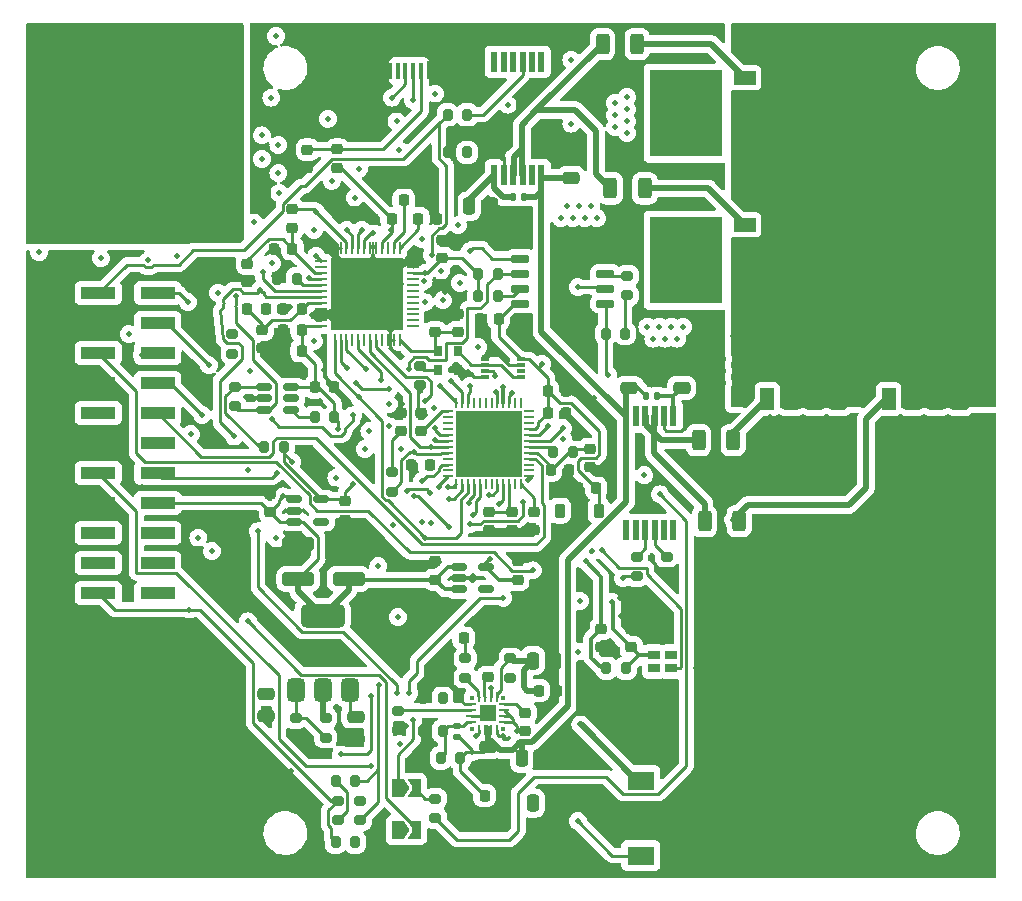
<source format=gbr>
%TF.GenerationSoftware,KiCad,Pcbnew,7.0.10-7.0.10~ubuntu22.04.1*%
%TF.CreationDate,2024-07-09T14:14:31-04:00*%
%TF.ProjectId,IcePSMNR55,49636550-534d-44e5-9235-352e6b696361,rev?*%
%TF.SameCoordinates,Original*%
%TF.FileFunction,Copper,L1,Top*%
%TF.FilePolarity,Positive*%
%FSLAX46Y46*%
G04 Gerber Fmt 4.6, Leading zero omitted, Abs format (unit mm)*
G04 Created by KiCad (PCBNEW 7.0.10-7.0.10~ubuntu22.04.1) date 2024-07-09 14:14:31*
%MOMM*%
%LPD*%
G01*
G04 APERTURE LIST*
G04 Aperture macros list*
%AMRoundRect*
0 Rectangle with rounded corners*
0 $1 Rounding radius*
0 $2 $3 $4 $5 $6 $7 $8 $9 X,Y pos of 4 corners*
0 Add a 4 corners polygon primitive as box body*
4,1,4,$2,$3,$4,$5,$6,$7,$8,$9,$2,$3,0*
0 Add four circle primitives for the rounded corners*
1,1,$1+$1,$2,$3*
1,1,$1+$1,$4,$5*
1,1,$1+$1,$6,$7*
1,1,$1+$1,$8,$9*
0 Add four rect primitives between the rounded corners*
20,1,$1+$1,$2,$3,$4,$5,0*
20,1,$1+$1,$4,$5,$6,$7,0*
20,1,$1+$1,$6,$7,$8,$9,0*
20,1,$1+$1,$8,$9,$2,$3,0*%
%AMFreePoly0*
4,1,6,1.000000,0.000000,0.500000,-0.750000,-0.500000,-0.750000,-0.500000,0.750000,0.500000,0.750000,1.000000,0.000000,1.000000,0.000000,$1*%
%AMFreePoly1*
4,1,6,0.500000,-0.750000,-0.650000,-0.750000,-0.150000,0.000000,-0.650000,0.750000,0.500000,0.750000,0.500000,-0.750000,0.500000,-0.750000,$1*%
G04 Aperture macros list end*
%TA.AperFunction,SMDPad,CuDef*%
%ADD10RoundRect,0.140000X0.170000X-0.140000X0.170000X0.140000X-0.170000X0.140000X-0.170000X-0.140000X0*%
%TD*%
%TA.AperFunction,SMDPad,CuDef*%
%ADD11RoundRect,0.057150X0.349250X-0.057150X0.349250X0.057150X-0.349250X0.057150X-0.349250X-0.057150X0*%
%TD*%
%TA.AperFunction,SMDPad,CuDef*%
%ADD12R,0.812800X0.228600*%
%TD*%
%TA.AperFunction,SMDPad,CuDef*%
%ADD13RoundRect,0.057150X-0.057150X-0.349250X0.057150X-0.349250X0.057150X0.349250X-0.057150X0.349250X0*%
%TD*%
%TA.AperFunction,SMDPad,CuDef*%
%ADD14R,0.228600X0.812800*%
%TD*%
%TA.AperFunction,SMDPad,CuDef*%
%ADD15R,1.422400X1.422400*%
%TD*%
%TA.AperFunction,SMDPad,CuDef*%
%ADD16R,0.381000X0.381000*%
%TD*%
%TA.AperFunction,SMDPad,CuDef*%
%ADD17RoundRect,0.200000X-0.200000X-0.275000X0.200000X-0.275000X0.200000X0.275000X-0.200000X0.275000X0*%
%TD*%
%TA.AperFunction,SMDPad,CuDef*%
%ADD18RoundRect,0.062500X-0.375000X-0.062500X0.375000X-0.062500X0.375000X0.062500X-0.375000X0.062500X0*%
%TD*%
%TA.AperFunction,SMDPad,CuDef*%
%ADD19RoundRect,0.062500X-0.062500X-0.375000X0.062500X-0.375000X0.062500X0.375000X-0.062500X0.375000X0*%
%TD*%
%TA.AperFunction,HeatsinkPad*%
%ADD20R,5.600000X5.600000*%
%TD*%
%TA.AperFunction,SMDPad,CuDef*%
%ADD21RoundRect,0.225000X-0.250000X0.225000X-0.250000X-0.225000X0.250000X-0.225000X0.250000X0.225000X0*%
%TD*%
%TA.AperFunction,SMDPad,CuDef*%
%ADD22RoundRect,0.200000X0.200000X0.275000X-0.200000X0.275000X-0.200000X-0.275000X0.200000X-0.275000X0*%
%TD*%
%TA.AperFunction,ComponentPad*%
%ADD23C,1.800000*%
%TD*%
%TA.AperFunction,SMDPad,CuDef*%
%ADD24RoundRect,0.250000X-0.475000X0.250000X-0.475000X-0.250000X0.475000X-0.250000X0.475000X0.250000X0*%
%TD*%
%TA.AperFunction,SMDPad,CuDef*%
%ADD25RoundRect,0.225000X0.250000X-0.225000X0.250000X0.225000X-0.250000X0.225000X-0.250000X-0.225000X0*%
%TD*%
%TA.AperFunction,SMDPad,CuDef*%
%ADD26RoundRect,0.150000X-0.512500X-0.150000X0.512500X-0.150000X0.512500X0.150000X-0.512500X0.150000X0*%
%TD*%
%TA.AperFunction,SMDPad,CuDef*%
%ADD27RoundRect,0.218750X-0.218750X-0.256250X0.218750X-0.256250X0.218750X0.256250X-0.218750X0.256250X0*%
%TD*%
%TA.AperFunction,SMDPad,CuDef*%
%ADD28R,3.000000X1.000000*%
%TD*%
%TA.AperFunction,SMDPad,CuDef*%
%ADD29RoundRect,0.250000X1.100000X-0.325000X1.100000X0.325000X-1.100000X0.325000X-1.100000X-0.325000X0*%
%TD*%
%TA.AperFunction,SMDPad,CuDef*%
%ADD30RoundRect,0.250000X-0.312500X-0.625000X0.312500X-0.625000X0.312500X0.625000X-0.312500X0.625000X0*%
%TD*%
%TA.AperFunction,SMDPad,CuDef*%
%ADD31RoundRect,0.200000X0.275000X-0.200000X0.275000X0.200000X-0.275000X0.200000X-0.275000X-0.200000X0*%
%TD*%
%TA.AperFunction,SMDPad,CuDef*%
%ADD32RoundRect,0.218750X0.256250X-0.218750X0.256250X0.218750X-0.256250X0.218750X-0.256250X-0.218750X0*%
%TD*%
%TA.AperFunction,SMDPad,CuDef*%
%ADD33RoundRect,0.250000X0.475000X-0.250000X0.475000X0.250000X-0.475000X0.250000X-0.475000X-0.250000X0*%
%TD*%
%TA.AperFunction,SMDPad,CuDef*%
%ADD34RoundRect,0.225000X-0.225000X-0.250000X0.225000X-0.250000X0.225000X0.250000X-0.225000X0.250000X0*%
%TD*%
%TA.AperFunction,SMDPad,CuDef*%
%ADD35R,0.800000X0.300000*%
%TD*%
%TA.AperFunction,SMDPad,CuDef*%
%ADD36RoundRect,0.250000X-0.250000X-0.475000X0.250000X-0.475000X0.250000X0.475000X-0.250000X0.475000X0*%
%TD*%
%TA.AperFunction,SMDPad,CuDef*%
%ADD37RoundRect,0.062500X-0.412500X-0.062500X0.412500X-0.062500X0.412500X0.062500X-0.412500X0.062500X0*%
%TD*%
%TA.AperFunction,SMDPad,CuDef*%
%ADD38RoundRect,0.062500X-0.062500X-0.412500X0.062500X-0.412500X0.062500X0.412500X-0.062500X0.412500X0*%
%TD*%
%TA.AperFunction,HeatsinkPad*%
%ADD39R,6.200000X6.200000*%
%TD*%
%TA.AperFunction,SMDPad,CuDef*%
%ADD40FreePoly0,0.000000*%
%TD*%
%TA.AperFunction,SMDPad,CuDef*%
%ADD41FreePoly1,0.000000*%
%TD*%
%TA.AperFunction,SMDPad,CuDef*%
%ADD42R,1.000000X0.800000*%
%TD*%
%TA.AperFunction,SMDPad,CuDef*%
%ADD43RoundRect,0.225000X0.225000X0.250000X-0.225000X0.250000X-0.225000X-0.250000X0.225000X-0.250000X0*%
%TD*%
%TA.AperFunction,SMDPad,CuDef*%
%ADD44R,1.143000X1.828800*%
%TD*%
%TA.AperFunction,SMDPad,CuDef*%
%ADD45R,7.391400X6.121400*%
%TD*%
%TA.AperFunction,SMDPad,CuDef*%
%ADD46R,0.600000X1.750000*%
%TD*%
%TA.AperFunction,SMDPad,CuDef*%
%ADD47RoundRect,0.200000X-0.275000X0.200000X-0.275000X-0.200000X0.275000X-0.200000X0.275000X0.200000X0*%
%TD*%
%TA.AperFunction,SMDPad,CuDef*%
%ADD48R,1.828800X1.143000*%
%TD*%
%TA.AperFunction,SMDPad,CuDef*%
%ADD49R,6.121400X7.391400*%
%TD*%
%TA.AperFunction,SMDPad,CuDef*%
%ADD50RoundRect,0.140000X-0.140000X-0.170000X0.140000X-0.170000X0.140000X0.170000X-0.140000X0.170000X0*%
%TD*%
%TA.AperFunction,SMDPad,CuDef*%
%ADD51RoundRect,0.225000X-0.225000X-0.375000X0.225000X-0.375000X0.225000X0.375000X-0.225000X0.375000X0*%
%TD*%
%TA.AperFunction,SMDPad,CuDef*%
%ADD52RoundRect,0.150000X0.650000X0.150000X-0.650000X0.150000X-0.650000X-0.150000X0.650000X-0.150000X0*%
%TD*%
%TA.AperFunction,SMDPad,CuDef*%
%ADD53RoundRect,0.140000X0.140000X0.170000X-0.140000X0.170000X-0.140000X-0.170000X0.140000X-0.170000X0*%
%TD*%
%TA.AperFunction,SMDPad,CuDef*%
%ADD54R,0.650000X0.850000*%
%TD*%
%TA.AperFunction,SMDPad,CuDef*%
%ADD55R,0.450000X1.380000*%
%TD*%
%TA.AperFunction,SMDPad,CuDef*%
%ADD56R,1.650000X1.300000*%
%TD*%
%TA.AperFunction,SMDPad,CuDef*%
%ADD57R,1.425000X1.550000*%
%TD*%
%TA.AperFunction,SMDPad,CuDef*%
%ADD58R,1.800000X1.900000*%
%TD*%
%TA.AperFunction,SMDPad,CuDef*%
%ADD59R,1.000000X1.900000*%
%TD*%
%TA.AperFunction,SMDPad,CuDef*%
%ADD60R,2.286000X1.624000*%
%TD*%
%TA.AperFunction,SMDPad,CuDef*%
%ADD61RoundRect,0.375000X0.375000X-0.625000X0.375000X0.625000X-0.375000X0.625000X-0.375000X-0.625000X0*%
%TD*%
%TA.AperFunction,SMDPad,CuDef*%
%ADD62RoundRect,0.500000X1.400000X-0.500000X1.400000X0.500000X-1.400000X0.500000X-1.400000X-0.500000X0*%
%TD*%
%TA.AperFunction,ViaPad*%
%ADD63C,0.500000*%
%TD*%
%TA.AperFunction,Conductor*%
%ADD64C,0.250000*%
%TD*%
%TA.AperFunction,Conductor*%
%ADD65C,0.500000*%
%TD*%
%TA.AperFunction,Conductor*%
%ADD66C,0.350000*%
%TD*%
%TA.AperFunction,Conductor*%
%ADD67C,0.700000*%
%TD*%
G04 APERTURE END LIST*
D10*
%TO.P,C47,1*%
%TO.N,/+22V*%
X72290000Y-94760000D03*
%TO.P,C47,2*%
%TO.N,Net-(U9-FB)*%
X72290000Y-93800000D03*
%TD*%
D11*
%TO.P,U9,1,SYNC/MODE*%
%TO.N,GND*%
X73531600Y-91959999D03*
D12*
%TO.P,U9,2,RT*%
%TO.N,Net-(U9-RT)*%
X73531600Y-92460000D03*
%TO.P,U9,3,GND*%
%TO.N,GND*%
X73531600Y-92960000D03*
D11*
%TO.P,U9,4,FB*%
%TO.N,Net-(U9-FB)*%
X73531600Y-93460001D03*
D13*
%TO.P,U9,5,GND*%
%TO.N,GND*%
X74179999Y-94108400D03*
D14*
%TO.P,U9,6,VOUT*%
%TO.N,/+22V*%
X74680000Y-94108400D03*
%TO.P,U9,7,VOUT*%
X75180000Y-94108400D03*
D13*
%TO.P,U9,8,GND*%
%TO.N,GND*%
X75680001Y-94108400D03*
D11*
%TO.P,U9,9,SW*%
%TO.N,Net-(C43-Pad1)*%
X76328400Y-93460001D03*
D12*
%TO.P,U9,10,SW*%
X76328400Y-92960000D03*
%TO.P,U9,11,SW*%
X76328400Y-92460000D03*
D11*
%TO.P,U9,12,BST*%
%TO.N,Net-(U9-BST)*%
X76328400Y-91959999D03*
D13*
%TO.P,U9,13,VIN*%
%TO.N,/VIN*%
X75680001Y-91311600D03*
D14*
%TO.P,U9,14,EN/UVLO*%
%TO.N,Net-(U9-EN{slash}UVLO)*%
X75180000Y-91311600D03*
%TO.P,U9,15,INTVCC*%
%TO.N,Net-(U9-INTVCC)*%
X74680000Y-91311600D03*
D13*
%TO.P,U9,16,VC*%
%TO.N,Net-(U9-VC)*%
X74179999Y-91311600D03*
D15*
%TO.P,U9,17,GND*%
%TO.N,GND*%
X74930000Y-92710000D03*
D16*
%TO.P,U9,18*%
%TO.N,unconnected-(U9-Pad18)*%
X73621900Y-91401900D03*
%TO.P,U9,19*%
%TO.N,unconnected-(U9-Pad19)*%
X76238100Y-91401900D03*
%TO.P,U9,20*%
%TO.N,unconnected-(U9-Pad20)*%
X73621900Y-94018100D03*
%TO.P,U9,21*%
%TO.N,unconnected-(U9-Pad21)*%
X76238100Y-94018100D03*
%TD*%
D17*
%TO.P,R9,1*%
%TO.N,Net-(U3-DO)*%
X56012500Y-70200000D03*
%TO.P,R9,2*%
%TO.N,+3V3*%
X57662500Y-70200000D03*
%TD*%
D18*
%TO.P,U1,1,VCCIO_2*%
%TO.N,+3V3*%
X71557500Y-67165000D03*
%TO.P,U1,2,IOB_6a*%
%TO.N,/IOB_6A*%
X71557500Y-67665000D03*
%TO.P,U1,3,IOB_9b*%
%TO.N,/IOB_9B*%
X71557500Y-68165000D03*
%TO.P,U1,4,IOB_8a*%
%TO.N,/IOB_8A*%
X71557500Y-68665000D03*
%TO.P,U1,5,VCC*%
%TO.N,+1V2*%
X71557500Y-69165000D03*
%TO.P,U1,6,IOB_13b*%
%TO.N,/VGS:LOAD-IOB_13B*%
X71557500Y-69665000D03*
%TO.P,U1,7,CDONE*%
%TO.N,/CDONE*%
X71557500Y-70165000D03*
%TO.P,U1,8,~{CRESET}*%
%TO.N,/CRESET_N*%
X71557500Y-70665000D03*
%TO.P,U1,9,IOB_16a*%
%TO.N,/IOB_16A*%
X71557500Y-71165000D03*
%TO.P,U1,10,IOB_18a*%
%TO.N,/VGS:Fly-IOB_18A*%
X71557500Y-71665000D03*
%TO.P,U1,11,IOB_20a*%
%TO.N,/IOB_20A*%
X71557500Y-72165000D03*
%TO.P,U1,12,IOB_22a*%
%TO.N,/IOB_22A*%
X71557500Y-72665000D03*
D19*
%TO.P,U1,13,IOB_24a*%
%TO.N,/IOB_24A*%
X72245000Y-73352500D03*
%TO.P,U1,14,IOB_32a_SPI_SO*%
%TO.N,/FPGA_SO*%
X72745000Y-73352500D03*
%TO.P,U1,15,IOB_34a_SPI_SCK*%
%TO.N,/FT_SCK*%
X73245000Y-73352500D03*
%TO.P,U1,16,IOB_35b_SPI_SS*%
%TO.N,/FT_SSn*%
X73745000Y-73352500D03*
%TO.P,U1,17,IOB_33b_SPI_SI*%
%TO.N,/FPGA_SI*%
X74245000Y-73352500D03*
%TO.P,U1,18,IOB_31b*%
%TO.N,/IOB_31B*%
X74745000Y-73352500D03*
%TO.P,U1,19,IOB_29b*%
%TO.N,/IOB_29B*%
X75245000Y-73352500D03*
%TO.P,U1,20,IOB_25b_G3*%
%TO.N,/CRYSTAL-IOB_25B_G3*%
X75745000Y-73352500D03*
%TO.P,U1,21,IOB_23b*%
%TO.N,/IOB_23B*%
X76245000Y-73352500D03*
%TO.P,U1,22,SPI_VCCIO1*%
%TO.N,+3V3*%
X76745000Y-73352500D03*
%TO.P,U1,23,IOT_37a*%
%TO.N,/IOT_37A*%
X77245000Y-73352500D03*
%TO.P,U1,24,VPP_2V5*%
%TO.N,+2V5*%
X77745000Y-73352500D03*
D18*
%TO.P,U1,25,IOT_36b*%
%TO.N,/IOT_36B*%
X78432500Y-72665000D03*
%TO.P,U1,26,IOT_39a*%
%TO.N,/IOT_39A*%
X78432500Y-72165000D03*
%TO.P,U1,27,IOT_38b*%
%TO.N,/IOT_38B*%
X78432500Y-71665000D03*
%TO.P,U1,28,IOT_41a*%
%TO.N,/IOT_41A*%
X78432500Y-71165000D03*
%TO.P,U1,29,VCCPLL*%
%TO.N,/VCC_PLL*%
X78432500Y-70665000D03*
%TO.P,U1,30,VCC*%
%TO.N,+1V2*%
X78432500Y-70165000D03*
%TO.P,U1,31,IOT_42b*%
%TO.N,/IOT_42B*%
X78432500Y-69665000D03*
%TO.P,U1,32,IOT_43a*%
%TO.N,/IOT_43A*%
X78432500Y-69165000D03*
%TO.P,U1,33,VCCIO_0*%
%TO.N,+3V3*%
X78432500Y-68665000D03*
%TO.P,U1,34,IOT_44b*%
%TO.N,/IOT_44B*%
X78432500Y-68165000D03*
%TO.P,U1,35,IOT_46b_G0*%
%TO.N,/IOT_46B_G0*%
X78432500Y-67665000D03*
%TO.P,U1,36,IOT_48b*%
%TO.N,/IOT_48B*%
X78432500Y-67165000D03*
D19*
%TO.P,U1,37,IOT_45a_G1*%
%TO.N,/IOT_45A_G1*%
X77745000Y-66477500D03*
%TO.P,U1,38,IOT_50b*%
%TO.N,/IOT_50B*%
X77245000Y-66477500D03*
%TO.P,U1,39,RGB0*%
%TO.N,/LED_G*%
X76745000Y-66477500D03*
%TO.P,U1,40,RGB1*%
%TO.N,/LED_B*%
X76245000Y-66477500D03*
%TO.P,U1,41,RGB2*%
%TO.N,/LED_R*%
X75745000Y-66477500D03*
%TO.P,U1,42,IOT_51a*%
%TO.N,/IOT_51A*%
X75245000Y-66477500D03*
%TO.P,U1,43,IOT_49a*%
%TO.N,/IOT_49A*%
X74745000Y-66477500D03*
%TO.P,U1,44,IOB_3b_G6*%
%TO.N,/IOB_3B_G6*%
X74245000Y-66477500D03*
%TO.P,U1,45,IOB_5b*%
%TO.N,/IOB_5B*%
X73745000Y-66477500D03*
%TO.P,U1,46,IOB_0a*%
%TO.N,/IOB_0A*%
X73245000Y-66477500D03*
%TO.P,U1,47,IOB_2a*%
%TO.N,/IOB_2A*%
X72745000Y-66477500D03*
%TO.P,U1,48,IOB_4a*%
%TO.N,/IOB_4A*%
X72245000Y-66477500D03*
D20*
%TO.P,U1,49,GND*%
%TO.N,GND*%
X74995000Y-69915000D03*
%TD*%
D21*
%TO.P,C4,1*%
%TO.N,+3V3*%
X75057000Y-75666000D03*
%TO.P,C4,2*%
%TO.N,GND*%
X75057000Y-77216000D03*
%TD*%
D22*
%TO.P,R6,1*%
%TO.N,Net-(U2-REF)*%
X58770000Y-55940000D03*
%TO.P,R6,2*%
%TO.N,GND*%
X57120000Y-55940000D03*
%TD*%
D23*
%TO.P,M4,1*%
%TO.N,/HighSw*%
X101600000Y-45720000D03*
%TO.P,M4,2*%
X104140000Y-45720000D03*
%TO.P,M4,3*%
X106680000Y-45720000D03*
%TO.P,M4,4*%
X109220000Y-45720000D03*
%TO.P,M4,5*%
X111760000Y-45720000D03*
%TO.P,M4,6*%
X114300000Y-45720000D03*
%TO.P,M4,7*%
X114300000Y-48260000D03*
%TO.P,M4,8*%
X111760000Y-48260000D03*
%TO.P,M4,9*%
X109220000Y-48260000D03*
%TO.P,M4,10*%
X106680000Y-48260000D03*
%TO.P,M4,11*%
X104140000Y-48260000D03*
%TO.P,M4,12*%
X101600000Y-48260000D03*
%TO.P,M4,13*%
X101600000Y-50800000D03*
%TO.P,M4,14*%
X104140000Y-50800000D03*
%TO.P,M4,15*%
X106680000Y-50800000D03*
%TO.P,M4,16*%
X109220000Y-50800000D03*
%TO.P,M4,17*%
X111760000Y-50800000D03*
%TO.P,M4,18*%
X114300000Y-50800000D03*
%TO.P,M4,19*%
X114300000Y-53340000D03*
%TO.P,M4,20*%
X111760000Y-53340000D03*
%TO.P,M4,21*%
X109220000Y-53340000D03*
%TO.P,M4,22*%
X106680000Y-53340000D03*
%TO.P,M4,23*%
X104140000Y-53340000D03*
%TO.P,M4,24*%
X101600000Y-53340000D03*
%TO.P,M4,25*%
X101600000Y-55880000D03*
%TO.P,M4,26*%
X104140000Y-55880000D03*
%TO.P,M4,27*%
X106680000Y-55880000D03*
%TO.P,M4,28*%
X109220000Y-55880000D03*
%TO.P,M4,29*%
X111760000Y-55880000D03*
%TO.P,M4,30*%
X114300000Y-55880000D03*
%TO.P,M4,31*%
X114300000Y-58420000D03*
%TO.P,M4,32*%
X111760000Y-58420000D03*
%TO.P,M4,33*%
X109220000Y-58420000D03*
%TO.P,M4,34*%
X106680000Y-58420000D03*
%TO.P,M4,35*%
X104140000Y-58420000D03*
%TO.P,M4,36*%
X101600000Y-58420000D03*
%TD*%
D24*
%TO.P,C21,1*%
%TO.N,GND*%
X86893900Y-63277500D03*
%TO.P,C21,2*%
%TO.N,/+22V*%
X86893900Y-65177500D03*
%TD*%
D22*
%TO.P,R27,1*%
%TO.N,Net-(U9-FB)*%
X71105000Y-94240000D03*
%TO.P,R27,2*%
%TO.N,GND*%
X69455000Y-94240000D03*
%TD*%
D25*
%TO.P,C34,1*%
%TO.N,+5V*%
X70485000Y-81420000D03*
%TO.P,C34,2*%
%TO.N,GND*%
X70485000Y-79870000D03*
%TD*%
D26*
%TO.P,U7,1,VIN*%
%TO.N,+5V*%
X72522500Y-80330000D03*
%TO.P,U7,2,GND*%
%TO.N,GND*%
X72522500Y-81280000D03*
%TO.P,U7,3,EN*%
%TO.N,+5V*%
X72522500Y-82230000D03*
%TO.P,U7,4,NC*%
%TO.N,unconnected-(U7-NC-Pad4)*%
X74797500Y-82230000D03*
%TO.P,U7,5,VOUT*%
%TO.N,+1V2*%
X74797500Y-80330000D03*
%TD*%
D27*
%TO.P,FB2,1*%
%TO.N,/V_PLL*%
X54580000Y-58480000D03*
%TO.P,FB2,2*%
%TO.N,+3V3*%
X56155000Y-58480000D03*
%TD*%
D28*
%TO.P,J2,1,Pin_1*%
%TO.N,/IOB_0A*%
X46990000Y-57150000D03*
%TO.P,J2,2,Pin_2*%
%TO.N,/VGS:LOAD-IOB_13B*%
X41950000Y-57150000D03*
%TO.P,J2,3,Pin_3*%
%TO.N,/IOB_2A*%
X46990000Y-59690000D03*
%TO.P,J2,4,Pin_4*%
%TO.N,GND*%
X41950000Y-59690000D03*
%TO.P,J2,5,Pin_5*%
%TO.N,/IOB_4A*%
X46990000Y-62230000D03*
%TO.P,J2,6,Pin_6*%
%TO.N,/VGS:Fly-IOB_18A*%
X41950000Y-62230000D03*
%TO.P,J2,7,Pin_7*%
%TO.N,/IOT_36B*%
X46990000Y-64770000D03*
%TO.P,J2,8,Pin_8*%
%TO.N,GND*%
X41950000Y-64770000D03*
%TO.P,J2,9,Pin_9*%
%TO.N,/IOT_41A*%
X46990000Y-67310000D03*
%TO.P,J2,10,Pin_10*%
%TO.N,/IOT_43A*%
X41950000Y-67310000D03*
%TO.P,J2,11,Pin_11*%
%TO.N,/IOT_42B*%
X46990000Y-69850000D03*
%TO.P,J2,12,Pin_12*%
%TO.N,GND*%
X41950000Y-69850000D03*
%TO.P,J2,13,Pin_13*%
%TO.N,+3V3*%
X46990000Y-72390000D03*
%TO.P,J2,14,Pin_14*%
%TO.N,/+22V*%
X41950000Y-72390000D03*
%TO.P,J2,15,Pin_15*%
%TO.N,+5V*%
X46990000Y-74930000D03*
%TO.P,J2,16,Pin_16*%
%TO.N,GND*%
X41950000Y-74930000D03*
%TO.P,J2,17,Pin_17*%
%TO.N,/FPGA_SO*%
X46990000Y-77470000D03*
%TO.P,J2,18,Pin_18*%
%TO.N,/FT_SSn*%
X41950000Y-77470000D03*
%TO.P,J2,19,Pin_19*%
%TO.N,/FPGA_SI*%
X46990000Y-80010000D03*
%TO.P,J2,20,Pin_20*%
%TO.N,/FLASH_MOSI*%
X41950000Y-80010000D03*
%TO.P,J2,21,Pin_21*%
%TO.N,/FT_SCK*%
X46990000Y-82550000D03*
%TO.P,J2,22,Pin_22*%
%TO.N,/FLASH_MISO*%
X41950000Y-82550000D03*
%TD*%
D17*
%TO.P,R16,1*%
%TO.N,/CDONE*%
X84976200Y-88900000D03*
%TO.P,R16,2*%
%TO.N,+3V3*%
X86626200Y-88900000D03*
%TD*%
D29*
%TO.P,C37,1*%
%TO.N,+5V*%
X58885000Y-81355000D03*
%TO.P,C37,2*%
%TO.N,GND*%
X58885000Y-78405000D03*
%TD*%
D30*
%TO.P,R10,2*%
%TO.N,Net-(Q3-G)*%
X96204500Y-76454000D03*
%TO.P,R10,1*%
%TO.N,Net-(IC2-VOUTN)*%
X93279500Y-76454000D03*
%TD*%
D31*
%TO.P,R12,1*%
%TO.N,/EE_DAT*%
X53502500Y-66740000D03*
%TO.P,R12,2*%
%TO.N,Net-(U3-DO)*%
X53502500Y-65090000D03*
%TD*%
D25*
%TO.P,C8,1*%
%TO.N,+3V3*%
X71090000Y-54175000D03*
%TO.P,C8,2*%
%TO.N,GND*%
X71090000Y-52625000D03*
%TD*%
D32*
%TO.P,FB1,1*%
%TO.N,/V_PHY*%
X58390000Y-51647500D03*
%TO.P,FB1,2*%
%TO.N,+3V3*%
X58390000Y-50072500D03*
%TD*%
D33*
%TO.P,C29,1*%
%TO.N,Net-(IC2-VSS)*%
X91338900Y-65177500D03*
%TO.P,C29,2*%
%TO.N,GND*%
X91338900Y-63277500D03*
%TD*%
D34*
%TO.P,C46,1*%
%TO.N,/+22V*%
X74650000Y-99695000D03*
%TO.P,C46,2*%
%TO.N,GND*%
X76200000Y-99695000D03*
%TD*%
D21*
%TO.P,C31,1*%
%TO.N,+3V3*%
X62865000Y-74790000D03*
%TO.P,C31,2*%
%TO.N,GND*%
X62865000Y-76340000D03*
%TD*%
D22*
%TO.P,R24,1*%
%TO.N,/+22V*%
X72580000Y-96520000D03*
%TO.P,R24,2*%
%TO.N,Net-(U9-FB)*%
X70930000Y-96520000D03*
%TD*%
D35*
%TO.P,U4,1*%
%TO.N,GND*%
X74650000Y-62750000D03*
%TO.P,U4,2*%
%TO.N,/CLK_12M_FT*%
X74650000Y-63250000D03*
%TO.P,U4,3*%
%TO.N,/CRYSTAL-IOB_25B_G3*%
X74650000Y-63750000D03*
%TO.P,U4,4,GND*%
%TO.N,GND*%
X74650000Y-64250000D03*
%TO.P,U4,5*%
%TO.N,/CLK_12M_FT*%
X77750000Y-64250000D03*
%TO.P,U4,6*%
%TO.N,/CLK_12M_EXT*%
X77750000Y-63750000D03*
%TO.P,U4,7*%
%TO.N,GND*%
X77750000Y-63250000D03*
%TO.P,U4,8,VCC*%
%TO.N,+3V3*%
X77750000Y-62750000D03*
%TD*%
D33*
%TO.P,C40,1*%
%TO.N,GND*%
X56120000Y-93000000D03*
%TO.P,C40,2*%
%TO.N,Net-(U8-GND{slash}ADJ)*%
X56120000Y-91100000D03*
%TD*%
D36*
%TO.P,C41,1*%
%TO.N,/VIN*%
X78740000Y-88265000D03*
%TO.P,C41,2*%
%TO.N,GND*%
X80640000Y-88265000D03*
%TD*%
D34*
%TO.P,C7,1*%
%TO.N,/FT_VCORE*%
X67805000Y-49276000D03*
%TO.P,C7,2*%
%TO.N,GND*%
X69355000Y-49276000D03*
%TD*%
D37*
%TO.P,U2,1,XCSI*%
%TO.N,/CLK_12M_FT*%
X60835000Y-54460000D03*
%TO.P,U2,2,XCSO*%
%TO.N,unconnected-(U2-XCSO-Pad2)*%
X60835000Y-54960000D03*
%TO.P,U2,3,VPHY*%
%TO.N,/V_PHY*%
X60835000Y-55460000D03*
%TO.P,U2,4,AGND*%
%TO.N,GND*%
X60835000Y-55960000D03*
%TO.P,U2,5,REF*%
%TO.N,Net-(U2-REF)*%
X60835000Y-56460000D03*
%TO.P,U2,6,DM*%
%TO.N,/USB_M*%
X60835000Y-56960000D03*
%TO.P,U2,7,DP*%
%TO.N,/USB_P*%
X60835000Y-57460000D03*
%TO.P,U2,8,VPLL*%
%TO.N,/V_PLL*%
X60835000Y-57960000D03*
%TO.P,U2,9,AGND*%
%TO.N,GND*%
X60835000Y-58460000D03*
%TO.P,U2,10,GND*%
X60835000Y-58960000D03*
%TO.P,U2,11,GND*%
X60835000Y-59460000D03*
%TO.P,U2,12,VCCIO*%
%TO.N,+3V3*%
X60835000Y-59960000D03*
D38*
%TO.P,U2,13,ADBUS0*%
%TO.N,/FT_SCK*%
X61960000Y-61085000D03*
%TO.P,U2,14,ADBUS1*%
%TO.N,/FLASH_MOSI*%
X62460000Y-61085000D03*
%TO.P,U2,15,ADBUS2*%
%TO.N,/FLASH_MISO*%
X62960000Y-61085000D03*
%TO.P,U2,16,ADBUS3*%
%TO.N,unconnected-(U2-ADBUS3-Pad16)*%
X63460000Y-61085000D03*
%TO.P,U2,17,ADBUS4*%
%TO.N,/FT_SSn*%
X63960000Y-61085000D03*
%TO.P,U2,18,ADBUS5*%
%TO.N,unconnected-(U2-ADBUS5-Pad18)*%
X64460000Y-61085000D03*
%TO.P,U2,19,ADBUS6*%
%TO.N,/CDONE*%
X64960000Y-61085000D03*
%TO.P,U2,20,ADBUS7*%
%TO.N,/CRESET_N*%
X65460000Y-61085000D03*
%TO.P,U2,21,ACBUS0*%
%TO.N,unconnected-(U2-ACBUS0-Pad21)*%
X65960000Y-61085000D03*
%TO.P,U2,22,GND*%
%TO.N,GND*%
X66460000Y-61085000D03*
%TO.P,U2,23,GND*%
X66960000Y-61085000D03*
%TO.P,U2,24,VCCIO*%
%TO.N,+3V3*%
X67460000Y-61085000D03*
D37*
%TO.P,U2,25,ACBUS1*%
%TO.N,unconnected-(U2-ACBUS1-Pad25)*%
X68585000Y-59960000D03*
%TO.P,U2,26,ACBUS2*%
%TO.N,unconnected-(U2-ACBUS2-Pad26)*%
X68585000Y-59460000D03*
%TO.P,U2,27,ACBUS3*%
%TO.N,unconnected-(U2-ACBUS3-Pad27)*%
X68585000Y-58960000D03*
%TO.P,U2,28,ACBUS4*%
%TO.N,unconnected-(U2-ACBUS4-Pad28)*%
X68585000Y-58460000D03*
%TO.P,U2,29,ACBUS5*%
%TO.N,unconnected-(U2-ACBUS5-Pad29)*%
X68585000Y-57960000D03*
%TO.P,U2,30,ACBUS6*%
%TO.N,unconnected-(U2-ACBUS6-Pad30)*%
X68585000Y-57460000D03*
%TO.P,U2,31,ACBUS7*%
%TO.N,unconnected-(U2-ACBUS7-Pad31)*%
X68585000Y-56960000D03*
%TO.P,U2,32,ACBUS8*%
%TO.N,unconnected-(U2-ACBUS8-Pad32)*%
X68585000Y-56460000D03*
%TO.P,U2,33,ACBUS9*%
%TO.N,unconnected-(U2-ACBUS9-Pad33)*%
X68585000Y-55960000D03*
%TO.P,U2,34,~{RESET}*%
%TO.N,+3V3*%
X68585000Y-55460000D03*
%TO.P,U2,35,GND*%
%TO.N,GND*%
X68585000Y-54960000D03*
%TO.P,U2,36,GND*%
X68585000Y-54460000D03*
D38*
%TO.P,U2,37,VCCA*%
%TO.N,Net-(U2-VCCA)*%
X67460000Y-53335000D03*
%TO.P,U2,38,VCCCORE*%
%TO.N,/FT_VCORE*%
X66960000Y-53335000D03*
%TO.P,U2,39,VCCD*%
%TO.N,unconnected-(U2-VCCD-Pad39)*%
X66460000Y-53335000D03*
%TO.P,U2,40,VREGIN*%
%TO.N,+5V*%
X65960000Y-53335000D03*
%TO.P,U2,41,AGND*%
%TO.N,GND*%
X65460000Y-53335000D03*
%TO.P,U2,42,TEST*%
X64960000Y-53335000D03*
%TO.P,U2,43,EEDATA*%
%TO.N,/EE_DAT*%
X64460000Y-53335000D03*
%TO.P,U2,44,EECLK*%
%TO.N,/EE_CLK*%
X63960000Y-53335000D03*
%TO.P,U2,45,EECS*%
%TO.N,/EE_CS*%
X63460000Y-53335000D03*
%TO.P,U2,46,VCCIO*%
%TO.N,+3V3*%
X62960000Y-53335000D03*
%TO.P,U2,47,GND*%
%TO.N,GND*%
X62460000Y-53335000D03*
%TO.P,U2,48,GND*%
X61960000Y-53335000D03*
D39*
%TO.P,U2,49,GND*%
X64710000Y-57210000D03*
%TD*%
D25*
%TO.P,C51,1*%
%TO.N,Net-(U9-INTVCC)*%
X74930000Y-89675000D03*
%TO.P,C51,2*%
%TO.N,GND*%
X74930000Y-88125000D03*
%TD*%
D40*
%TO.P,R33,1*%
%TO.N,/IOB_24A*%
X67310000Y-102610000D03*
D41*
%TO.P,R33,2*%
%TO.N,/USB_M*%
X68760000Y-102610000D03*
%TD*%
D17*
%TO.P,R26,1*%
%TO.N,/FT_SSn*%
X84900000Y-60579000D03*
%TO.P,R26,2*%
%TO.N,+3V3*%
X86550000Y-60579000D03*
%TD*%
D26*
%TO.P,U6,1,VIN*%
%TO.N,+5V*%
X58552500Y-74615000D03*
%TO.P,U6,2,GND*%
%TO.N,GND*%
X58552500Y-75565000D03*
%TO.P,U6,3,EN*%
%TO.N,+5V*%
X58552500Y-76515000D03*
%TO.P,U6,4,NC*%
%TO.N,unconnected-(U6-NC-Pad4)*%
X60827500Y-76515000D03*
%TO.P,U6,5,VOUT*%
%TO.N,+3V3*%
X60827500Y-74615000D03*
%TD*%
D31*
%TO.P,R13,1*%
%TO.N,GND*%
X90068900Y-81117500D03*
%TO.P,R13,2*%
%TO.N,Net-(IC2-CA)*%
X90068900Y-79467500D03*
%TD*%
%TO.P,R7,1*%
%TO.N,+3V3*%
X53310000Y-62290000D03*
%TO.P,R7,2*%
%TO.N,/EE_CS*%
X53310000Y-60640000D03*
%TD*%
D42*
%TO.P,D2,1,A*%
%TO.N,+3V3*%
X88976200Y-87800000D03*
%TO.P,D2,2,RK*%
%TO.N,/LED_R*%
X90476200Y-87800000D03*
%TO.P,D2,3,GK*%
%TO.N,/LED_G*%
X90476200Y-88900000D03*
%TO.P,D2,4,BK*%
%TO.N,/LED_B*%
X88976200Y-88900000D03*
%TD*%
D36*
%TO.P,C44,1*%
%TO.N,/+22V*%
X77790000Y-96520000D03*
%TO.P,C44,2*%
%TO.N,GND*%
X79690000Y-96520000D03*
%TD*%
D22*
%TO.P,R21,1*%
%TO.N,/FT_SCK*%
X75755000Y-55499000D03*
%TO.P,R21,2*%
%TO.N,+3V3*%
X74105000Y-55499000D03*
%TD*%
D43*
%TO.P,C18,1*%
%TO.N,+5V*%
X66785000Y-50860000D03*
%TO.P,C18,2*%
%TO.N,GND*%
X65235000Y-50860000D03*
%TD*%
D25*
%TO.P,C15,1*%
%TO.N,+3V3*%
X69240400Y-68847000D03*
%TO.P,C15,2*%
%TO.N,GND*%
X69240400Y-67297000D03*
%TD*%
%TO.P,C35,1*%
%TO.N,+3V3*%
X87071200Y-87135000D03*
%TO.P,C35,2*%
%TO.N,GND*%
X87071200Y-85585000D03*
%TD*%
D31*
%TO.P,R35,1*%
%TO.N,/FLASH_MOSI*%
X64135000Y-101790000D03*
%TO.P,R35,2*%
%TO.N,/FPGA_SI*%
X64135000Y-100140000D03*
%TD*%
D44*
%TO.P,Q3,1,S*%
%TO.N,/HighSw*%
X114870999Y-66128900D03*
%TO.P,Q3,2,S*%
X112870998Y-66128900D03*
%TO.P,Q3,3,S*%
X110870999Y-66128900D03*
%TO.P,Q3,4,G*%
%TO.N,Net-(Q3-G)*%
X108870998Y-66128900D03*
D45*
%TO.P,Q3,5,D*%
%TO.N,GND*%
X111871000Y-71120000D03*
%TD*%
D22*
%TO.P,R23,1*%
%TO.N,Net-(U9-EN{slash}UVLO)*%
X71120000Y-91440000D03*
%TO.P,R23,2*%
%TO.N,GND*%
X69470000Y-91440000D03*
%TD*%
D46*
%TO.P,IC2,1,NC_1*%
%TO.N,unconnected-(IC2-NC_1-Pad1)*%
X86646000Y-77190000D03*
%TO.P,IC2,2,NC_2*%
%TO.N,unconnected-(IC2-NC_2-Pad2)*%
X87446000Y-77190000D03*
%TO.P,IC2,3,AN*%
%TO.N,Net-(IC2-AN)*%
X88246000Y-77190000D03*
%TO.P,IC2,4,CA*%
%TO.N,Net-(IC2-CA)*%
X89046000Y-77190000D03*
%TO.P,IC2,5,NC_3*%
%TO.N,unconnected-(IC2-NC_3-Pad5)*%
X89846000Y-77190000D03*
%TO.P,IC2,6,NC_4*%
%TO.N,unconnected-(IC2-NC_4-Pad6)*%
X90646000Y-77190000D03*
%TO.P,IC2,7,VSS*%
%TO.N,Net-(IC2-VSS)*%
X90646000Y-67590000D03*
%TO.P,IC2,8,VS*%
%TO.N,GND*%
X89846000Y-67590000D03*
%TO.P,IC2,9,VOUTN*%
%TO.N,Net-(IC2-VOUTN)*%
X89046000Y-67590000D03*
%TO.P,IC2,10,VOUTP*%
X88246000Y-67590000D03*
%TO.P,IC2,11,DNC*%
%TO.N,unconnected-(IC2-DNC-Pad11)*%
X87446000Y-67590000D03*
%TO.P,IC2,12,VDD*%
%TO.N,/+22V*%
X86646000Y-67590000D03*
%TD*%
D47*
%TO.P,R19,1*%
%TO.N,Net-(U8-GND{slash}ADJ)*%
X58660000Y-93130000D03*
%TO.P,R19,2*%
%TO.N,GND*%
X58660000Y-94780000D03*
%TD*%
D25*
%TO.P,C43,1*%
%TO.N,Net-(C43-Pad1)*%
X78105000Y-94260000D03*
%TO.P,C43,2*%
%TO.N,Net-(U9-BST)*%
X78105000Y-92710000D03*
%TD*%
D47*
%TO.P,R29,1*%
%TO.N,Net-(U9-RT)*%
X67310000Y-92520000D03*
%TO.P,R29,2*%
%TO.N,GND*%
X67310000Y-94170000D03*
%TD*%
D48*
%TO.P,Q1,1,S*%
%TO.N,/HighSw*%
X96685100Y-57355999D03*
%TO.P,Q1,2,S*%
X96685100Y-55355998D03*
%TO.P,Q1,3,S*%
X96685100Y-53355999D03*
%TO.P,Q1,4,G*%
%TO.N,Net-(Q1-G)*%
X96685100Y-51355998D03*
D49*
%TO.P,Q1,5,D*%
%TO.N,/VIN*%
X91694000Y-54356000D03*
%TD*%
D50*
%TO.P,C22,1*%
%TO.N,/+22V*%
X88318900Y-65878500D03*
%TO.P,C22,2*%
%TO.N,Net-(IC2-VSS)*%
X89278900Y-65878500D03*
%TD*%
D32*
%TO.P,FB3,1*%
%TO.N,+5V*%
X62200000Y-46567500D03*
%TO.P,FB3,2*%
%TO.N,/V_USB*%
X62200000Y-44992500D03*
%TD*%
D51*
%TO.P,D1,1,K*%
%TO.N,+2V5*%
X81030000Y-75565000D03*
%TO.P,D1,2,A*%
%TO.N,+3V3*%
X84330000Y-75565000D03*
%TD*%
D24*
%TO.P,C13,1*%
%TO.N,GND*%
X81985000Y-45507200D03*
%TO.P,C13,2*%
%TO.N,/+22V*%
X81985000Y-47407200D03*
%TD*%
D43*
%TO.P,C49,1*%
%TO.N,+3V3*%
X75845000Y-59309000D03*
%TO.P,C49,2*%
%TO.N,GND*%
X74295000Y-59309000D03*
%TD*%
D34*
%TO.P,C42,1*%
%TO.N,/VIN*%
X79235000Y-90805000D03*
%TO.P,C42,2*%
%TO.N,GND*%
X80785000Y-90805000D03*
%TD*%
D23*
%TO.P,M3,1*%
%TO.N,GND*%
X101600000Y-82550000D03*
%TO.P,M3,2*%
X104140000Y-82550000D03*
%TO.P,M3,3*%
X106680000Y-82550000D03*
%TO.P,M3,4*%
X109220000Y-82550000D03*
%TO.P,M3,5*%
X111760000Y-82550000D03*
%TO.P,M3,6*%
X114300000Y-82550000D03*
%TO.P,M3,7*%
X114300000Y-85090000D03*
%TO.P,M3,8*%
X111760000Y-85090000D03*
%TO.P,M3,9*%
X109220000Y-85090000D03*
%TO.P,M3,10*%
X106680000Y-85090000D03*
%TO.P,M3,11*%
X104140000Y-85090000D03*
%TO.P,M3,12*%
X101600000Y-85090000D03*
%TO.P,M3,13*%
X101600000Y-87630000D03*
%TO.P,M3,14*%
X104140000Y-87630000D03*
%TO.P,M3,15*%
X106680000Y-87630000D03*
%TO.P,M3,16*%
X109220000Y-87630000D03*
%TO.P,M3,17*%
X111760000Y-87630000D03*
%TO.P,M3,18*%
X114300000Y-87630000D03*
%TO.P,M3,19*%
X114300000Y-90170000D03*
%TO.P,M3,20*%
X111760000Y-90170000D03*
%TO.P,M3,21*%
X109220000Y-90170000D03*
%TO.P,M3,22*%
X106680000Y-90170000D03*
%TO.P,M3,23*%
X104140000Y-90170000D03*
%TO.P,M3,24*%
X101600000Y-90170000D03*
%TO.P,M3,25*%
X101600000Y-92710000D03*
%TO.P,M3,26*%
X104140000Y-92710000D03*
%TO.P,M3,27*%
X106680000Y-92710000D03*
%TO.P,M3,28*%
X109220000Y-92710000D03*
%TO.P,M3,29*%
X111760000Y-92710000D03*
%TO.P,M3,30*%
X114300000Y-92710000D03*
%TO.P,M3,31*%
X114300000Y-95250000D03*
%TO.P,M3,32*%
X111760000Y-95250000D03*
%TO.P,M3,33*%
X109220000Y-95250000D03*
%TO.P,M3,34*%
X106680000Y-95250000D03*
%TO.P,M3,35*%
X104140000Y-95250000D03*
%TO.P,M3,36*%
X101600000Y-95250000D03*
%TD*%
D43*
%TO.P,C10,1*%
%TO.N,+3V3*%
X59165000Y-62036000D03*
%TO.P,C10,2*%
%TO.N,GND*%
X57615000Y-62036000D03*
%TD*%
D34*
%TO.P,C23,1*%
%TO.N,+3V3*%
X60317500Y-65120000D03*
%TO.P,C23,2*%
%TO.N,GND*%
X61867500Y-65120000D03*
%TD*%
D25*
%TO.P,C16,1*%
%TO.N,+3V3*%
X67564000Y-68847000D03*
%TO.P,C16,2*%
%TO.N,GND*%
X67564000Y-67297000D03*
%TD*%
D17*
%TO.P,R8,1*%
%TO.N,/EE_CLK*%
X60267500Y-67660000D03*
%TO.P,R8,2*%
%TO.N,+3V3*%
X61917500Y-67660000D03*
%TD*%
D31*
%TO.P,R28,1*%
%TO.N,Net-(U9-VC)*%
X73025000Y-89725000D03*
%TO.P,R28,2*%
%TO.N,Net-(C50-Pad1)*%
X73025000Y-88075000D03*
%TD*%
D44*
%TO.P,Q4,1,S*%
%TO.N,/HighSw*%
X104599999Y-66128900D03*
%TO.P,Q4,2,S*%
X102599998Y-66128900D03*
%TO.P,Q4,3,S*%
X100599999Y-66128900D03*
%TO.P,Q4,4,G*%
%TO.N,Net-(Q4-G)*%
X98599998Y-66128900D03*
D45*
%TO.P,Q4,5,D*%
%TO.N,GND*%
X101600000Y-71120000D03*
%TD*%
D40*
%TO.P,R32,1*%
%TO.N,/IOB_23B*%
X67310000Y-99060000D03*
D41*
%TO.P,R32,2*%
%TO.N,/USB_P*%
X68760000Y-99060000D03*
%TD*%
D31*
%TO.P,R34,1*%
%TO.N,/FPGA_SO*%
X62230000Y-101790000D03*
%TO.P,R34,2*%
%TO.N,/FLASH_MISO*%
X62230000Y-100140000D03*
%TD*%
%TO.P,R11,1*%
%TO.N,/VGS:Fly-IOB_18A*%
X87528900Y-81117500D03*
%TO.P,R11,2*%
%TO.N,Net-(IC2-AN)*%
X87528900Y-79467500D03*
%TD*%
D48*
%TO.P,Q2,1,S*%
%TO.N,/HighSw*%
X96685100Y-44909999D03*
%TO.P,Q2,2,S*%
X96685100Y-42909998D03*
%TO.P,Q2,3,S*%
X96685100Y-40909999D03*
%TO.P,Q2,4,G*%
%TO.N,Net-(Q2-G)*%
X96685100Y-38909998D03*
D49*
%TO.P,Q2,5,D*%
%TO.N,/VIN*%
X91694000Y-41910000D03*
%TD*%
D43*
%TO.P,C27,1*%
%TO.N,+3V3*%
X84090000Y-73660000D03*
%TO.P,C27,2*%
%TO.N,GND*%
X82540000Y-73660000D03*
%TD*%
D17*
%TO.P,R31,1*%
%TO.N,/FPGA_SO*%
X62040000Y-98425000D03*
%TO.P,R31,2*%
%TO.N,/FLASH_MOSI*%
X63690000Y-98425000D03*
%TD*%
D31*
%TO.P,R22,1*%
%TO.N,+3V3*%
X86741000Y-57352200D03*
%TO.P,R22,2*%
%TO.N,Net-(U10-IO2)*%
X86741000Y-55702200D03*
%TD*%
D34*
%TO.P,C19,1*%
%TO.N,Net-(U2-VCCA)*%
X69045000Y-50860000D03*
%TO.P,C19,2*%
%TO.N,GND*%
X70595000Y-50860000D03*
%TD*%
D21*
%TO.P,C3,1*%
%TO.N,+3V3*%
X76962000Y-75666000D03*
%TO.P,C3,2*%
%TO.N,GND*%
X76962000Y-77216000D03*
%TD*%
D25*
%TO.P,C36,1*%
%TO.N,+3V3*%
X70485000Y-60465000D03*
%TO.P,C36,2*%
%TO.N,GND*%
X70485000Y-58915000D03*
%TD*%
D21*
%TO.P,C2,1*%
%TO.N,/V_PHY*%
X54580000Y-54670000D03*
%TO.P,C2,2*%
%TO.N,GND*%
X54580000Y-56220000D03*
%TD*%
D52*
%TO.P,U10,1,~{CS}*%
%TO.N,/FT_SSn*%
X84880000Y-58039000D03*
%TO.P,U10,2,DO(IO1)*%
%TO.N,/FLASH_MISO*%
X84880000Y-56769000D03*
%TO.P,U10,3,IO2*%
%TO.N,Net-(U10-IO2)*%
X84880000Y-55499000D03*
%TO.P,U10,4,GND*%
%TO.N,GND*%
X84880000Y-54229000D03*
%TO.P,U10,5,DI(IO0)*%
%TO.N,/FLASH_MOSI*%
X77680000Y-54229000D03*
%TO.P,U10,6,CLK*%
%TO.N,/FT_SCK*%
X77680000Y-55499000D03*
%TO.P,U10,7,IO3*%
%TO.N,Net-(U10-IO3)*%
X77680000Y-56769000D03*
%TO.P,U10,8,VCC*%
%TO.N,+3V3*%
X77680000Y-58039000D03*
%TD*%
D32*
%TO.P,D3,1,K*%
%TO.N,GND*%
X84531200Y-87147500D03*
%TO.P,D3,2,A*%
%TO.N,/CDONE*%
X84531200Y-85572500D03*
%TD*%
D47*
%TO.P,R18,1*%
%TO.N,+5V*%
X61200000Y-93130000D03*
%TO.P,R18,2*%
%TO.N,Net-(U8-GND{slash}ADJ)*%
X61200000Y-94780000D03*
%TD*%
D53*
%TO.P,C14,1*%
%TO.N,/+22V*%
X78020000Y-48997200D03*
%TO.P,C14,2*%
%TO.N,Net-(IC1-VSS)*%
X77060000Y-48997200D03*
%TD*%
D24*
%TO.P,C39,1*%
%TO.N,/VIN*%
X63740000Y-93005000D03*
%TO.P,C39,2*%
%TO.N,GND*%
X63740000Y-94905000D03*
%TD*%
D21*
%TO.P,C28,1*%
%TO.N,+2V5*%
X78867000Y-75666000D03*
%TO.P,C28,2*%
%TO.N,GND*%
X78867000Y-77216000D03*
%TD*%
D43*
%TO.P,C9,1*%
%TO.N,+3V3*%
X59165000Y-60258000D03*
%TO.P,C9,2*%
%TO.N,GND*%
X57615000Y-60258000D03*
%TD*%
D17*
%TO.P,R36,1*%
%TO.N,/FLASH_MISO*%
X62040000Y-103639000D03*
%TO.P,R36,2*%
%TO.N,/FPGA_SI*%
X63690000Y-103639000D03*
%TD*%
D36*
%TO.P,C48,1*%
%TO.N,/+22V*%
X78740000Y-100330000D03*
%TO.P,C48,2*%
%TO.N,GND*%
X80640000Y-100330000D03*
%TD*%
D54*
%TO.P,U5,1,~{ST}*%
%TO.N,Net-(U5-~{ST})*%
X70740000Y-63640000D03*
%TO.P,U5,2,GND*%
%TO.N,GND*%
X72390000Y-63640000D03*
%TO.P,U5,3,OUT*%
%TO.N,/CLK_12M_FT*%
X72390000Y-62090000D03*
%TO.P,U5,4,Vcc*%
%TO.N,+3V3*%
X70740000Y-62090000D03*
%TD*%
D25*
%TO.P,C33,1*%
%TO.N,+5V*%
X56515000Y-75705000D03*
%TO.P,C33,2*%
%TO.N,GND*%
X56515000Y-74155000D03*
%TD*%
D43*
%TO.P,C1,1*%
%TO.N,/V_PHY*%
X58390000Y-53400000D03*
%TO.P,C1,2*%
%TO.N,GND*%
X56840000Y-53400000D03*
%TD*%
D25*
%TO.P,C30,1*%
%TO.N,+3V3*%
X72390000Y-60465000D03*
%TO.P,C30,2*%
%TO.N,GND*%
X72390000Y-58915000D03*
%TD*%
D17*
%TO.P,R3,1*%
%TO.N,/VGS:LOAD-IOB_13B*%
X71526400Y-42062400D03*
%TO.P,R3,2*%
%TO.N,Net-(IC1-AN)*%
X73176400Y-42062400D03*
%TD*%
%TO.P,R4,1*%
%TO.N,GND*%
X71526400Y-45237400D03*
%TO.P,R4,2*%
%TO.N,Net-(IC1-CA)*%
X73176400Y-45237400D03*
%TD*%
D43*
%TO.P,C26,1*%
%TO.N,+1V2*%
X69993000Y-71745000D03*
%TO.P,C26,2*%
%TO.N,GND*%
X68443000Y-71745000D03*
%TD*%
D25*
%TO.P,C32,1*%
%TO.N,+1V2*%
X77470000Y-81420000D03*
%TO.P,C32,2*%
%TO.N,GND*%
X77470000Y-79870000D03*
%TD*%
D43*
%TO.P,C11,1*%
%TO.N,/V_PLL*%
X59165000Y-58480000D03*
%TO.P,C11,2*%
%TO.N,GND*%
X57615000Y-58480000D03*
%TD*%
D55*
%TO.P,J1,1,VBUS*%
%TO.N,/V_USB*%
X69245000Y-38356600D03*
%TO.P,J1,2,D-*%
%TO.N,/USB_M*%
X68595000Y-38356600D03*
%TO.P,J1,3,D+*%
%TO.N,/USB_P*%
X67945000Y-38356600D03*
%TO.P,J1,4,ID*%
%TO.N,unconnected-(J1-ID-Pad4)*%
X67295000Y-38356600D03*
%TO.P,J1,5,GND*%
%TO.N,GND*%
X66645000Y-38356600D03*
D56*
%TO.P,J1,6,Shield*%
X71320000Y-35696600D03*
D57*
X70432500Y-38271600D03*
D58*
X69095000Y-35696600D03*
D59*
X66395000Y-35696600D03*
D57*
X65457500Y-38271600D03*
D56*
X64570000Y-35696600D03*
%TD*%
D46*
%TO.P,IC1,1,NC_1*%
%TO.N,unconnected-(IC1-NC_1-Pad1)*%
X79470000Y-37567200D03*
%TO.P,IC1,2,NC_2*%
%TO.N,unconnected-(IC1-NC_2-Pad2)*%
X78670000Y-37567200D03*
%TO.P,IC1,3,AN*%
%TO.N,Net-(IC1-AN)*%
X77870000Y-37567200D03*
%TO.P,IC1,4,CA*%
%TO.N,Net-(IC1-CA)*%
X77070000Y-37567200D03*
%TO.P,IC1,5,NC_3*%
%TO.N,unconnected-(IC1-NC_3-Pad5)*%
X76270000Y-37567200D03*
%TO.P,IC1,6,NC_4*%
%TO.N,unconnected-(IC1-NC_4-Pad6)*%
X75470000Y-37567200D03*
%TO.P,IC1,7,VSS*%
%TO.N,Net-(IC1-VSS)*%
X75470000Y-47167200D03*
%TO.P,IC1,8,VS*%
%TO.N,GND*%
X76270000Y-47167200D03*
%TO.P,IC1,9,VOUTN*%
%TO.N,Net-(IC1-VOUTN)*%
X77070000Y-47167200D03*
%TO.P,IC1,10,VOUTP*%
X77870000Y-47167200D03*
%TO.P,IC1,11,DNC*%
%TO.N,unconnected-(IC1-DNC-Pad11)*%
X78670000Y-47167200D03*
%TO.P,IC1,12,VDD*%
%TO.N,/+22V*%
X79470000Y-47167200D03*
%TD*%
D21*
%TO.P,C25,1*%
%TO.N,/VCC_PLL*%
X83566000Y-70345000D03*
%TO.P,C25,2*%
%TO.N,GND*%
X83566000Y-71895000D03*
%TD*%
D34*
%TO.P,C6,1*%
%TO.N,+3V3*%
X80000000Y-65405000D03*
%TO.P,C6,2*%
%TO.N,GND*%
X81550000Y-65405000D03*
%TD*%
D30*
%TO.P,R2,1*%
%TO.N,Net-(IC1-VOUTN)*%
X85303900Y-48285400D03*
%TO.P,R2,2*%
%TO.N,Net-(Q1-G)*%
X88228900Y-48285400D03*
%TD*%
D34*
%TO.P,C24,1*%
%TO.N,/VCC_PLL*%
X80251000Y-72136000D03*
%TO.P,C24,2*%
%TO.N,GND*%
X81801000Y-72136000D03*
%TD*%
D26*
%TO.P,U3,1,DO*%
%TO.N,Net-(U3-DO)*%
X56012500Y-65120000D03*
%TO.P,U3,2,GND*%
%TO.N,GND*%
X56012500Y-66070000D03*
%TO.P,U3,3,DI*%
%TO.N,/EE_DAT*%
X56012500Y-67020000D03*
%TO.P,U3,4,CLK*%
%TO.N,/EE_CLK*%
X58287500Y-67020000D03*
%TO.P,U3,5,CS*%
%TO.N,/EE_CS*%
X58287500Y-66070000D03*
%TO.P,U3,6,VCC*%
%TO.N,+3V3*%
X58287500Y-65120000D03*
%TD*%
D31*
%TO.P,R1,1*%
%TO.N,/CRESET_N*%
X66805000Y-73980000D03*
%TO.P,R1,2*%
%TO.N,+3V3*%
X66805000Y-72330000D03*
%TD*%
D22*
%TO.P,R14,1*%
%TO.N,/VCC_PLL*%
X82105000Y-70612000D03*
%TO.P,R14,2*%
%TO.N,+1V2*%
X80455000Y-70612000D03*
%TD*%
D21*
%TO.P,C12,1*%
%TO.N,/V_PLL*%
X55850000Y-60245000D03*
%TO.P,C12,2*%
%TO.N,GND*%
X55850000Y-61795000D03*
%TD*%
D34*
%TO.P,C50,1*%
%TO.N,Net-(C50-Pad1)*%
X72885000Y-86360000D03*
%TO.P,C50,2*%
%TO.N,GND*%
X74435000Y-86360000D03*
%TD*%
D23*
%TO.P,M1,1*%
%TO.N,/VIN*%
X39370000Y-38100000D03*
%TO.P,M1,2*%
X41910000Y-38100000D03*
%TO.P,M1,3*%
X44450000Y-38100000D03*
%TO.P,M1,4*%
X46990000Y-38100000D03*
%TO.P,M1,5*%
X49530000Y-38100000D03*
%TO.P,M1,6*%
X52070000Y-38100000D03*
%TO.P,M1,7*%
X52070000Y-40640000D03*
%TO.P,M1,8*%
X49530000Y-40640000D03*
%TO.P,M1,9*%
X46990000Y-40640000D03*
%TO.P,M1,10*%
X44450000Y-40640000D03*
%TO.P,M1,11*%
X41910000Y-40640000D03*
%TO.P,M1,12*%
X39370000Y-40640000D03*
%TO.P,M1,13*%
X39370000Y-43180000D03*
%TO.P,M1,14*%
X41910000Y-43180000D03*
%TO.P,M1,15*%
X44450000Y-43180000D03*
%TO.P,M1,16*%
X46990000Y-43180000D03*
%TO.P,M1,17*%
X49530000Y-43180000D03*
%TO.P,M1,18*%
X52070000Y-43180000D03*
%TO.P,M1,19*%
X52070000Y-45720000D03*
%TO.P,M1,20*%
X49530000Y-45720000D03*
%TO.P,M1,21*%
X46990000Y-45720000D03*
%TO.P,M1,22*%
X44450000Y-45720000D03*
%TO.P,M1,23*%
X41910000Y-45720000D03*
%TO.P,M1,24*%
X39370000Y-45720000D03*
%TO.P,M1,25*%
X39370000Y-48260000D03*
%TO.P,M1,26*%
X41910000Y-48260000D03*
%TO.P,M1,27*%
X44450000Y-48260000D03*
%TO.P,M1,28*%
X46990000Y-48260000D03*
%TO.P,M1,29*%
X49530000Y-48260000D03*
%TO.P,M1,30*%
X52070000Y-48260000D03*
%TO.P,M1,31*%
X52070000Y-50800000D03*
%TO.P,M1,32*%
X49530000Y-50800000D03*
%TO.P,M1,33*%
X46990000Y-50800000D03*
%TO.P,M1,34*%
X44450000Y-50800000D03*
%TO.P,M1,35*%
X41910000Y-50800000D03*
%TO.P,M1,36*%
X39370000Y-50800000D03*
%TD*%
D30*
%TO.P,R5,1*%
%TO.N,Net-(IC1-VOUTN)*%
X84643500Y-36068000D03*
%TO.P,R5,2*%
%TO.N,Net-(Q2-G)*%
X87568500Y-36068000D03*
%TD*%
D24*
%TO.P,C45,1*%
%TO.N,/+22V*%
X74930000Y-95570000D03*
%TO.P,C45,2*%
%TO.N,GND*%
X74930000Y-97470000D03*
%TD*%
D34*
%TO.P,C5,1*%
%TO.N,+3V3*%
X80000000Y-67310000D03*
%TO.P,C5,2*%
%TO.N,GND*%
X81550000Y-67310000D03*
%TD*%
D31*
%TO.P,R17,1*%
%TO.N,GND*%
X69215000Y-64960000D03*
%TO.P,R17,2*%
%TO.N,Net-(U5-~{ST})*%
X69215000Y-63310000D03*
%TD*%
D47*
%TO.P,R30,1*%
%TO.N,/USB_P*%
X70485000Y-99950000D03*
%TO.P,R30,2*%
%TO.N,/IOB_22A*%
X70485000Y-101600000D03*
%TD*%
D22*
%TO.P,R25,1*%
%TO.N,Net-(U10-IO3)*%
X75755000Y-57404000D03*
%TO.P,R25,2*%
%TO.N,+3V3*%
X74105000Y-57404000D03*
%TD*%
D60*
%TO.P,L1,1,1*%
%TO.N,/VIN*%
X87884000Y-98425000D03*
%TO.P,L1,2,2*%
%TO.N,Net-(C43-Pad1)*%
X87884000Y-104775000D03*
%TD*%
D25*
%TO.P,C17,1*%
%TO.N,GND*%
X59660000Y-46555000D03*
%TO.P,C17,2*%
%TO.N,/V_USB*%
X59660000Y-45005000D03*
%TD*%
D61*
%TO.P,U8,1,GND/ADJ*%
%TO.N,Net-(U8-GND{slash}ADJ)*%
X58660000Y-90780000D03*
%TO.P,U8,2,Out*%
%TO.N,+5V*%
X60960000Y-90780000D03*
D62*
X60960000Y-84480000D03*
D61*
%TO.P,U8,3,In*%
%TO.N,/VIN*%
X63260000Y-90780000D03*
%TD*%
D47*
%TO.P,R20,2*%
%TO.N,Net-(U9-EN{slash}UVLO)*%
X76835000Y-89725000D03*
%TO.P,R20,1*%
%TO.N,/VIN*%
X76835000Y-88075000D03*
%TD*%
D30*
%TO.P,R15,1*%
%TO.N,Net-(IC2-VOUTN)*%
X92771500Y-69596000D03*
%TO.P,R15,2*%
%TO.N,Net-(Q4-G)*%
X95696500Y-69596000D03*
%TD*%
D29*
%TO.P,C38,1*%
%TO.N,+5V*%
X63135000Y-81355000D03*
%TO.P,C38,2*%
%TO.N,GND*%
X63135000Y-78405000D03*
%TD*%
D23*
%TO.P,M2,1*%
%TO.N,GND*%
X39390000Y-90170000D03*
%TO.P,M2,2*%
X41930000Y-90170000D03*
%TO.P,M2,3*%
X44470000Y-90170000D03*
%TO.P,M2,4*%
X47010000Y-90170000D03*
%TO.P,M2,5*%
X49550000Y-90170000D03*
%TO.P,M2,6*%
X52090000Y-90170000D03*
%TO.P,M2,7*%
X52090000Y-92710000D03*
%TO.P,M2,8*%
X49550000Y-92710000D03*
%TO.P,M2,9*%
X47010000Y-92710000D03*
%TO.P,M2,10*%
X44470000Y-92710000D03*
%TO.P,M2,11*%
X41930000Y-92710000D03*
%TO.P,M2,12*%
X39390000Y-92710000D03*
%TO.P,M2,13*%
X39390000Y-95250000D03*
%TO.P,M2,14*%
X41930000Y-95250000D03*
%TO.P,M2,15*%
X44470000Y-95250000D03*
%TO.P,M2,16*%
X47010000Y-95250000D03*
%TO.P,M2,17*%
X49550000Y-95250000D03*
%TO.P,M2,18*%
X52090000Y-95250000D03*
%TO.P,M2,19*%
X52090000Y-97790000D03*
%TO.P,M2,20*%
X49550000Y-97790000D03*
%TO.P,M2,21*%
X47010000Y-97790000D03*
%TO.P,M2,22*%
X44470000Y-97790000D03*
%TO.P,M2,23*%
X41930000Y-97790000D03*
%TO.P,M2,24*%
X39390000Y-97790000D03*
%TO.P,M2,25*%
X39390000Y-100330000D03*
%TO.P,M2,26*%
X41930000Y-100330000D03*
%TO.P,M2,27*%
X44470000Y-100330000D03*
%TO.P,M2,28*%
X47010000Y-100330000D03*
%TO.P,M2,29*%
X49550000Y-100330000D03*
%TO.P,M2,30*%
X52090000Y-100330000D03*
%TO.P,M2,31*%
X52090000Y-102870000D03*
%TO.P,M2,32*%
X49550000Y-102870000D03*
%TO.P,M2,33*%
X47010000Y-102870000D03*
%TO.P,M2,34*%
X44470000Y-102870000D03*
%TO.P,M2,35*%
X41930000Y-102870000D03*
%TO.P,M2,36*%
X39390000Y-102870000D03*
%TD*%
D36*
%TO.P,C20,1*%
%TO.N,Net-(IC1-VSS)*%
X73370400Y-49784000D03*
%TO.P,C20,2*%
%TO.N,GND*%
X75270400Y-49784000D03*
%TD*%
D63*
%TO.N,GND*%
X44450000Y-81280000D03*
X37973000Y-77724000D03*
X78994000Y-61722000D03*
X69596000Y-42799000D03*
X109347000Y-78613000D03*
X93345000Y-98298000D03*
X93345000Y-91821000D03*
X93853000Y-87757000D03*
X98171000Y-101981000D03*
X103632000Y-104521000D03*
X97409000Y-97790000D03*
X97028000Y-88773000D03*
X98298000Y-86614000D03*
X92583000Y-88900000D03*
X82200000Y-96400000D03*
X84479737Y-91209916D03*
X88200000Y-95200000D03*
X85704158Y-101681458D03*
X84200000Y-105800000D03*
X80000000Y-102800000D03*
X75400000Y-105400000D03*
X71000000Y-104000000D03*
X72600000Y-101800000D03*
X69201885Y-105793320D03*
X65600000Y-104400000D03*
X61400000Y-105600000D03*
X55800000Y-104600000D03*
X56400000Y-99200000D03*
%TO.N,/VIN*%
X60200000Y-51800000D03*
X72400000Y-51400000D03*
X82000000Y-37400000D03*
X82000000Y-42800000D03*
X76600000Y-41200000D03*
X70485000Y-40259000D03*
X67400000Y-45000000D03*
X67200000Y-42600000D03*
X61400000Y-42400000D03*
X64008000Y-46609000D03*
X57200000Y-47000000D03*
X55800000Y-45800000D03*
X57200000Y-44600000D03*
X55800000Y-43800000D03*
X56600000Y-40600000D03*
X57000000Y-35400000D03*
%TO.N,GND*%
X41600000Y-105600000D03*
%TO.N,/VIN*%
X44830000Y-35390000D03*
X50820000Y-34980000D03*
X39950000Y-34980000D03*
X36770000Y-37560000D03*
X36530000Y-45510000D03*
X36930000Y-53680000D03*
X42190000Y-54210000D03*
X46190000Y-54390000D03*
X48640000Y-54050000D03*
X44530000Y-60630000D03*
X54760000Y-63710000D03*
X63670000Y-49060000D03*
X69350000Y-52570000D03*
X70993000Y-55245000D03*
X71130000Y-57750000D03*
X69610000Y-57930000D03*
X52090000Y-57130000D03*
X69494446Y-56149807D03*
X61710000Y-47660000D03*
X57290000Y-48680000D03*
X55110000Y-51170000D03*
%TO.N,GND*%
X87670000Y-71400000D03*
%TO.N,/HighSw*%
X116850000Y-57200000D03*
X117200000Y-49320000D03*
X116820000Y-41280000D03*
X116890000Y-35410000D03*
X109500000Y-41810000D03*
X106470000Y-36430000D03*
X107720000Y-39390000D03*
X105180000Y-41430000D03*
X104610000Y-38710000D03*
X103060000Y-36240000D03*
%TO.N,/VIN*%
X88180000Y-72560000D03*
%TO.N,GND*%
X98840000Y-67660000D03*
X102470000Y-67900000D03*
X117020000Y-68350000D03*
X112470000Y-67980000D03*
X108550000Y-67980000D03*
X112340000Y-73660000D03*
X103390000Y-73610000D03*
X116810000Y-75110000D03*
X115970000Y-78640000D03*
X111600000Y-79510000D03*
X105840000Y-79320000D03*
X102440000Y-78980000D03*
X98520000Y-79810000D03*
X97570000Y-84100000D03*
X92710000Y-84582000D03*
X92837000Y-80500000D03*
X97150000Y-78550000D03*
X107040000Y-77600000D03*
X107600000Y-76000000D03*
X92990000Y-66470000D03*
%TO.N,/HighSw*%
X95940000Y-66130000D03*
%TO.N,GND*%
X87890000Y-61940000D03*
X93910000Y-60520000D03*
%TO.N,/HighSw*%
X95730000Y-60810000D03*
%TO.N,GND*%
X77597000Y-60071000D03*
X83650000Y-61860000D03*
X86650000Y-52230000D03*
X65960000Y-47340000D03*
X74940000Y-51840000D03*
X82810000Y-40260000D03*
X76120000Y-35340000D03*
X55400000Y-34800000D03*
X62410000Y-37650000D03*
X64800000Y-43600000D03*
X63700000Y-42070000D03*
X55600000Y-42000000D03*
X58730000Y-42970000D03*
X55600000Y-48790000D03*
X51490000Y-54940000D03*
X37200000Y-59230000D03*
X37170000Y-55210000D03*
X38780000Y-53920000D03*
%TO.N,/IOB_0A*%
X46280000Y-57150000D03*
%TO.N,GND*%
X43780000Y-58580000D03*
%TO.N,/IOB_4A*%
X45620000Y-62360000D03*
%TO.N,GND*%
X43490000Y-68860000D03*
X43390000Y-65650000D03*
X37600000Y-68210000D03*
X37460000Y-71150000D03*
X45670000Y-73580000D03*
X44196000Y-77216000D03*
X53410000Y-76650000D03*
X66120000Y-78440000D03*
X63830000Y-84130000D03*
X62230000Y-88011000D03*
X56650000Y-85020000D03*
X43100000Y-85470000D03*
X49310000Y-86420000D03*
X39200000Y-86400000D03*
X36730000Y-88920000D03*
X36600000Y-94500000D03*
X36440000Y-100310000D03*
X47810000Y-105580000D03*
X52280000Y-105630000D03*
X58250000Y-97650000D03*
X55040000Y-98020000D03*
X64960000Y-102920000D03*
X65440000Y-105500000D03*
X72680000Y-105580000D03*
X75360000Y-102000000D03*
X88650000Y-102360000D03*
X78250000Y-104940000D03*
X81680000Y-103890000D03*
X85910000Y-93810000D03*
X88890000Y-93150000D03*
X93120000Y-94760000D03*
X98180000Y-93580000D03*
X116990000Y-98840000D03*
X106250000Y-102890000D03*
X109910000Y-98600000D03*
X93250000Y-102420000D03*
X93730000Y-105440000D03*
X105310000Y-103920000D03*
X101540000Y-102970000D03*
X96960000Y-105470000D03*
X95360000Y-103390000D03*
X102934000Y-77220000D03*
X104458000Y-76204000D03*
X100394000Y-76204000D03*
X102426000Y-76204000D03*
X101918000Y-77220000D03*
X99886000Y-77220000D03*
X101410000Y-76204000D03*
X104966000Y-77220000D03*
X100902000Y-77220000D03*
X103950000Y-77220000D03*
X103442000Y-76204000D03*
X99378000Y-76204000D03*
X98870000Y-77220000D03*
%TO.N,/VIN*%
X88944000Y-61010000D03*
X88436000Y-59994000D03*
X89452000Y-59994000D03*
X90468000Y-59994000D03*
X91484000Y-59994000D03*
X89960000Y-61010000D03*
X90976000Y-61010000D03*
X85700000Y-41050000D03*
X86716000Y-40542000D03*
X86716000Y-41558000D03*
X86716000Y-42574000D03*
X86716000Y-43590000D03*
X85700000Y-42066000D03*
X85700000Y-43082000D03*
X82138000Y-50820000D03*
X81630000Y-49804000D03*
X82646000Y-49804000D03*
X83154000Y-50820000D03*
X84170000Y-50820000D03*
X81122000Y-50820000D03*
X83662000Y-49804000D03*
%TO.N,GND*%
X106936000Y-100476000D03*
X105920000Y-100476000D03*
X104904000Y-100476000D03*
X103380000Y-99460000D03*
X103888000Y-100476000D03*
X106428000Y-99460000D03*
X104396000Y-99460000D03*
X107444000Y-99460000D03*
X102364000Y-99460000D03*
X105412000Y-99460000D03*
X108460000Y-99460000D03*
X107952000Y-100476000D03*
X102872000Y-100476000D03*
X99356000Y-100476000D03*
X98340000Y-100476000D03*
X97324000Y-100476000D03*
X95800000Y-99460000D03*
X96308000Y-100476000D03*
X98848000Y-99460000D03*
X96816000Y-99460000D03*
X99864000Y-99460000D03*
X94784000Y-99460000D03*
X97832000Y-99460000D03*
X100880000Y-99460000D03*
X100372000Y-100476000D03*
X95292000Y-100476000D03*
X93860000Y-63218000D03*
X93860000Y-65250000D03*
X94876000Y-63726000D03*
X93860000Y-64234000D03*
X94876000Y-64742000D03*
X94876000Y-62710000D03*
X93598000Y-72910000D03*
X95630000Y-72910000D03*
X94106000Y-71894000D03*
X94614000Y-72910000D03*
X95122000Y-71894000D03*
X93090000Y-71894000D03*
X95956000Y-90246000D03*
X95956000Y-93294000D03*
X94940000Y-91770000D03*
X95956000Y-94310000D03*
X94940000Y-92786000D03*
X95956000Y-91262000D03*
X95956000Y-96342000D03*
X95956000Y-92278000D03*
X94940000Y-95834000D03*
X94940000Y-90754000D03*
X94940000Y-93802000D03*
X95956000Y-95326000D03*
X94940000Y-94818000D03*
X95956000Y-80886000D03*
X95956000Y-83934000D03*
X94940000Y-82410000D03*
X95956000Y-84950000D03*
X94940000Y-83426000D03*
X95956000Y-81902000D03*
X95956000Y-86982000D03*
X95956000Y-82918000D03*
X94940000Y-86474000D03*
X94940000Y-81394000D03*
X94940000Y-84442000D03*
X95956000Y-85966000D03*
X94940000Y-85458000D03*
X115334000Y-77216000D03*
X112286000Y-77216000D03*
X113810000Y-76200000D03*
X111270000Y-77216000D03*
X112794000Y-76200000D03*
X114318000Y-77216000D03*
X109238000Y-77216000D03*
X113302000Y-77216000D03*
X109746000Y-76200000D03*
X114826000Y-76200000D03*
X111778000Y-76200000D03*
X110254000Y-77216000D03*
X110762000Y-76200000D03*
%TO.N,Net-(U9-EN{slash}UVLO)*%
X71260000Y-91450000D03*
%TO.N,/FPGA_SI*%
X47300000Y-79980000D03*
%TO.N,+3V3*%
X85460000Y-83320000D03*
X69000000Y-68850000D03*
%TO.N,GND*%
X73590000Y-72460000D03*
X76940000Y-72390000D03*
X75820000Y-72450000D03*
X75760000Y-70520000D03*
X74380000Y-70530000D03*
X73040000Y-70520000D03*
X72970000Y-69220000D03*
X74380000Y-69160000D03*
X75870000Y-69150000D03*
X77240000Y-69120000D03*
X77230000Y-67760000D03*
X76030000Y-67760000D03*
X74450000Y-67760000D03*
X73030000Y-67760000D03*
X84410000Y-71930000D03*
X79020000Y-43800000D03*
X81760000Y-44510000D03*
X90068900Y-81117500D03*
X88280000Y-82950000D03*
X88320000Y-85980000D03*
X89820000Y-85070000D03*
X85520000Y-86990000D03*
X86220000Y-84520000D03*
X86130000Y-82980000D03*
X83710000Y-78990000D03*
X83250000Y-84750000D03*
%TO.N,/VIN*%
X82550000Y-87500000D03*
%TO.N,GND*%
X83280000Y-89620000D03*
%TO.N,/VIN*%
X82720000Y-83220000D03*
%TO.N,GND*%
X81360000Y-73440000D03*
X82490000Y-75620000D03*
X81310000Y-78290000D03*
X80390000Y-85270000D03*
X78440000Y-84480000D03*
X76120000Y-85860000D03*
X80600000Y-95270000D03*
X77830000Y-77440000D03*
X61722000Y-49022000D03*
X56840000Y-53400000D03*
X69530000Y-46260000D03*
X81780000Y-72150000D03*
X58170000Y-58330000D03*
X73280000Y-63810000D03*
X74940000Y-92740000D03*
X67480000Y-58360000D03*
X65590000Y-57680000D03*
X65460000Y-58880000D03*
X64090000Y-59030000D03*
X64210000Y-57950000D03*
X62940000Y-59090000D03*
X62870000Y-57860000D03*
X62960000Y-56580000D03*
X64180000Y-56490000D03*
X65700000Y-56480000D03*
X67560000Y-56350000D03*
X67560000Y-54790000D03*
X66000000Y-54760000D03*
X64180000Y-54850000D03*
X62860000Y-54900000D03*
X65230000Y-53250000D03*
X110236000Y-71374000D03*
X101092000Y-69342000D03*
X67665600Y-66522600D03*
X60018332Y-58988445D03*
X101600000Y-72390000D03*
X111760000Y-72390000D03*
X100076000Y-69342000D03*
X103632000Y-70358000D03*
X75438000Y-61976000D03*
X102616000Y-70358000D03*
X56515000Y-74295000D03*
X98552000Y-70358000D03*
X71272400Y-57048400D03*
X83921600Y-66065400D03*
X68707000Y-71856600D03*
X60706000Y-66294000D03*
X62712600Y-78409800D03*
X114808000Y-72390000D03*
X114300000Y-71374000D03*
X99568000Y-70358000D03*
X99060000Y-69342000D03*
X76200000Y-94691200D03*
X109220000Y-71374000D03*
X109220000Y-69342000D03*
X75946000Y-45339000D03*
X100584000Y-72390000D03*
X111252000Y-71374000D03*
X101092000Y-71374000D03*
X104140000Y-69342000D03*
X104140000Y-71374000D03*
X110744000Y-72390000D03*
X62433200Y-94005400D03*
X114808000Y-70358000D03*
X108712000Y-72390000D03*
X103632000Y-72390000D03*
X109728000Y-70358000D03*
X69088000Y-85598000D03*
X59791600Y-55880000D03*
X56159400Y-93065600D03*
X53340000Y-82042000D03*
X99060000Y-71374000D03*
X112268000Y-69342000D03*
X113284000Y-69342000D03*
X74980800Y-97383600D03*
X111760000Y-70358000D03*
X113792000Y-72390000D03*
X102616000Y-72390000D03*
X73660000Y-81229200D03*
X98552000Y-72390000D03*
X113284000Y-71374000D03*
X72490000Y-91480000D03*
X69138800Y-64820800D03*
X64516000Y-71628000D03*
X82473800Y-68503800D03*
X112776000Y-72390000D03*
X65659000Y-82550000D03*
X73928348Y-94643407D03*
X112776000Y-70358000D03*
X112268000Y-71374000D03*
X101600000Y-70358000D03*
X104648000Y-70358000D03*
X110236000Y-69342000D03*
X99568000Y-72390000D03*
X67995800Y-93827600D03*
X58674000Y-63627000D03*
X100076000Y-71374000D03*
X69342000Y-80264000D03*
X100584000Y-70358000D03*
X108712000Y-70358000D03*
X58648600Y-79476600D03*
X110744000Y-70358000D03*
X102108000Y-71374000D03*
X51793054Y-69659660D03*
X109728000Y-72390000D03*
X111252000Y-69342000D03*
X61087000Y-63627000D03*
X102108000Y-69342000D03*
X103124000Y-69342000D03*
X104648000Y-72390000D03*
X59791600Y-95656400D03*
X103124000Y-71374000D03*
X54813200Y-65938400D03*
X113792000Y-70358000D03*
X58674000Y-75565000D03*
X60256161Y-71423956D03*
X69455000Y-94240000D03*
X114300000Y-69342000D03*
%TO.N,+3V3*%
X76962000Y-75666000D03*
X62267974Y-68647000D03*
X60421470Y-50271730D03*
X75845000Y-59309000D03*
X58369200Y-71424800D03*
X74105000Y-57404000D03*
X67564000Y-68847000D03*
X72218513Y-60636487D03*
X66747913Y-72387087D03*
X84330000Y-75565000D03*
X63497060Y-73344633D03*
X56155000Y-58480000D03*
X79502000Y-63119000D03*
X57048400Y-72390000D03*
X86614000Y-60579000D03*
X69630600Y-55460000D03*
X59165000Y-60258000D03*
X53310000Y-62290000D03*
%TO.N,/+22V*%
X77790000Y-96520000D03*
X65074800Y-97231200D03*
X73609200Y-96012000D03*
X78740000Y-100330000D03*
%TO.N,+5V*%
X57605000Y-74355000D03*
X60960000Y-90780000D03*
X66774620Y-51771141D03*
X60985200Y-84454800D03*
%TO.N,+1V2*%
X70443511Y-68604923D03*
X75148133Y-79670000D03*
X69993000Y-71754601D03*
X80441800Y-70688200D03*
%TO.N,+2V5*%
X78867000Y-75666000D03*
X81030000Y-75565000D03*
%TO.N,/VIN*%
X91440000Y-43942000D03*
X89408000Y-39878000D03*
X91440000Y-44958000D03*
X91440000Y-54356000D03*
X90424000Y-53848000D03*
X91440000Y-42926000D03*
X91440000Y-40894000D03*
X62103000Y-72771000D03*
X90424000Y-55880000D03*
X91440000Y-38862000D03*
X89408000Y-41910000D03*
X90424000Y-41402000D03*
X92456000Y-41402000D03*
X91440000Y-56388000D03*
X89408000Y-55372000D03*
X92456000Y-53848000D03*
X92456000Y-42418000D03*
X92456000Y-40386000D03*
X89408000Y-44958000D03*
X89408000Y-53340000D03*
X90424000Y-56896000D03*
X91440000Y-51308000D03*
X92456000Y-54864000D03*
X89408000Y-40894000D03*
X92456000Y-39370000D03*
X89408000Y-54356000D03*
X51562000Y-78994000D03*
X90424000Y-54864000D03*
X49784000Y-69088000D03*
X92456000Y-55880000D03*
X90424000Y-40386000D03*
X90424000Y-44450000D03*
X92456000Y-52832000D03*
X65659000Y-80264000D03*
X67310000Y-84582000D03*
X89408000Y-38862000D03*
X90424000Y-42418000D03*
X89408000Y-52324000D03*
X89408000Y-56388000D03*
X92456000Y-56896000D03*
X90424000Y-39370000D03*
X92456000Y-44450000D03*
X64897000Y-68834000D03*
X90424000Y-43434000D03*
X77978000Y-90525600D03*
X90424000Y-52832000D03*
X91440000Y-41910000D03*
X82753200Y-93675200D03*
X89408000Y-51308000D03*
X72567800Y-56286400D03*
X92456000Y-43434000D03*
X89408000Y-57404000D03*
X89408000Y-43942000D03*
X60198000Y-61214000D03*
X89408000Y-42926000D03*
X91440000Y-57404000D03*
X91440000Y-39878000D03*
X91440000Y-53340000D03*
X91440000Y-55372000D03*
X91440000Y-52324000D03*
X63260000Y-90932000D03*
X57023000Y-77927200D03*
X90424000Y-51816000D03*
X92456000Y-51816000D03*
%TO.N,Net-(U8-GND{slash}ADJ)*%
X56120000Y-91100000D03*
X58743587Y-90696413D03*
%TO.N,Net-(C43-Pad1)*%
X77419200Y-94234000D03*
X82550000Y-101854000D03*
%TO.N,/LED_R*%
X90474800Y-87782400D03*
X75620000Y-65532000D03*
%TO.N,/LED_G*%
X76962000Y-65624800D03*
X84582000Y-78943200D03*
X81330800Y-69494400D03*
%TO.N,/LED_B*%
X89001600Y-88849200D03*
X76250800Y-65074800D03*
%TO.N,/CDONE*%
X70154800Y-76657200D03*
X83210400Y-79857600D03*
X70131751Y-70208481D03*
%TO.N,Net-(IC1-CA)*%
X73176400Y-45237400D03*
X77070000Y-37567200D03*
%TO.N,/USB_M*%
X55880000Y-55372000D03*
X54610000Y-84937600D03*
X68760000Y-102610000D03*
X68595000Y-40800000D03*
%TO.N,/USB_P*%
X67462026Y-95300800D03*
X68760000Y-99060000D03*
X67208400Y-91033600D03*
X55626000Y-56896000D03*
X53441600Y-69291200D03*
X55473600Y-77317600D03*
X66800000Y-40600000D03*
%TO.N,/IOT_36B*%
X50749200Y-67462400D03*
X66580000Y-68427600D03*
X78319999Y-73004078D03*
%TO.N,/VGS:LOAD-IOB_13B*%
X74117200Y-61722000D03*
X70459600Y-69590000D03*
X70358000Y-66852800D03*
X71526400Y-42062400D03*
X70166127Y-53896000D03*
%TO.N,/VGS:Fly-IOB_18A*%
X71628000Y-76962000D03*
X78740000Y-80619600D03*
X86360000Y-81280000D03*
X68716983Y-74355000D03*
X69342000Y-73085000D03*
%TO.N,/IOT_43A*%
X66548000Y-66548000D03*
X80006265Y-68385000D03*
X41950000Y-67310000D03*
%TO.N,/IOT_42B*%
X81280000Y-68580000D03*
X46990000Y-69850000D03*
X64516000Y-70358000D03*
X67568653Y-70362653D03*
%TO.N,/FPGA_SO*%
X71628000Y-74549000D03*
X68067347Y-73918653D03*
X66894389Y-76818811D03*
X62077600Y-98399600D03*
X62484000Y-96215200D03*
X65074800Y-91236800D03*
X46990000Y-77470000D03*
X70027987Y-74040813D03*
%TO.N,/FT_SSn*%
X65909774Y-64508148D03*
X73369000Y-74930000D03*
X41960800Y-77520800D03*
X85090000Y-64058800D03*
%TO.N,/FPGA_SI*%
X73660000Y-75946000D03*
X63690000Y-103639000D03*
X64135000Y-100140000D03*
%TO.N,/FLASH_MOSI*%
X62992000Y-63500000D03*
X41950000Y-80010000D03*
X65735200Y-90322400D03*
X73406000Y-53594000D03*
%TO.N,/FT_SCK*%
X68229418Y-63567000D03*
X47040800Y-82550000D03*
X64052676Y-65973000D03*
X69650079Y-77853000D03*
%TO.N,/FLASH_MISO*%
X49657000Y-83947000D03*
X50419000Y-77851000D03*
X63500000Y-67497000D03*
X82550000Y-56642000D03*
X64592200Y-63576200D03*
X54610000Y-72136000D03*
X56642000Y-67810000D03*
%TO.N,/HighSw*%
X100584000Y-66548000D03*
X115824000Y-61976000D03*
X114808000Y-65532000D03*
X113538000Y-63246000D03*
X101346000Y-63246000D03*
X100584000Y-65532000D03*
X102870000Y-41148000D03*
X106680000Y-61976000D03*
X108204000Y-61976000D03*
X97282000Y-44958000D03*
X110490000Y-63246000D03*
X101346000Y-40132000D03*
X108966000Y-63246000D03*
X98806000Y-55880000D03*
X104648000Y-66548000D03*
X102616000Y-66548000D03*
X98806000Y-60452000D03*
X101346000Y-37084000D03*
X100584000Y-61976000D03*
X101346000Y-38608000D03*
X98806000Y-49784000D03*
X112776000Y-61976000D03*
X96266000Y-44958000D03*
X102870000Y-42672000D03*
X103632000Y-61976000D03*
X104648000Y-65532000D03*
X97536000Y-61976000D03*
X97282000Y-53340000D03*
X98806000Y-40640000D03*
X96266000Y-55372000D03*
X98806000Y-45212000D03*
X97282000Y-57404000D03*
X100076000Y-42672000D03*
X98806000Y-54356000D03*
X99060000Y-61976000D03*
X114300000Y-61976000D03*
X114808000Y-66548000D03*
X98806000Y-38862000D03*
X102108000Y-61976000D03*
X98806000Y-58928000D03*
X98806000Y-48260000D03*
X100076000Y-39624000D03*
X98806000Y-46736000D03*
X96266000Y-57404000D03*
X100076000Y-38100000D03*
X101346000Y-41656000D03*
X104394000Y-63246000D03*
X96774000Y-63246000D03*
X112776000Y-66548000D03*
X111252000Y-61976000D03*
X96266000Y-53340000D03*
X102616000Y-65532000D03*
X110744000Y-65532000D03*
X98806000Y-57404000D03*
X99822000Y-63246000D03*
X97282000Y-42926000D03*
X102870000Y-63246000D03*
X105918000Y-63246000D03*
X110744000Y-66548000D03*
X102870000Y-38100000D03*
X96266000Y-40894000D03*
X98806000Y-52832000D03*
X109728000Y-61976000D03*
X97282000Y-55372000D03*
X102870000Y-39624000D03*
X115062000Y-63246000D03*
X98806000Y-43688000D03*
X112776000Y-65532000D03*
X97282000Y-40894000D03*
X107442000Y-63246000D03*
X100076000Y-41148000D03*
X98806000Y-51308000D03*
X116586000Y-63246000D03*
X112014000Y-63246000D03*
X98806000Y-42164000D03*
X96266000Y-42926000D03*
X105156000Y-61976000D03*
X98298000Y-63246000D03*
%TO.N,/CRESET_N*%
X69600000Y-66294001D03*
X68681600Y-70604601D03*
%TO.N,/EE_CS*%
X53310000Y-60640000D03*
X62992000Y-51816000D03*
X58013600Y-65973000D03*
%TO.N,/EE_CLK*%
X64262000Y-51816000D03*
X60267500Y-67660000D03*
%TO.N,/EE_DAT*%
X65235000Y-52070000D03*
X56642000Y-54610000D03*
X53594000Y-57404000D03*
%TO.N,Net-(U9-EN{slash}UVLO)*%
X76860400Y-89712800D03*
X75201866Y-90575000D03*
%TO.N,/IOB_22A*%
X89509648Y-74193352D03*
X70782797Y-73573857D03*
X77927200Y-74879200D03*
X73406000Y-76708000D03*
%TO.N,/IOB_23B*%
X68630800Y-93268800D03*
X75895200Y-74980800D03*
X76250800Y-82956400D03*
X68275200Y-91033600D03*
%TO.N,/IOB_24A*%
X69342000Y-76521000D03*
X71577200Y-73592627D03*
X67462400Y-102616000D03*
%TO.N,/CRYSTAL-IOB_25B_G3*%
X75031600Y-74254078D03*
X75559627Y-64139627D03*
%TO.N,/IOB_0A*%
X73406000Y-65024000D03*
X49530000Y-57912000D03*
%TO.N,/IOB_2A*%
X51308000Y-63246000D03*
X71839405Y-64620975D03*
%TO.N,/IOB_4A*%
X63777929Y-64746071D03*
X66548000Y-65278000D03*
X46990000Y-62230000D03*
X70866000Y-65024000D03*
%TO.N,/CLK_12M_FT*%
X72390000Y-62090000D03*
X60411834Y-54011034D03*
%TD*%
D64*
%TO.N,/IOB_22A*%
X73406000Y-76708000D02*
X74305948Y-76708000D01*
X77446052Y-76441000D02*
X77927200Y-75959852D01*
X74305948Y-76708000D02*
X74572948Y-76441000D01*
X74572948Y-76441000D02*
X77446052Y-76441000D01*
X77927200Y-75959852D02*
X77927200Y-74879200D01*
%TO.N,/IOB_24A*%
X71577200Y-73592627D02*
X72004873Y-73592627D01*
X72004873Y-73592627D02*
X72245000Y-73352500D01*
%TO.N,/FPGA_SO*%
X72745000Y-73839740D02*
X72745000Y-73352500D01*
X71628000Y-74549000D02*
X72035740Y-74549000D01*
X72035740Y-74549000D02*
X72745000Y-73839740D01*
%TO.N,+3V3*%
X68465000Y-62090000D02*
X70740000Y-62090000D01*
X67460000Y-61085000D02*
X68465000Y-62090000D01*
%TO.N,/USB_M*%
X68595000Y-40800000D02*
X68595000Y-38356600D01*
%TO.N,/USB_P*%
X66800000Y-40600000D02*
X67945000Y-39455000D01*
X67945000Y-39455000D02*
X67945000Y-38356600D01*
%TO.N,/VGS:LOAD-IOB_13B*%
X59410000Y-48107460D02*
X61712460Y-45805000D01*
X59105000Y-48107460D02*
X59410000Y-48107460D01*
X48753173Y-54750000D02*
X50003173Y-53500000D01*
X54250000Y-53500000D02*
X57590000Y-50160000D01*
X46643173Y-54750000D02*
X48753173Y-54750000D01*
X44350000Y-54750000D02*
X45736827Y-54750000D01*
X57590000Y-50160000D02*
X57590000Y-49622460D01*
X46428173Y-54965000D02*
X46643173Y-54750000D01*
X50003173Y-53500000D02*
X54250000Y-53500000D01*
X45951827Y-54965000D02*
X46428173Y-54965000D01*
X57590000Y-49622460D02*
X59105000Y-48107460D01*
X45736827Y-54750000D02*
X45951827Y-54965000D01*
X41950000Y-57150000D02*
X44350000Y-54750000D01*
X61712460Y-45805000D02*
X67783800Y-45805000D01*
X67783800Y-45805000D02*
X70801400Y-42787400D01*
%TO.N,/USB_P*%
X55780000Y-57050000D02*
X55626000Y-56896000D01*
X56000000Y-57050000D02*
X55780000Y-57050000D01*
X56000000Y-57270000D02*
X56000000Y-57050000D01*
%TO.N,/EE_DAT*%
X53594000Y-58324000D02*
X53594000Y-59700996D01*
X53500000Y-58230000D02*
X53594000Y-58324000D01*
X53594000Y-58136000D02*
X53500000Y-58230000D01*
%TO.N,/USB_P*%
X52527200Y-57897200D02*
X52527200Y-57657627D01*
X52600000Y-57970000D02*
X52527200Y-57897200D01*
X52527200Y-58042800D02*
X52600000Y-57970000D01*
X52290000Y-58600000D02*
X52510000Y-58386400D01*
D65*
%TO.N,Net-(Q3-G)*%
X108623100Y-66128900D02*
X106934000Y-67818000D01*
X106934000Y-67818000D02*
X106934000Y-73642400D01*
X106934000Y-73642400D02*
X105486400Y-75090000D01*
X105486400Y-75090000D02*
X96970000Y-75090000D01*
X96970000Y-75090000D02*
X95680000Y-76380000D01*
D64*
%TO.N,Net-(U5-~{ST})*%
X70740000Y-63640000D02*
X69545000Y-63640000D01*
X69545000Y-63640000D02*
X69215000Y-63310000D01*
%TO.N,/FLASH_MISO*%
X62040000Y-103639000D02*
X61670000Y-103269000D01*
X61670000Y-103269000D02*
X61670000Y-102453004D01*
X61670000Y-102453004D02*
X61430000Y-102213004D01*
X61430000Y-102213004D02*
X61430000Y-100940000D01*
X61430000Y-100940000D02*
X62230000Y-100140000D01*
%TO.N,/FPGA_SO*%
X62230000Y-101790000D02*
X63030000Y-100990000D01*
X63030000Y-100990000D02*
X63030000Y-99415000D01*
X63030000Y-99415000D02*
X62040000Y-98425000D01*
%TO.N,/+22V*%
X73609200Y-96012000D02*
X73088000Y-96012000D01*
X73088000Y-96012000D02*
X72580000Y-96520000D01*
D66*
%TO.N,+3V3*%
X85505000Y-83365000D02*
X85460000Y-83320000D01*
X85505000Y-85568800D02*
X85505000Y-83365000D01*
X87071200Y-87135000D02*
X85505000Y-85568800D01*
D64*
X69240400Y-68847000D02*
X69388260Y-68847000D01*
X69388260Y-68847000D02*
X71070260Y-67165000D01*
X71070260Y-67165000D02*
X71557500Y-67165000D01*
%TO.N,/CDONE*%
X64960000Y-61085000D02*
X64960000Y-62166000D01*
X64960000Y-62166000D02*
X68364000Y-65570000D01*
X68364000Y-65570000D02*
X68364000Y-69306052D01*
X68364000Y-69306052D02*
X69222948Y-70165000D01*
X69222948Y-70165000D02*
X71557500Y-70165000D01*
%TO.N,GND*%
X58170000Y-58330000D02*
X57765000Y-58330000D01*
X57765000Y-58330000D02*
X57615000Y-58480000D01*
%TO.N,/V_PLL*%
X55850000Y-60245000D02*
X55850000Y-59750000D01*
X55850000Y-59750000D02*
X54580000Y-58480000D01*
%TO.N,GND*%
X73280000Y-63810000D02*
X73720000Y-64250000D01*
X73720000Y-64250000D02*
X74650000Y-64250000D01*
X74940000Y-92700000D02*
X74930000Y-92710000D01*
X74940000Y-92740000D02*
X74940000Y-92700000D01*
X74900000Y-92740000D02*
X74940000Y-92740000D01*
X62460000Y-53335000D02*
X61960000Y-53335000D01*
X68585000Y-54460000D02*
X68585000Y-54960000D01*
%TO.N,Net-(U9-FB)*%
X73531600Y-93460001D02*
X73148999Y-93460001D01*
X73148999Y-93460001D02*
X72809000Y-93800000D01*
X72809000Y-93800000D02*
X71545000Y-93800000D01*
X71545000Y-93800000D02*
X71105000Y-94240000D01*
X71105000Y-94240000D02*
X71310000Y-94445000D01*
X71310000Y-94445000D02*
X71310000Y-96140000D01*
X71310000Y-96140000D02*
X70930000Y-96520000D01*
%TO.N,/CRYSTAL-IOB_25B_G3*%
X75559627Y-64139627D02*
X75559627Y-63959627D01*
X75559627Y-63959627D02*
X75350000Y-63750000D01*
X75350000Y-63750000D02*
X74650000Y-63750000D01*
%TO.N,/CRESET_N*%
X69600000Y-66294001D02*
X70108302Y-65785699D01*
X70108302Y-65785699D02*
X70108302Y-64630298D01*
X70108302Y-64630298D02*
X69713004Y-64235000D01*
X69713004Y-64235000D02*
X68015000Y-64235000D01*
X68015000Y-64235000D02*
X65460000Y-61680000D01*
X65460000Y-61680000D02*
X65460000Y-61085000D01*
%TO.N,/VIN*%
X75680001Y-91311600D02*
X75680001Y-91069999D01*
X75680001Y-91069999D02*
X76035000Y-90715000D01*
X76035000Y-90715000D02*
X76035000Y-88875000D01*
X76035000Y-88875000D02*
X76835000Y-88075000D01*
%TO.N,GND*%
X72969999Y-91959999D02*
X73531600Y-91959999D01*
X72490000Y-91480000D02*
X72969999Y-91959999D01*
%TO.N,+3V3*%
X61917500Y-67660000D02*
X61917500Y-66447500D01*
X61917500Y-66447500D02*
X60590000Y-65120000D01*
X60590000Y-65120000D02*
X60317500Y-65120000D01*
%TO.N,/V_PHY*%
X60310260Y-55460000D02*
X58390000Y-53539740D01*
X58390000Y-53539740D02*
X58390000Y-53400000D01*
X56366000Y-52600000D02*
X54580000Y-54386000D01*
X58390000Y-53400000D02*
X58390000Y-51647500D01*
X58390000Y-53400000D02*
X57590000Y-52600000D01*
X60835000Y-55460000D02*
X60310260Y-55460000D01*
X54580000Y-54386000D02*
X54580000Y-54670000D01*
X57590000Y-52600000D02*
X56366000Y-52600000D01*
%TO.N,GND*%
X69025000Y-65150000D02*
X69138800Y-64820800D01*
X89846000Y-68615000D02*
X90021000Y-68790000D01*
X60835000Y-55960000D02*
X59871600Y-55960000D01*
X69342000Y-80264000D02*
X70091000Y-80264000D01*
X90021000Y-68790000D02*
X91306200Y-68790000D01*
X66460000Y-61085000D02*
X66960000Y-61085000D01*
X74650000Y-62750000D02*
X74664000Y-62750000D01*
X75680001Y-94108400D02*
X75680001Y-94491001D01*
X76270000Y-47167200D02*
X76270000Y-45663000D01*
X67310000Y-94170000D02*
X67653400Y-94170000D01*
X70091000Y-80264000D02*
X70485000Y-79870000D01*
X76270000Y-45663000D02*
X75946000Y-45339000D01*
X69138800Y-64820800D02*
X69215000Y-64960000D01*
X60835000Y-58460000D02*
X60316200Y-58978800D01*
X74664000Y-62750000D02*
X75438000Y-61976000D01*
X60316200Y-58978800D02*
X60008687Y-58978800D01*
X72573300Y-81229200D02*
X72522500Y-81280000D01*
D66*
X54944800Y-66070000D02*
X54813200Y-65938400D01*
D64*
X59871600Y-55960000D02*
X59791600Y-55880000D01*
X74680000Y-92960000D02*
X74900000Y-92740000D01*
X74179999Y-94391756D02*
X73928348Y-94643407D01*
X69025000Y-67081600D02*
X69025000Y-65150000D01*
X91617800Y-68478400D02*
X91617800Y-68122800D01*
X91592400Y-68503800D02*
X91617800Y-68478400D01*
X74179999Y-94108400D02*
X74179999Y-94391756D01*
X60835000Y-59460000D02*
X60489887Y-59460000D01*
X60489887Y-59460000D02*
X60018332Y-58988445D01*
X69240400Y-67297000D02*
X69025000Y-67081600D01*
X89846000Y-67590000D02*
X89846000Y-68615000D01*
D66*
X56012500Y-66070000D02*
X54944800Y-66070000D01*
D64*
X75438000Y-61976000D02*
X76712000Y-63250000D01*
X74930000Y-97434400D02*
X74980800Y-97383600D01*
X67653400Y-94170000D02*
X67995800Y-93827600D01*
X75680001Y-94491001D02*
X75880200Y-94691200D01*
X60008687Y-58978800D02*
X60018332Y-58988445D01*
X91306200Y-68790000D02*
X91592400Y-68503800D01*
X75880200Y-94691200D02*
X76200000Y-94691200D01*
X76712000Y-63250000D02*
X77750000Y-63250000D01*
X73660000Y-81229200D02*
X72573300Y-81229200D01*
X73531600Y-92960000D02*
X74680000Y-92960000D01*
X74930000Y-97470000D02*
X74930000Y-97434400D01*
%TO.N,+3V3*%
X86550000Y-57543200D02*
X86741000Y-57352200D01*
X57662500Y-71450000D02*
X60827500Y-74615000D01*
D66*
X87736200Y-87800000D02*
X87071200Y-87135000D01*
D64*
X46990000Y-72390000D02*
X47371000Y-72771000D01*
X62267974Y-68010474D02*
X61917500Y-67660000D01*
D66*
X87726200Y-87800000D02*
X88976200Y-87800000D01*
D64*
X47371000Y-72771000D02*
X56667400Y-72771000D01*
D66*
X86626200Y-88900000D02*
X87726200Y-87800000D01*
D64*
X60421470Y-50271730D02*
X60222240Y-50072500D01*
X57662500Y-70200000D02*
X57662500Y-70713600D01*
X75845000Y-59309000D02*
X75845000Y-60845000D01*
X57662500Y-70718100D02*
X57662500Y-70713600D01*
X75845000Y-60845000D02*
X77750000Y-62750000D01*
X84366000Y-68866948D02*
X81945452Y-66446400D01*
X67564000Y-68847000D02*
X66805000Y-69606000D01*
X77680000Y-58039000D02*
X77115000Y-58039000D01*
X71090000Y-54175000D02*
X69805000Y-55460000D01*
X76962000Y-75666000D02*
X76745000Y-75449000D01*
X86550000Y-60579000D02*
X86550000Y-57543200D01*
X56667400Y-72771000D02*
X57048400Y-72390000D01*
X69805000Y-55460000D02*
X69630600Y-55460000D01*
X74105000Y-55499000D02*
X74105000Y-57404000D01*
X80000000Y-67310000D02*
X79988500Y-67310000D01*
X84050052Y-71120000D02*
X84366000Y-70804052D01*
X66805000Y-69606000D02*
X66805000Y-72330000D01*
X72390000Y-60465000D02*
X72218513Y-60636487D01*
X84330000Y-73900000D02*
X84090000Y-73660000D01*
X76962000Y-75666000D02*
X75057000Y-75666000D01*
X69805000Y-55460000D02*
X68585000Y-55460000D01*
X60222240Y-50072500D02*
X58390000Y-50072500D01*
X82576000Y-71374600D02*
X82830600Y-71120000D01*
X58369200Y-71424800D02*
X57662500Y-70718100D01*
X78450000Y-62750000D02*
X79160500Y-63460500D01*
X81041400Y-66446400D02*
X80000000Y-65405000D01*
X62960000Y-53335000D02*
X62960000Y-52810260D01*
X84366000Y-70804052D02*
X84366000Y-68866948D01*
X80000000Y-65405000D02*
X80000000Y-67310000D01*
X60835000Y-59960000D02*
X59463000Y-59960000D01*
X79988500Y-67310000D02*
X79195000Y-68103500D01*
X79160500Y-63460500D02*
X80000000Y-64300000D01*
X60827500Y-74615000D02*
X62690000Y-74615000D01*
X62865000Y-74790000D02*
X62865000Y-73976693D01*
X71090000Y-54175000D02*
X72781000Y-54175000D01*
X72781000Y-54175000D02*
X74105000Y-55499000D01*
X76745000Y-75449000D02*
X76745000Y-73352500D01*
X86550000Y-60579000D02*
X86614000Y-60579000D01*
X59165000Y-60258000D02*
X59165000Y-62036000D01*
X79502000Y-63119000D02*
X79160500Y-63460500D01*
X62267974Y-68647000D02*
X62267974Y-68010474D01*
X77750000Y-62750000D02*
X78450000Y-62750000D01*
X60317500Y-65120000D02*
X58287500Y-65120000D01*
X84071948Y-73660000D02*
X82576000Y-72164052D01*
X78919740Y-68665000D02*
X78432500Y-68665000D01*
X82830600Y-71120000D02*
X84050052Y-71120000D01*
X57662500Y-70713600D02*
X57662500Y-71450000D01*
X70740000Y-62090000D02*
X70485000Y-61835000D01*
X82576000Y-72164052D02*
X82576000Y-71374600D01*
D66*
X88976200Y-87800000D02*
X87736200Y-87800000D01*
D64*
X84090000Y-73660000D02*
X84071948Y-73660000D01*
X77115000Y-58039000D02*
X75845000Y-59309000D01*
X84330000Y-75565000D02*
X84330000Y-73900000D01*
X60317500Y-65120000D02*
X60317500Y-63188500D01*
X60317500Y-63188500D02*
X59165000Y-62036000D01*
X62865000Y-73976693D02*
X63497060Y-73344633D01*
X70485000Y-60465000D02*
X72390000Y-60465000D01*
X79195000Y-68389740D02*
X78919740Y-68665000D01*
X79195000Y-68103500D02*
X79195000Y-68389740D01*
X62690000Y-74615000D02*
X62865000Y-74790000D01*
X81945452Y-66446400D02*
X81041400Y-66446400D01*
X59463000Y-59960000D02*
X59165000Y-60258000D01*
X80000000Y-64300000D02*
X80000000Y-65405000D01*
X62960000Y-52810260D02*
X60421470Y-50271730D01*
X70485000Y-61835000D02*
X70485000Y-60465000D01*
%TO.N,/FT_VCORE*%
X66960000Y-52810260D02*
X66960000Y-53335000D01*
X67805000Y-49276000D02*
X67805000Y-51965260D01*
X67805000Y-51965260D02*
X66960000Y-52810260D01*
%TO.N,/V_PLL*%
X58187000Y-59458000D02*
X56637000Y-59458000D01*
X56637000Y-59458000D02*
X55850000Y-60245000D01*
X60835000Y-57960000D02*
X59685000Y-57960000D01*
X59165000Y-58480000D02*
X58187000Y-59458000D01*
X59685000Y-57960000D02*
X59165000Y-58480000D01*
D65*
%TO.N,/+22V*%
X77673200Y-95160000D02*
X77790000Y-95276800D01*
D64*
X73609200Y-96012000D02*
X73609200Y-95839200D01*
D66*
X87617900Y-65177500D02*
X88318900Y-65878500D01*
D65*
X79470000Y-48542200D02*
X79015000Y-48997200D01*
X81685000Y-79770828D02*
X81685000Y-92115828D01*
D64*
X57246596Y-94929600D02*
X59548196Y-97231200D01*
X73609200Y-95839200D02*
X72390000Y-94620000D01*
D65*
X86646000Y-67590000D02*
X86646000Y-65425400D01*
X86646000Y-67590000D02*
X79470000Y-60414000D01*
X86646000Y-65425400D02*
X86893900Y-65177500D01*
D64*
X45165000Y-80835000D02*
X48554950Y-80835000D01*
D65*
X77024400Y-95808800D02*
X75959701Y-95808800D01*
X81985000Y-47407200D02*
X79760000Y-47407200D01*
D64*
X74488000Y-96012000D02*
X74930000Y-95570000D01*
D65*
X86646000Y-67590000D02*
X86646000Y-74809828D01*
D64*
X57246596Y-89526646D02*
X57246596Y-94929600D01*
D65*
X77790000Y-95276800D02*
X77790000Y-96520000D01*
X79470000Y-60414000D02*
X79470000Y-48310800D01*
X78640828Y-95160000D02*
X77673200Y-95160000D01*
X77673200Y-95160000D02*
X77024400Y-95808800D01*
X74930000Y-95570000D02*
X74930000Y-94030800D01*
D64*
X72580000Y-96520000D02*
X72580000Y-97625000D01*
D65*
X79470000Y-48310800D02*
X79470000Y-48542200D01*
X81685000Y-92115828D02*
X78640828Y-95160000D01*
X74930000Y-94030800D02*
X74879200Y-93980000D01*
D64*
X45165000Y-75605000D02*
X45165000Y-80835000D01*
X41950000Y-72390000D02*
X45165000Y-75605000D01*
D66*
X86893900Y-65177500D02*
X87617900Y-65177500D01*
D65*
X79015000Y-48997200D02*
X78020000Y-48997200D01*
D64*
X48554950Y-80835000D02*
X57246596Y-89526646D01*
X73609200Y-96012000D02*
X74488000Y-96012000D01*
X72580000Y-97625000D02*
X74650000Y-99695000D01*
D65*
X86646000Y-74809828D02*
X81685000Y-79770828D01*
D64*
X59548196Y-97231200D02*
X65074800Y-97231200D01*
D65*
X79470000Y-47167200D02*
X79470000Y-48310800D01*
X75959701Y-95808800D02*
X75115701Y-94964800D01*
D64*
%TO.N,Net-(IC1-VSS)*%
X75470000Y-47577200D02*
X75470000Y-47167200D01*
D65*
X75470000Y-48261722D02*
X75470000Y-47167200D01*
X76230278Y-49022000D02*
X75470000Y-48261722D01*
X77035200Y-49022000D02*
X76230278Y-49022000D01*
X73415000Y-49632200D02*
X73415000Y-49222200D01*
X77060000Y-48997200D02*
X77035200Y-49022000D01*
X73415000Y-49222200D02*
X75470000Y-47167200D01*
D64*
%TO.N,/V_USB*%
X69305000Y-41743800D02*
X66056300Y-44992500D01*
X59672500Y-44992500D02*
X59660000Y-45005000D01*
X62200000Y-44992500D02*
X59672500Y-44992500D01*
X69245000Y-38356600D02*
X69305000Y-38416600D01*
X66056300Y-44992500D02*
X62200000Y-44992500D01*
X69305000Y-38416600D02*
X69305000Y-41743800D01*
%TO.N,+5V*%
X57598000Y-74355000D02*
X57277000Y-74676000D01*
X58552500Y-76515000D02*
X59240100Y-76515000D01*
D65*
X58885000Y-81355000D02*
X58885000Y-82405000D01*
D64*
X57605000Y-74355000D02*
X58292500Y-74355000D01*
D66*
X71575000Y-80330000D02*
X72522500Y-80330000D01*
D65*
X60960000Y-84480000D02*
X60985200Y-84454800D01*
D64*
X46990000Y-74930000D02*
X55740000Y-74930000D01*
D65*
X63135000Y-82305000D02*
X60985200Y-84454800D01*
X63135000Y-81355000D02*
X63135000Y-82305000D01*
D64*
X57277000Y-74943000D02*
X56515000Y-75705000D01*
X57605000Y-74355000D02*
X57598000Y-74355000D01*
X62492500Y-46567500D02*
X66785000Y-50860000D01*
X66785000Y-51960001D02*
X65960000Y-52785001D01*
X55740000Y-74930000D02*
X56515000Y-75705000D01*
D66*
X71295000Y-82230000D02*
X72522500Y-82230000D01*
D64*
X59240100Y-76515000D02*
X60560000Y-77834900D01*
X62200000Y-46567500D02*
X62492500Y-46567500D01*
D65*
X58885000Y-82405000D02*
X60960000Y-84480000D01*
D64*
X57277000Y-74676000D02*
X57277000Y-74943000D01*
D66*
X70485000Y-81420000D02*
X71295000Y-82230000D01*
D64*
X65960000Y-52785001D02*
X65960000Y-53335000D01*
D66*
X63200000Y-81420000D02*
X63135000Y-81355000D01*
D64*
X60560000Y-79680000D02*
X58885000Y-81355000D01*
X57325000Y-76515000D02*
X58552500Y-76515000D01*
X58292500Y-74355000D02*
X58552500Y-74615000D01*
D65*
X60960000Y-90780000D02*
X60960000Y-92890000D01*
D64*
X66785000Y-50860000D02*
X66785000Y-51960001D01*
D66*
X70485000Y-81420000D02*
X63200000Y-81420000D01*
X70485000Y-81420000D02*
X71575000Y-80330000D01*
D65*
X60960000Y-92890000D02*
X61200000Y-93130000D01*
D64*
X56515000Y-75705000D02*
X57325000Y-76515000D01*
X60560000Y-77834900D02*
X60560000Y-79680000D01*
%TO.N,Net-(U2-VCCA)*%
X69045000Y-50860000D02*
X69045000Y-51750000D01*
X69045000Y-51750000D02*
X67460000Y-53335000D01*
D66*
%TO.N,Net-(IC2-VSS)*%
X89278900Y-65878500D02*
X90637900Y-65878500D01*
X90646000Y-65886600D02*
X90646000Y-67590000D01*
X90637900Y-65878500D02*
X91338900Y-65177500D01*
X90637900Y-65878500D02*
X90646000Y-65886600D01*
D64*
%TO.N,/VCC_PLL*%
X80251000Y-72136000D02*
X82042000Y-70345000D01*
X82042000Y-70345000D02*
X83315000Y-70345000D01*
X80251000Y-72136000D02*
X80251000Y-71801000D01*
X79115000Y-70665000D02*
X78432500Y-70665000D01*
X80251000Y-71801000D02*
X79115000Y-70665000D01*
%TO.N,+1V2*%
X70890600Y-69165000D02*
X71557500Y-69165000D01*
D66*
X77470000Y-81420000D02*
X75887500Y-81420000D01*
D64*
X78432500Y-70165000D02*
X80008000Y-70165000D01*
D66*
X74797500Y-80020633D02*
X75148133Y-79670000D01*
X75887500Y-81420000D02*
X74797500Y-80330000D01*
D64*
X70443511Y-68717911D02*
X70890600Y-69165000D01*
X80008000Y-70165000D02*
X80455000Y-70612000D01*
X70443511Y-68604923D02*
X70443511Y-68717911D01*
D66*
X74797500Y-80330000D02*
X74797500Y-80020633D01*
D64*
%TO.N,+2V5*%
X78867000Y-74474500D02*
X77745000Y-73352500D01*
X78867000Y-75666000D02*
X78867000Y-74474500D01*
D65*
%TO.N,/VIN*%
X79235000Y-90805000D02*
X78257400Y-90805000D01*
X87884000Y-98425000D02*
X87553000Y-98425000D01*
X78740000Y-88265000D02*
X77025000Y-88265000D01*
X77025000Y-88265000D02*
X76835000Y-88075000D01*
X82803200Y-93675200D02*
X82753200Y-93675200D01*
D64*
X63260000Y-92525000D02*
X63740000Y-93005000D01*
D65*
X87553000Y-98425000D02*
X82803200Y-93675200D01*
X78257400Y-90805000D02*
X77978000Y-90525600D01*
D64*
X63260000Y-90780000D02*
X63260000Y-90932000D01*
D65*
X77978000Y-89027000D02*
X78740000Y-88265000D01*
X77978000Y-90525600D02*
X77978000Y-89027000D01*
D64*
X63260000Y-90932000D02*
X63260000Y-92525000D01*
%TO.N,Net-(U8-GND{slash}ADJ)*%
X59550000Y-93130000D02*
X61200000Y-94780000D01*
X58660000Y-90780000D02*
X58743587Y-90696413D01*
X58660000Y-93130000D02*
X58660000Y-90780000D01*
X58660000Y-93130000D02*
X59550000Y-93130000D01*
%TO.N,Net-(C43-Pad1)*%
X76328400Y-92960000D02*
X76805000Y-92960000D01*
X82550000Y-101854000D02*
X85471000Y-104775000D01*
X76805000Y-92960000D02*
X76936300Y-93091300D01*
X77063600Y-93460001D02*
X76328400Y-93460001D01*
X77419200Y-94234000D02*
X78079000Y-94234000D01*
X77063600Y-93218600D02*
X77063600Y-93460001D01*
X85471000Y-104775000D02*
X87884000Y-104775000D01*
X77063600Y-93460001D02*
X77419200Y-93815601D01*
X77419200Y-93815601D02*
X77419200Y-94234000D01*
X76328400Y-92460000D02*
X76328400Y-92483400D01*
X76328400Y-92483400D02*
X76936300Y-93091300D01*
X76936300Y-93091300D02*
X77063600Y-93218600D01*
D65*
X87960200Y-104775000D02*
X87985600Y-104800400D01*
D64*
X78079000Y-94234000D02*
X78105000Y-94260000D01*
D65*
X87884000Y-104775000D02*
X87960200Y-104775000D01*
D64*
%TO.N,Net-(U9-BST)*%
X76328400Y-91959999D02*
X77354999Y-91959999D01*
X77354999Y-91959999D02*
X78105000Y-92710000D01*
%TO.N,Net-(C50-Pad1)*%
X73025000Y-86500000D02*
X72885000Y-86360000D01*
X73025000Y-88075000D02*
X73025000Y-86500000D01*
%TO.N,Net-(U9-INTVCC)*%
X74626866Y-89978134D02*
X74930000Y-89675000D01*
X74680000Y-91311600D02*
X74626866Y-91258466D01*
X74626866Y-91258466D02*
X74626866Y-89978134D01*
%TO.N,/LED_R*%
X75745000Y-65657000D02*
X75745000Y-66477500D01*
X90476200Y-87800000D02*
X90476200Y-87783800D01*
X90476200Y-87783800D02*
X90474800Y-87782400D01*
X75620000Y-65532000D02*
X75745000Y-65657000D01*
%TO.N,/LED_G*%
X88392000Y-80975200D02*
X88392000Y-80467200D01*
X76962000Y-65624800D02*
X76745000Y-65841800D01*
X91301200Y-88825000D02*
X91301200Y-83884400D01*
X88392000Y-80467200D02*
X88317300Y-80392500D01*
X90476200Y-88900000D02*
X91226200Y-88900000D01*
X76745000Y-65841800D02*
X76745000Y-66477500D01*
X88317300Y-80392500D02*
X86031300Y-80392500D01*
X86031300Y-80392500D02*
X84582000Y-78943200D01*
X91226200Y-88900000D02*
X91301200Y-88825000D01*
X91301200Y-83884400D02*
X88392000Y-80975200D01*
D66*
%TO.N,/LED_B*%
X88976200Y-88874600D02*
X89001600Y-88849200D01*
X76245000Y-65080600D02*
X76245000Y-66477500D01*
X88976200Y-88900000D02*
X88976200Y-88874600D01*
X76250800Y-65074800D02*
X76245000Y-65080600D01*
%TO.N,/CDONE*%
X84531200Y-81178400D02*
X83210400Y-79857600D01*
X83681200Y-88005000D02*
X83681200Y-86422500D01*
X84576200Y-88900000D02*
X83681200Y-88005000D01*
X84531200Y-85572500D02*
X84531200Y-81178400D01*
X83681200Y-86422500D02*
X84531200Y-85572500D01*
X84976200Y-88900000D02*
X84576200Y-88900000D01*
D64*
%TO.N,Net-(IC1-AN)*%
X77870000Y-38692200D02*
X77870000Y-37567200D01*
X73176400Y-42062400D02*
X74499800Y-42062400D01*
X74499800Y-42062400D02*
X77870000Y-38692200D01*
D65*
%TO.N,Net-(IC1-VOUTN)*%
X77820000Y-42891500D02*
X77820000Y-44958000D01*
X84643500Y-36068000D02*
X79024750Y-41686750D01*
X77820000Y-44958000D02*
X77120000Y-45658000D01*
X84074000Y-43434000D02*
X82296000Y-41656000D01*
X79024750Y-41686750D02*
X77820000Y-42891500D01*
X77120000Y-45658000D02*
X77120000Y-47167200D01*
X85303900Y-48285400D02*
X84074000Y-47055500D01*
X84074000Y-47055500D02*
X84074000Y-43434000D01*
X82296000Y-41656000D02*
X79055500Y-41656000D01*
X77820000Y-44958000D02*
X77820000Y-47167200D01*
D64*
%TO.N,Net-(IC2-AN)*%
X88246000Y-78750400D02*
X88246000Y-77190000D01*
X87528900Y-79467500D02*
X88246000Y-78750400D01*
%TO.N,Net-(IC2-CA)*%
X89046000Y-77190000D02*
X89046000Y-78444600D01*
X89046000Y-78444600D02*
X90068900Y-79467500D01*
D65*
%TO.N,Net-(IC2-VOUTN)*%
X89577000Y-69596000D02*
X88996000Y-69015000D01*
X88996000Y-70708000D02*
X93279500Y-74991500D01*
X88996000Y-69015000D02*
X88996000Y-70708000D01*
X93279500Y-74991500D02*
X93279500Y-76454000D01*
X92771500Y-69596000D02*
X89577000Y-69596000D01*
X88996000Y-69015000D02*
X88996000Y-67590000D01*
X88996000Y-69015000D02*
X88296000Y-68315000D01*
X88296000Y-68315000D02*
X88296000Y-67590000D01*
D64*
%TO.N,/USB_M*%
X66310200Y-90560573D02*
X66268600Y-90602173D01*
X66268600Y-90602173D02*
X66268600Y-99858980D01*
X60835000Y-56960000D02*
X56916996Y-56960000D01*
X68582600Y-38356600D02*
X68580000Y-38354000D01*
X56916996Y-56960000D02*
X55880000Y-55923004D01*
X55880000Y-55923004D02*
X55880000Y-55372000D01*
X66310200Y-90084227D02*
X66310200Y-90560573D01*
X68595000Y-38356600D02*
X68582600Y-38356600D01*
X65680973Y-89455000D02*
X66310200Y-90084227D01*
X68760000Y-102350380D02*
X68760000Y-102610000D01*
X66268600Y-99858980D02*
X68760000Y-102350380D01*
X59127400Y-89455000D02*
X65680973Y-89455000D01*
X54610000Y-84937600D02*
X59127400Y-89455000D01*
%TO.N,/USB_P*%
X52510000Y-61063004D02*
X52290000Y-58600000D01*
X54110000Y-62713004D02*
X54110000Y-61666996D01*
X54110000Y-61666996D02*
X53808004Y-61365000D01*
X70485000Y-99950000D02*
X69650000Y-99950000D01*
X52510000Y-58386400D02*
X52527200Y-58369200D01*
X52252500Y-64570504D02*
X54110000Y-62713004D01*
X52252500Y-68102100D02*
X52252500Y-64570504D01*
X55473600Y-82067598D02*
X55473600Y-77317600D01*
X55397400Y-57124600D02*
X55626000Y-56896000D01*
X54225548Y-57124600D02*
X55397400Y-57124600D01*
X52527200Y-58369200D02*
X52527200Y-58042800D01*
X59211002Y-85805000D02*
X55473600Y-82067598D01*
X52527200Y-57657627D02*
X53355827Y-56829000D01*
X67208400Y-90304402D02*
X62708998Y-85805000D01*
X53929948Y-56829000D02*
X54225548Y-57124600D01*
X53808004Y-61365000D02*
X52811996Y-61365000D01*
X62708998Y-85805000D02*
X59211002Y-85805000D01*
X69650000Y-99950000D02*
X68760000Y-99060000D01*
X52811996Y-61365000D02*
X52510000Y-61063004D01*
X53355827Y-56829000D02*
X53929948Y-56829000D01*
X67208400Y-91033600D02*
X67208400Y-90304402D01*
X56190000Y-57460000D02*
X56000000Y-57270000D01*
X60835000Y-57460000D02*
X56190000Y-57460000D01*
X53441600Y-69291200D02*
X52252500Y-68102100D01*
%TO.N,/IOT_36B*%
X78668200Y-72665000D02*
X78432500Y-72665000D01*
X78329122Y-73004078D02*
X78668200Y-72665000D01*
X50749200Y-67462400D02*
X48056800Y-64770000D01*
X78319999Y-73004078D02*
X78329122Y-73004078D01*
X48056800Y-64770000D02*
X46990000Y-64770000D01*
%TO.N,/VGS:LOAD-IOB_13B*%
X70801400Y-45735404D02*
X70801400Y-42787400D01*
X70801400Y-42787400D02*
X71526400Y-42062400D01*
X70795948Y-51660000D02*
X71054052Y-51660000D01*
X70166127Y-53896000D02*
X70166127Y-52289821D01*
X71557500Y-69665000D02*
X70534600Y-69665000D01*
X71054052Y-51660000D02*
X71424800Y-51289252D01*
X70166127Y-52289821D02*
X70795948Y-51660000D01*
X71424800Y-51289252D02*
X71424800Y-46358804D01*
X71544600Y-69665000D02*
X71526400Y-69646800D01*
X70534600Y-69665000D02*
X70459600Y-69590000D01*
X71424800Y-46358804D02*
X70801400Y-45735404D01*
%TO.N,/VGS:Fly-IOB_18A*%
X60439092Y-75565000D02*
X59840000Y-74965908D01*
X64827404Y-75565000D02*
X60439092Y-75565000D01*
X57025908Y-71450000D02*
X45940000Y-71450000D01*
X45165000Y-70675000D02*
X45165000Y-65445000D01*
X87528900Y-81117500D02*
X86522500Y-81117500D01*
X76985948Y-80645000D02*
X75435948Y-79095000D01*
X69021000Y-74355000D02*
X70645000Y-75979000D01*
X71070260Y-71665000D02*
X70768000Y-71967260D01*
X59840000Y-74264092D02*
X57025908Y-71450000D01*
X45940000Y-71450000D02*
X45165000Y-70675000D01*
X45165000Y-65445000D02*
X41950000Y-62230000D01*
X78714600Y-80645000D02*
X76985948Y-80645000D01*
X70327652Y-72669400D02*
X69757600Y-72669400D01*
X78740000Y-80619600D02*
X78714600Y-80645000D01*
X68357404Y-79095000D02*
X64827404Y-75565000D01*
X71557500Y-71665000D02*
X71070260Y-71665000D01*
X70768000Y-72229052D02*
X70327652Y-72669400D01*
X70768000Y-71967260D02*
X70768000Y-72229052D01*
X75435948Y-79095000D02*
X68357404Y-79095000D01*
X59840000Y-74965908D02*
X59840000Y-74264092D01*
X68716983Y-74355000D02*
X69021000Y-74355000D01*
X86522500Y-81117500D02*
X86360000Y-81280000D01*
X69757600Y-72669400D02*
X69342000Y-73085000D01*
X70645000Y-75979000D02*
X71628000Y-76962000D01*
%TO.N,/IOT_41A*%
X69393600Y-78428000D02*
X60365600Y-69400000D01*
X79667000Y-75104000D02*
X79667000Y-77813000D01*
X79476000Y-71721260D02*
X79476000Y-74913000D01*
X60365600Y-69400000D02*
X57039496Y-69400000D01*
X56737500Y-69701996D02*
X56737500Y-70698004D01*
X57039496Y-69400000D02*
X56737500Y-69701996D01*
X56737500Y-70698004D02*
X56435504Y-71000000D01*
X78919740Y-71165000D02*
X79476000Y-71721260D01*
X50680000Y-71000000D02*
X46990000Y-67310000D01*
X79052000Y-78428000D02*
X69393600Y-78428000D01*
X56435504Y-71000000D02*
X50680000Y-71000000D01*
X79476000Y-74913000D02*
X79667000Y-75104000D01*
X78432500Y-71165000D02*
X78919740Y-71165000D01*
X79667000Y-77813000D02*
X79052000Y-78428000D01*
%TO.N,/IOT_43A*%
X79226265Y-69165000D02*
X80006265Y-68385000D01*
X78432500Y-69165000D02*
X79226265Y-69165000D01*
%TO.N,/IOT_42B*%
X80195000Y-69665000D02*
X81280000Y-68580000D01*
X78432500Y-69665000D02*
X80195000Y-69665000D01*
%TO.N,/FPGA_SO*%
X62040000Y-98425000D02*
X62052200Y-98425000D01*
X62484000Y-96215200D02*
X64719200Y-96215200D01*
X70027987Y-74040813D02*
X69767174Y-73780000D01*
X69767174Y-73780000D02*
X68206000Y-73780000D01*
X62052200Y-98425000D02*
X62077600Y-98399600D01*
X65074800Y-95859600D02*
X65074800Y-91236800D01*
X64719200Y-96215200D02*
X65074800Y-95859600D01*
X68206000Y-73780000D02*
X68067347Y-73918653D01*
%TO.N,/FT_SSn*%
X84900000Y-63868800D02*
X85090000Y-64058800D01*
X41950000Y-77510000D02*
X41960800Y-77520800D01*
X84900000Y-60579000D02*
X84900000Y-63868800D01*
X65909774Y-64508148D02*
X65909774Y-63868469D01*
X84900000Y-60579000D02*
X84900000Y-58059000D01*
X73745000Y-74286200D02*
X73745000Y-73352500D01*
X65909774Y-63868469D02*
X63960000Y-61918695D01*
X63960000Y-61918695D02*
X63960000Y-61085000D01*
X73369000Y-74930000D02*
X73369000Y-74662200D01*
X73369000Y-74662200D02*
X73745000Y-74286200D01*
X84900000Y-58059000D02*
X84880000Y-58039000D01*
X41950000Y-77470000D02*
X41950000Y-77510000D01*
%TO.N,/FPGA_SI*%
X73944000Y-74723596D02*
X73944000Y-75662000D01*
X74245000Y-73352500D02*
X74245000Y-74422596D01*
X73944000Y-75662000D02*
X73660000Y-75946000D01*
X74245000Y-74422596D02*
X73944000Y-74723596D01*
%TO.N,/FLASH_MOSI*%
X75311000Y-54229000D02*
X77680000Y-54229000D01*
X74422000Y-53340000D02*
X75311000Y-54229000D01*
X41950000Y-80050000D02*
X41960800Y-80060800D01*
X62460000Y-62968000D02*
X62992000Y-63500000D01*
X62460000Y-61085000D02*
X62460000Y-62968000D01*
X73406000Y-53594000D02*
X73660000Y-53340000D01*
X41950000Y-80050000D02*
X41950000Y-80010000D01*
X65649800Y-97332800D02*
X65649800Y-100275200D01*
X65649800Y-90407800D02*
X65649800Y-97332800D01*
X65649800Y-97332800D02*
X65649800Y-97469373D01*
X65649800Y-100275200D02*
X64135000Y-101790000D01*
X64694173Y-98425000D02*
X63690000Y-98425000D01*
X73660000Y-53340000D02*
X74422000Y-53340000D01*
X65649800Y-97469373D02*
X64694173Y-98425000D01*
X65735200Y-90322400D02*
X65649800Y-90407800D01*
%TO.N,/FT_SCK*%
X69968004Y-62840000D02*
X69713004Y-62585000D01*
X72261000Y-77853000D02*
X72644000Y-77470000D01*
X71390000Y-62840000D02*
X69968004Y-62840000D01*
X75755000Y-55499000D02*
X77680000Y-55499000D01*
X66502080Y-74705000D02*
X66306996Y-74705000D01*
X74830000Y-57902004D02*
X74276056Y-58455948D01*
X61960000Y-63953448D02*
X61960000Y-61085000D01*
X46990000Y-82550000D02*
X47040800Y-82550000D01*
X73190000Y-58455948D02*
X73190000Y-60924052D01*
X69650079Y-77853000D02*
X72261000Y-77853000D01*
X66005000Y-67998448D02*
X61960000Y-63953448D01*
X68716996Y-62585000D02*
X68229418Y-63072578D01*
X69713004Y-62585000D02*
X68716996Y-62585000D01*
X73245000Y-74028695D02*
X73245000Y-73352500D01*
X73190000Y-60924052D02*
X72774052Y-61340000D01*
X72644000Y-74629695D02*
X73245000Y-74028695D01*
X66005000Y-74403004D02*
X66005000Y-67998448D01*
X68229418Y-63072578D02*
X68229418Y-63567000D01*
X71390000Y-61340000D02*
X71390000Y-62840000D01*
X74830000Y-56424000D02*
X74830000Y-57902004D01*
X72644000Y-77470000D02*
X72644000Y-74629695D01*
X74276056Y-58455948D02*
X73190000Y-58455948D01*
X72774052Y-61340000D02*
X71390000Y-61340000D01*
X66306996Y-74705000D02*
X66005000Y-74403004D01*
X75755000Y-55499000D02*
X74830000Y-56424000D01*
X69650079Y-77853000D02*
X66502080Y-74705000D01*
%TO.N,/FLASH_MISO*%
X61684400Y-100140000D02*
X62230000Y-100140000D01*
X64592200Y-63576200D02*
X62960000Y-61944000D01*
X61652504Y-69222000D02*
X62506147Y-69222000D01*
X63500000Y-67945000D02*
X63500000Y-67497000D01*
X62506147Y-69222000D02*
X62842974Y-68885173D01*
X56642000Y-67810000D02*
X57292000Y-68460000D01*
X82550000Y-56642000D02*
X84753000Y-56642000D01*
X50546000Y-83947000D02*
X55070000Y-88471000D01*
X43347000Y-83947000D02*
X50546000Y-83947000D01*
X60890504Y-68460000D02*
X61652504Y-69222000D01*
X62842974Y-68885173D02*
X62842974Y-68602026D01*
X41950000Y-82550000D02*
X43347000Y-83947000D01*
X62842974Y-68602026D02*
X63500000Y-67945000D01*
X55070000Y-93525600D02*
X61684400Y-100140000D01*
X84753000Y-56642000D02*
X84880000Y-56769000D01*
X57292000Y-68460000D02*
X60890504Y-68460000D01*
X55070000Y-88471000D02*
X55070000Y-93525600D01*
X62960000Y-61944000D02*
X62960000Y-61085000D01*
D65*
%TO.N,Net-(Q1-G)*%
X93614502Y-48285400D02*
X96685100Y-51355998D01*
X88228900Y-48285400D02*
X93614502Y-48285400D01*
%TO.N,Net-(Q2-G)*%
X87568500Y-36068000D02*
X93843102Y-36068000D01*
X93843102Y-36068000D02*
X96685100Y-38909998D01*
D67*
%TO.N,Net-(Q3-G)*%
X108623100Y-66128900D02*
X108870998Y-66128900D01*
D65*
%TO.N,Net-(Q4-G)*%
X95696500Y-69032398D02*
X98599998Y-66128900D01*
D67*
X95696500Y-69596000D02*
X95696500Y-69032398D01*
D64*
%TO.N,/CRESET_N*%
X68681600Y-70604601D02*
X68892199Y-70815200D01*
X68892199Y-70815200D02*
X70920060Y-70815200D01*
X68324347Y-70604601D02*
X67605000Y-71323948D01*
X67605000Y-73180000D02*
X66805000Y-73980000D01*
X67605000Y-71323948D02*
X67605000Y-73180000D01*
X70920060Y-70815200D02*
X71070260Y-70665000D01*
X71070260Y-70665000D02*
X71557500Y-70665000D01*
X68681600Y-70604601D02*
X68324347Y-70604601D01*
%TO.N,Net-(U2-REF)*%
X60835000Y-56460000D02*
X59290000Y-56460000D01*
X59290000Y-56460000D02*
X58770000Y-55940000D01*
%TO.N,/EE_CS*%
X58110600Y-66070000D02*
X58013600Y-65973000D01*
X62992000Y-51816000D02*
X63460000Y-52284000D01*
X58287500Y-66070000D02*
X58110600Y-66070000D01*
X63460000Y-52284000D02*
X63460000Y-53335000D01*
%TO.N,/EE_CLK*%
X60267500Y-67660000D02*
X58927500Y-67660000D01*
X63960000Y-53335000D02*
X63960000Y-52118000D01*
X63960000Y-52118000D02*
X64262000Y-51816000D01*
X58927500Y-67660000D02*
X58287500Y-67020000D01*
%TO.N,/EE_DAT*%
X53502500Y-66740000D02*
X53782500Y-67020000D01*
X55050000Y-62819092D02*
X57000000Y-64769092D01*
X55050000Y-61156996D02*
X55050000Y-62819092D01*
X53782500Y-67020000D02*
X56012500Y-67020000D01*
X65033305Y-52070000D02*
X65235000Y-52070000D01*
X57000000Y-64769092D02*
X57000000Y-66420908D01*
X53594000Y-57404000D02*
X53594000Y-58136000D01*
X53594000Y-59700996D02*
X55050000Y-61156996D01*
X57000000Y-66420908D02*
X56400908Y-67020000D01*
X64460000Y-53335000D02*
X64460000Y-52643305D01*
X64460000Y-52643305D02*
X65033305Y-52070000D01*
X56400908Y-67020000D02*
X56012500Y-67020000D01*
%TO.N,Net-(U9-EN{slash}UVLO)*%
X76835000Y-89725000D02*
X76848200Y-89725000D01*
X75180000Y-90596866D02*
X75180000Y-91311600D01*
X75201866Y-90575000D02*
X75180000Y-90596866D01*
X76848200Y-89725000D02*
X76860400Y-89712800D01*
%TO.N,Net-(U10-IO2)*%
X85083200Y-55702200D02*
X84880000Y-55499000D01*
X86741000Y-55702200D02*
X85083200Y-55702200D01*
%TO.N,Net-(U10-IO3)*%
X77045000Y-57404000D02*
X77680000Y-56769000D01*
X75755000Y-57404000D02*
X77045000Y-57404000D01*
%TO.N,Net-(U9-VC)*%
X74137400Y-91269001D02*
X74137400Y-90837400D01*
X74137400Y-90837400D02*
X73025000Y-89725000D01*
X74179999Y-91311600D02*
X74137400Y-91269001D01*
%TO.N,Net-(U9-RT)*%
X73531600Y-92460000D02*
X67370000Y-92460000D01*
X67370000Y-92460000D02*
X67310000Y-92520000D01*
%TO.N,/IOB_22A*%
X86416000Y-99562000D02*
X89352000Y-99562000D01*
X78863106Y-98120000D02*
X84974000Y-98120000D01*
X76760620Y-103437000D02*
X77525000Y-102672620D01*
X84974000Y-98120000D02*
X86416000Y-99562000D01*
X91751200Y-76434904D02*
X89509648Y-74193352D01*
X77525000Y-99458106D02*
X78863106Y-98120000D01*
X70782797Y-73573857D02*
X70782797Y-73439703D01*
X72322000Y-103437000D02*
X76760620Y-103437000D01*
X70485000Y-101600000D02*
X72322000Y-103437000D01*
X91751200Y-97162800D02*
X91751200Y-76434904D01*
X77525000Y-102672620D02*
X77525000Y-99458106D01*
X70782797Y-73439703D02*
X71557500Y-72665000D01*
X89352000Y-99562000D02*
X91751200Y-97162800D01*
%TO.N,/IOB_23B*%
X76245000Y-74631000D02*
X76245000Y-73352500D01*
X68275200Y-91033600D02*
X68275200Y-89966800D01*
X68935600Y-89306400D02*
X68935600Y-88307892D01*
X74287092Y-82956400D02*
X76250800Y-82956400D01*
X75895200Y-74980800D02*
X76245000Y-74631000D01*
X67310000Y-99060000D02*
X67310000Y-96266000D01*
X68275200Y-89966800D02*
X68935600Y-89306400D01*
X67310000Y-96266000D02*
X68630800Y-94945200D01*
X68630800Y-94945200D02*
X68630800Y-93268800D01*
X68935600Y-88307892D02*
X74287092Y-82956400D01*
%TO.N,/IOB_24A*%
X67456400Y-102610000D02*
X67462400Y-102616000D01*
X67310000Y-102610000D02*
X67456400Y-102610000D01*
%TO.N,/CRYSTAL-IOB_25B_G3*%
X75745000Y-73839740D02*
X75330662Y-74254078D01*
X75745000Y-73352500D02*
X75745000Y-73839740D01*
X75330662Y-74254078D02*
X75031600Y-74254078D01*
%TO.N,/IOB_0A*%
X49530000Y-57912000D02*
X48768000Y-57150000D01*
X73245000Y-65693000D02*
X73406000Y-65532000D01*
X73245000Y-66477500D02*
X73245000Y-65693000D01*
X73406000Y-65532000D02*
X73406000Y-65024000D01*
X48768000Y-57150000D02*
X46990000Y-57150000D01*
%TO.N,/IOB_2A*%
X51308000Y-63246000D02*
X47752000Y-59690000D01*
X72745000Y-65526570D02*
X71839405Y-64620975D01*
X47752000Y-59690000D02*
X46990000Y-59690000D01*
X72745000Y-66477500D02*
X72745000Y-65526570D01*
%TO.N,/IOB_4A*%
X64309858Y-65278000D02*
X63777929Y-64746071D01*
X72245000Y-66477500D02*
X72245000Y-66403000D01*
X66548000Y-65278000D02*
X64309858Y-65278000D01*
X72245000Y-66403000D02*
X70866000Y-65024000D01*
%TO.N,/CLK_12M_FT*%
X72390000Y-62090000D02*
X73525000Y-63225000D01*
X73525000Y-63225000D02*
X76025000Y-63225000D01*
X77050000Y-64250000D02*
X77750000Y-64250000D01*
X60835000Y-54460000D02*
X60835000Y-54434200D01*
X60835000Y-54434200D02*
X60411834Y-54011034D01*
X76025000Y-63225000D02*
X77050000Y-64250000D01*
%TO.N,Net-(U3-DO)*%
X52702500Y-65890000D02*
X53502500Y-65090000D01*
X55612500Y-70200000D02*
X52702500Y-67290000D01*
X53502500Y-65090000D02*
X55982500Y-65090000D01*
X55982500Y-65090000D02*
X56012500Y-65120000D01*
X52702500Y-67290000D02*
X52702500Y-65890000D01*
X56012500Y-70200000D02*
X55612500Y-70200000D01*
%TD*%
%TA.AperFunction,Conductor*%
%TO.N,GND*%
G36*
X94234000Y-106679500D02*
G01*
X54204217Y-106679500D01*
X54213388Y-102937763D01*
X55930787Y-102937763D01*
X55960413Y-103207013D01*
X55960415Y-103207024D01*
X56028226Y-103466403D01*
X56028928Y-103469088D01*
X56134870Y-103718390D01*
X56267169Y-103935170D01*
X56275979Y-103949605D01*
X56275986Y-103949615D01*
X56449253Y-104157819D01*
X56449259Y-104157824D01*
X56650998Y-104338582D01*
X56876910Y-104488044D01*
X57122176Y-104603020D01*
X57122183Y-104603022D01*
X57122185Y-104603023D01*
X57381557Y-104681057D01*
X57381564Y-104681058D01*
X57381569Y-104681060D01*
X57649561Y-104720500D01*
X57649566Y-104720500D01*
X57852629Y-104720500D01*
X57852631Y-104720500D01*
X57852636Y-104720499D01*
X57852648Y-104720499D01*
X57890191Y-104717750D01*
X58055156Y-104705677D01*
X58167758Y-104680593D01*
X58319546Y-104646782D01*
X58319548Y-104646781D01*
X58319553Y-104646780D01*
X58572558Y-104550014D01*
X58808777Y-104417441D01*
X59023177Y-104251888D01*
X59211186Y-104056881D01*
X59368799Y-103836579D01*
X59468179Y-103643283D01*
X59492649Y-103595690D01*
X59492651Y-103595684D01*
X59492656Y-103595675D01*
X59580118Y-103339305D01*
X59629319Y-103072933D01*
X59639212Y-102802235D01*
X59609586Y-102532982D01*
X59541072Y-102270912D01*
X59435130Y-102021610D01*
X59294018Y-101790390D01*
X59260781Y-101750451D01*
X59120746Y-101582180D01*
X59120740Y-101582175D01*
X58919002Y-101401418D01*
X58693092Y-101251957D01*
X58667144Y-101239793D01*
X58447824Y-101136980D01*
X58447819Y-101136978D01*
X58447814Y-101136976D01*
X58188442Y-101058942D01*
X58188428Y-101058939D01*
X58072791Y-101041921D01*
X57920439Y-101019500D01*
X57717369Y-101019500D01*
X57717351Y-101019500D01*
X57514844Y-101034323D01*
X57514831Y-101034325D01*
X57250453Y-101093217D01*
X57250446Y-101093220D01*
X56997439Y-101189987D01*
X56761226Y-101322557D01*
X56761224Y-101322558D01*
X56761223Y-101322559D01*
X56705718Y-101365418D01*
X56546822Y-101488112D01*
X56358822Y-101683109D01*
X56358816Y-101683116D01*
X56201202Y-101903419D01*
X56201199Y-101903424D01*
X56077350Y-102144309D01*
X56077343Y-102144327D01*
X55989884Y-102400685D01*
X55989881Y-102400699D01*
X55981795Y-102444476D01*
X55941704Y-102661532D01*
X55940681Y-102667068D01*
X55940680Y-102667075D01*
X55930787Y-102937763D01*
X54213388Y-102937763D01*
X54248690Y-88534280D01*
X54408181Y-88693771D01*
X54441666Y-88755094D01*
X54444500Y-88781452D01*
X54444500Y-93442855D01*
X54442775Y-93458472D01*
X54443061Y-93458499D01*
X54442326Y-93466265D01*
X54444439Y-93533472D01*
X54444500Y-93537367D01*
X54444500Y-93564957D01*
X54445003Y-93568935D01*
X54445918Y-93580567D01*
X54447290Y-93624224D01*
X54447291Y-93624227D01*
X54452880Y-93643467D01*
X54456824Y-93662511D01*
X54458428Y-93675203D01*
X54459336Y-93682392D01*
X54475414Y-93723003D01*
X54479197Y-93734052D01*
X54488243Y-93765189D01*
X54491382Y-93775990D01*
X54495219Y-93782479D01*
X54501580Y-93793234D01*
X54510138Y-93810703D01*
X54517514Y-93829332D01*
X54543181Y-93864660D01*
X54549593Y-93874421D01*
X54571828Y-93912017D01*
X54571833Y-93912024D01*
X54585990Y-93926180D01*
X54598627Y-93940975D01*
X54610406Y-93957187D01*
X54630097Y-93973477D01*
X54644057Y-93985025D01*
X54652698Y-93992888D01*
X60984753Y-100324944D01*
X61018238Y-100386267D01*
X61013254Y-100455959D01*
X60987464Y-100497509D01*
X60982100Y-100503221D01*
X60979391Y-100506016D01*
X60959889Y-100525517D01*
X60959875Y-100525534D01*
X60957407Y-100528715D01*
X60949843Y-100537570D01*
X60919937Y-100569418D01*
X60919936Y-100569420D01*
X60910284Y-100586976D01*
X60899610Y-100603226D01*
X60887329Y-100619061D01*
X60887324Y-100619068D01*
X60869975Y-100659158D01*
X60864838Y-100669642D01*
X60864368Y-100670499D01*
X60843803Y-100707906D01*
X60838822Y-100727307D01*
X60832521Y-100745710D01*
X60824562Y-100764102D01*
X60824561Y-100764105D01*
X60817728Y-100807243D01*
X60815360Y-100818674D01*
X60804501Y-100860971D01*
X60804500Y-100860982D01*
X60804500Y-100881016D01*
X60802973Y-100900415D01*
X60799840Y-100920194D01*
X60799840Y-100920195D01*
X60803950Y-100963674D01*
X60804500Y-100975343D01*
X60804500Y-102130259D01*
X60802775Y-102145876D01*
X60803061Y-102145903D01*
X60802326Y-102153669D01*
X60804439Y-102220876D01*
X60804500Y-102224771D01*
X60804500Y-102252361D01*
X60805003Y-102256339D01*
X60805918Y-102267971D01*
X60807290Y-102311628D01*
X60807291Y-102311631D01*
X60812880Y-102330871D01*
X60816824Y-102349915D01*
X60817527Y-102355472D01*
X60819336Y-102369796D01*
X60835414Y-102410407D01*
X60839197Y-102421456D01*
X60851381Y-102463392D01*
X60861580Y-102480638D01*
X60870138Y-102498107D01*
X60877514Y-102516736D01*
X60903181Y-102552064D01*
X60909593Y-102561825D01*
X60931828Y-102599421D01*
X60931833Y-102599428D01*
X60945990Y-102613584D01*
X60958628Y-102628380D01*
X60968823Y-102642413D01*
X60970406Y-102644591D01*
X60998125Y-102667522D01*
X60999540Y-102668692D01*
X61038648Y-102726591D01*
X61044500Y-102764236D01*
X61044500Y-103186255D01*
X61042775Y-103201872D01*
X61043061Y-103201899D01*
X61042326Y-103209665D01*
X61044439Y-103276872D01*
X61044500Y-103280767D01*
X61044500Y-103308357D01*
X61045003Y-103312335D01*
X61045918Y-103323967D01*
X61047290Y-103367624D01*
X61047291Y-103367627D01*
X61052880Y-103386867D01*
X61056824Y-103405911D01*
X61059336Y-103425792D01*
X61075414Y-103466403D01*
X61079197Y-103477452D01*
X61091381Y-103519388D01*
X61101580Y-103536634D01*
X61110138Y-103554103D01*
X61117514Y-103572732D01*
X61121274Y-103579571D01*
X61119448Y-103580574D01*
X61139297Y-103636199D01*
X61139500Y-103643283D01*
X61139500Y-103970613D01*
X61145913Y-104041192D01*
X61145913Y-104041194D01*
X61145914Y-104041196D01*
X61182255Y-104157820D01*
X61196522Y-104203606D01*
X61284530Y-104349188D01*
X61404811Y-104469469D01*
X61404813Y-104469470D01*
X61404815Y-104469472D01*
X61550394Y-104557478D01*
X61712804Y-104608086D01*
X61783384Y-104614500D01*
X61783387Y-104614500D01*
X62296613Y-104614500D01*
X62296616Y-104614500D01*
X62367196Y-104608086D01*
X62529606Y-104557478D01*
X62675185Y-104469472D01*
X62675189Y-104469468D01*
X62777319Y-104367339D01*
X62838642Y-104333854D01*
X62908334Y-104338838D01*
X62952681Y-104367339D01*
X63054811Y-104469469D01*
X63054813Y-104469470D01*
X63054815Y-104469472D01*
X63200394Y-104557478D01*
X63362804Y-104608086D01*
X63433384Y-104614500D01*
X63433387Y-104614500D01*
X63946613Y-104614500D01*
X63946616Y-104614500D01*
X64017196Y-104608086D01*
X64179606Y-104557478D01*
X64325185Y-104469472D01*
X64445472Y-104349185D01*
X64533478Y-104203606D01*
X64584086Y-104041196D01*
X64590500Y-103970616D01*
X64590500Y-103307384D01*
X64584086Y-103236804D01*
X64533478Y-103074394D01*
X64445472Y-102928815D01*
X64445470Y-102928813D01*
X64445469Y-102928811D01*
X64415982Y-102899324D01*
X64382497Y-102838001D01*
X64387481Y-102768309D01*
X64429353Y-102712376D01*
X64492439Y-102688153D01*
X64537196Y-102684086D01*
X64699606Y-102633478D01*
X64845185Y-102545472D01*
X64965472Y-102425185D01*
X65053478Y-102279606D01*
X65104086Y-102117196D01*
X65110500Y-102046616D01*
X65110500Y-101750451D01*
X65130185Y-101683412D01*
X65146815Y-101662774D01*
X66033586Y-100776002D01*
X66045848Y-100766180D01*
X66045665Y-100765959D01*
X66051672Y-100760988D01*
X66051677Y-100760986D01*
X66077571Y-100733410D01*
X66137805Y-100698017D01*
X66207619Y-100700807D01*
X66255643Y-100730613D01*
X66703500Y-101178470D01*
X66736985Y-101239793D01*
X66732001Y-101309485D01*
X66690129Y-101365418D01*
X66650754Y-101385128D01*
X66599949Y-101400045D01*
X66478873Y-101477856D01*
X66384623Y-101586626D01*
X66384622Y-101586628D01*
X66324834Y-101717543D01*
X66304353Y-101860001D01*
X66304353Y-103360002D01*
X66309499Y-103431960D01*
X66309500Y-103431965D01*
X66350045Y-103570050D01*
X66350047Y-103570053D01*
X66427857Y-103691128D01*
X66536627Y-103785377D01*
X66667543Y-103845165D01*
X66810000Y-103865647D01*
X66810003Y-103865647D01*
X67809984Y-103865647D01*
X67810000Y-103865647D01*
X67873541Y-103861639D01*
X67920114Y-103848808D01*
X67970692Y-103845618D01*
X68001892Y-103850103D01*
X68110000Y-103865647D01*
X68110003Y-103865647D01*
X69260000Y-103865647D01*
X69331961Y-103860500D01*
X69331963Y-103860499D01*
X69331965Y-103860499D01*
X69470050Y-103819954D01*
X69470050Y-103819953D01*
X69470053Y-103819953D01*
X69591128Y-103742143D01*
X69685377Y-103633373D01*
X69745165Y-103502457D01*
X69765647Y-103360000D01*
X69765647Y-102563777D01*
X69785332Y-102496738D01*
X69838136Y-102450983D01*
X69907294Y-102441039D01*
X69926522Y-102445387D01*
X70082804Y-102494086D01*
X70153384Y-102500500D01*
X70449548Y-102500500D01*
X70516587Y-102520185D01*
X70537228Y-102536818D01*
X71186664Y-103186255D01*
X71821197Y-103820788D01*
X71831022Y-103833051D01*
X71831243Y-103832869D01*
X71836211Y-103838874D01*
X71836213Y-103838876D01*
X71836214Y-103838877D01*
X71852636Y-103854298D01*
X71885222Y-103884899D01*
X71888021Y-103887612D01*
X71907522Y-103907114D01*
X71907526Y-103907117D01*
X71907529Y-103907120D01*
X71910702Y-103909581D01*
X71919574Y-103917159D01*
X71951418Y-103947062D01*
X71968976Y-103956714D01*
X71985235Y-103967395D01*
X72001064Y-103979673D01*
X72041155Y-103997021D01*
X72051626Y-104002151D01*
X72074180Y-104014550D01*
X72089902Y-104023194D01*
X72089904Y-104023195D01*
X72089908Y-104023197D01*
X72109316Y-104028180D01*
X72127719Y-104034481D01*
X72146101Y-104042436D01*
X72146102Y-104042436D01*
X72146104Y-104042437D01*
X72189250Y-104049270D01*
X72200672Y-104051636D01*
X72242981Y-104062500D01*
X72263016Y-104062500D01*
X72282414Y-104064026D01*
X72302194Y-104067159D01*
X72302195Y-104067160D01*
X72302195Y-104067159D01*
X72302196Y-104067160D01*
X72345675Y-104063050D01*
X72357344Y-104062500D01*
X76677877Y-104062500D01*
X76693497Y-104064224D01*
X76693524Y-104063939D01*
X76701280Y-104064671D01*
X76701287Y-104064673D01*
X76768493Y-104062561D01*
X76772388Y-104062500D01*
X76799966Y-104062500D01*
X76799970Y-104062500D01*
X76803944Y-104061997D01*
X76815583Y-104061080D01*
X76859247Y-104059709D01*
X76878489Y-104054117D01*
X76897532Y-104050174D01*
X76917412Y-104047664D01*
X76958021Y-104031585D01*
X76969064Y-104027803D01*
X77011010Y-104015618D01*
X77028249Y-104005422D01*
X77045723Y-103996862D01*
X77064347Y-103989488D01*
X77064347Y-103989487D01*
X77064352Y-103989486D01*
X77099703Y-103963800D01*
X77109434Y-103957408D01*
X77147040Y-103935170D01*
X77161209Y-103920999D01*
X77175999Y-103908368D01*
X77192207Y-103896594D01*
X77220058Y-103862926D01*
X77227899Y-103854309D01*
X77908786Y-103173422D01*
X77921048Y-103163600D01*
X77920865Y-103163379D01*
X77926868Y-103158411D01*
X77926877Y-103158406D01*
X77972934Y-103109359D01*
X77975582Y-103106626D01*
X77995120Y-103087090D01*
X77997570Y-103083930D01*
X78005154Y-103075049D01*
X78035062Y-103043202D01*
X78044714Y-103025643D01*
X78055389Y-103009392D01*
X78067674Y-102993556D01*
X78085030Y-102953445D01*
X78090161Y-102942974D01*
X78111194Y-102904718D01*
X78111194Y-102904717D01*
X78111197Y-102904712D01*
X78116180Y-102885300D01*
X78122477Y-102866911D01*
X78130438Y-102848515D01*
X78137270Y-102805368D01*
X78139639Y-102793936D01*
X78150499Y-102751642D01*
X78150500Y-102751637D01*
X78150500Y-102731603D01*
X78152027Y-102712202D01*
X78155160Y-102692424D01*
X78151050Y-102648944D01*
X78150500Y-102637275D01*
X78150500Y-101854002D01*
X81794751Y-101854002D01*
X81813685Y-102022056D01*
X81869545Y-102181694D01*
X81869547Y-102181697D01*
X81959518Y-102324884D01*
X81959523Y-102324890D01*
X82079109Y-102444476D01*
X82079115Y-102444481D01*
X82222302Y-102534452D01*
X82222307Y-102534455D01*
X82222310Y-102534456D01*
X82381941Y-102590313D01*
X82381944Y-102590313D01*
X82385656Y-102591612D01*
X82432382Y-102620972D01*
X83708003Y-103896594D01*
X84970197Y-105158788D01*
X84980022Y-105171051D01*
X84980243Y-105170869D01*
X84985211Y-105176874D01*
X85034222Y-105222899D01*
X85037021Y-105225612D01*
X85056522Y-105245114D01*
X85056526Y-105245117D01*
X85056529Y-105245120D01*
X85059702Y-105247581D01*
X85068574Y-105255159D01*
X85100418Y-105285062D01*
X85117976Y-105294714D01*
X85134233Y-105305393D01*
X85150064Y-105317673D01*
X85179803Y-105330542D01*
X85190152Y-105335021D01*
X85200641Y-105340160D01*
X85224457Y-105353252D01*
X85238908Y-105361197D01*
X85251523Y-105364435D01*
X85258305Y-105366177D01*
X85276719Y-105372481D01*
X85295104Y-105380438D01*
X85338261Y-105387273D01*
X85349656Y-105389632D01*
X85391981Y-105400500D01*
X85412016Y-105400500D01*
X85431413Y-105402026D01*
X85451196Y-105405160D01*
X85494675Y-105401050D01*
X85506344Y-105400500D01*
X86116501Y-105400500D01*
X86183540Y-105420185D01*
X86229295Y-105472989D01*
X86240501Y-105524500D01*
X86240501Y-105634876D01*
X86246908Y-105694483D01*
X86297202Y-105829328D01*
X86297206Y-105829335D01*
X86383452Y-105944544D01*
X86383455Y-105944547D01*
X86498664Y-106030793D01*
X86498671Y-106030797D01*
X86633517Y-106081091D01*
X86633516Y-106081091D01*
X86640444Y-106081835D01*
X86693127Y-106087500D01*
X89074872Y-106087499D01*
X89134483Y-106081091D01*
X89269331Y-106030796D01*
X89384546Y-105944546D01*
X89470796Y-105829331D01*
X89521091Y-105694483D01*
X89527500Y-105634873D01*
X89527499Y-103915128D01*
X89521091Y-103855517D01*
X89520636Y-103854298D01*
X89470797Y-103720671D01*
X89470793Y-103720664D01*
X89384547Y-103605455D01*
X89384544Y-103605452D01*
X89269335Y-103519206D01*
X89269328Y-103519202D01*
X89134482Y-103468908D01*
X89134483Y-103468908D01*
X89074883Y-103462501D01*
X89074881Y-103462500D01*
X89074873Y-103462500D01*
X89074864Y-103462500D01*
X86693129Y-103462500D01*
X86693123Y-103462501D01*
X86633516Y-103468908D01*
X86498671Y-103519202D01*
X86498664Y-103519206D01*
X86383455Y-103605452D01*
X86383452Y-103605455D01*
X86297206Y-103720664D01*
X86297202Y-103720671D01*
X86246908Y-103855517D01*
X86241361Y-103907120D01*
X86240501Y-103915123D01*
X86240500Y-103915135D01*
X86240500Y-104025500D01*
X86220815Y-104092539D01*
X86168011Y-104138294D01*
X86116500Y-104149500D01*
X85781452Y-104149500D01*
X85714413Y-104129815D01*
X85693771Y-104113181D01*
X84509405Y-102928815D01*
X83316973Y-101736382D01*
X83287612Y-101689655D01*
X83286313Y-101685943D01*
X83286313Y-101685941D01*
X83230456Y-101526310D01*
X83230455Y-101526307D01*
X83230452Y-101526302D01*
X83140481Y-101383115D01*
X83140476Y-101383109D01*
X83020890Y-101263523D01*
X83020884Y-101263518D01*
X82877697Y-101173547D01*
X82877694Y-101173545D01*
X82718056Y-101117685D01*
X82550003Y-101098751D01*
X82549997Y-101098751D01*
X82381943Y-101117685D01*
X82222305Y-101173545D01*
X82222302Y-101173547D01*
X82079115Y-101263518D01*
X82079109Y-101263523D01*
X81959523Y-101383109D01*
X81959518Y-101383115D01*
X81869547Y-101526302D01*
X81869545Y-101526305D01*
X81813685Y-101685943D01*
X81794751Y-101853997D01*
X81794751Y-101854002D01*
X78150500Y-101854002D01*
X78150500Y-101654851D01*
X78170185Y-101587812D01*
X78222989Y-101542057D01*
X78292147Y-101532113D01*
X78313499Y-101537144D01*
X78337203Y-101544999D01*
X78439991Y-101555500D01*
X79040008Y-101555499D01*
X79040016Y-101555498D01*
X79040019Y-101555498D01*
X79096302Y-101549748D01*
X79142797Y-101544999D01*
X79309334Y-101489814D01*
X79458656Y-101397712D01*
X79582712Y-101273656D01*
X79674814Y-101124334D01*
X79729999Y-100957797D01*
X79740500Y-100855009D01*
X79740499Y-99804992D01*
X79729999Y-99702203D01*
X79674814Y-99535666D01*
X79582712Y-99386344D01*
X79458656Y-99262288D01*
X79326957Y-99181056D01*
X79309336Y-99170187D01*
X79309331Y-99170185D01*
X79307862Y-99169698D01*
X79142797Y-99115001D01*
X79142794Y-99115000D01*
X79048450Y-99105362D01*
X78983758Y-99078966D01*
X78943607Y-99021785D01*
X78940744Y-98951974D01*
X78973369Y-98894325D01*
X79085878Y-98781816D01*
X79147200Y-98748334D01*
X79173558Y-98745500D01*
X84663548Y-98745500D01*
X84730587Y-98765185D01*
X84751229Y-98781819D01*
X85915197Y-99945788D01*
X85925022Y-99958051D01*
X85925243Y-99957869D01*
X85930211Y-99963874D01*
X85979222Y-100009899D01*
X85982021Y-100012612D01*
X86001522Y-100032114D01*
X86001526Y-100032117D01*
X86001529Y-100032120D01*
X86004702Y-100034581D01*
X86013574Y-100042159D01*
X86045418Y-100072062D01*
X86062976Y-100081714D01*
X86079233Y-100092393D01*
X86095064Y-100104673D01*
X86124803Y-100117542D01*
X86135152Y-100122021D01*
X86145641Y-100127160D01*
X86169457Y-100140252D01*
X86183908Y-100148197D01*
X86196523Y-100151435D01*
X86203305Y-100153177D01*
X86221719Y-100159481D01*
X86240104Y-100167438D01*
X86283261Y-100174273D01*
X86294656Y-100176632D01*
X86336981Y-100187500D01*
X86357016Y-100187500D01*
X86376413Y-100189026D01*
X86396196Y-100192160D01*
X86439675Y-100188050D01*
X86451344Y-100187500D01*
X89269257Y-100187500D01*
X89284877Y-100189224D01*
X89284904Y-100188939D01*
X89292660Y-100189671D01*
X89292667Y-100189673D01*
X89359873Y-100187561D01*
X89363768Y-100187500D01*
X89391346Y-100187500D01*
X89391350Y-100187500D01*
X89395324Y-100186997D01*
X89406963Y-100186080D01*
X89450627Y-100184709D01*
X89469869Y-100179117D01*
X89488912Y-100175174D01*
X89508792Y-100172664D01*
X89549401Y-100156585D01*
X89560444Y-100152803D01*
X89602390Y-100140618D01*
X89619629Y-100130422D01*
X89637103Y-100121862D01*
X89655727Y-100114488D01*
X89655727Y-100114487D01*
X89655732Y-100114486D01*
X89691083Y-100088800D01*
X89700814Y-100082408D01*
X89738420Y-100060170D01*
X89752589Y-100045999D01*
X89767379Y-100033368D01*
X89783587Y-100021594D01*
X89811438Y-99987926D01*
X89819279Y-99979309D01*
X92134988Y-97663601D01*
X92147242Y-97653786D01*
X92147059Y-97653564D01*
X92153068Y-97648591D01*
X92153077Y-97648586D01*
X92199149Y-97599522D01*
X92201766Y-97596823D01*
X92221320Y-97577271D01*
X92223776Y-97574103D01*
X92231356Y-97565227D01*
X92261262Y-97533382D01*
X92270913Y-97515824D01*
X92281596Y-97499561D01*
X92293873Y-97483736D01*
X92311221Y-97443644D01*
X92316351Y-97433171D01*
X92337397Y-97394892D01*
X92342380Y-97375480D01*
X92348681Y-97357080D01*
X92356637Y-97338696D01*
X92363470Y-97295548D01*
X92365833Y-97284138D01*
X92376700Y-97241819D01*
X92376700Y-97221783D01*
X92378227Y-97202382D01*
X92381360Y-97182604D01*
X92377250Y-97139124D01*
X92376700Y-97127455D01*
X92376700Y-77818855D01*
X92396385Y-77751816D01*
X92449189Y-77706061D01*
X92518347Y-77696117D01*
X92565792Y-77713314D01*
X92647666Y-77763814D01*
X92814203Y-77818999D01*
X92916991Y-77829500D01*
X93642008Y-77829499D01*
X93642016Y-77829498D01*
X93642019Y-77829498D01*
X93704171Y-77823149D01*
X93744797Y-77818999D01*
X93911334Y-77763814D01*
X94060656Y-77671712D01*
X94184712Y-77547656D01*
X94234000Y-77467746D01*
X94234000Y-106679500D01*
G37*
%TD.AperFunction*%
%TA.AperFunction,Conductor*%
G36*
X70629201Y-93105185D02*
G01*
X70674956Y-93157989D01*
X70684900Y-93227147D01*
X70655875Y-93290703D01*
X70621152Y-93316548D01*
X70621813Y-93317642D01*
X70615395Y-93321521D01*
X70615394Y-93321522D01*
X70556864Y-93356905D01*
X70469811Y-93409530D01*
X70349530Y-93529811D01*
X70261522Y-93675393D01*
X70210913Y-93837807D01*
X70204500Y-93908386D01*
X70204500Y-94571613D01*
X70210913Y-94642192D01*
X70210913Y-94642194D01*
X70210914Y-94642196D01*
X70231762Y-94709100D01*
X70261522Y-94804606D01*
X70349530Y-94950188D01*
X70469811Y-95070469D01*
X70469813Y-95070470D01*
X70469815Y-95070472D01*
X70615394Y-95158478D01*
X70615395Y-95158478D01*
X70621813Y-95162358D01*
X70620516Y-95164502D01*
X70664429Y-95202114D01*
X70684498Y-95269040D01*
X70684500Y-95269751D01*
X70684500Y-95434215D01*
X70664815Y-95501254D01*
X70612011Y-95547009D01*
X70597390Y-95552600D01*
X70440397Y-95601520D01*
X70294811Y-95689530D01*
X70174530Y-95809811D01*
X70086522Y-95955393D01*
X70035913Y-96117807D01*
X70030782Y-96174275D01*
X70029500Y-96188384D01*
X70029500Y-96851616D01*
X70031423Y-96872778D01*
X70035913Y-96922192D01*
X70035913Y-96922194D01*
X70035914Y-96922196D01*
X70086522Y-97084606D01*
X70168272Y-97219837D01*
X70174530Y-97230188D01*
X70294811Y-97350469D01*
X70294813Y-97350470D01*
X70294815Y-97350472D01*
X70440394Y-97438478D01*
X70602804Y-97489086D01*
X70673384Y-97495500D01*
X70673387Y-97495500D01*
X71186613Y-97495500D01*
X71186616Y-97495500D01*
X71257196Y-97489086D01*
X71419606Y-97438478D01*
X71565185Y-97350472D01*
X71667320Y-97248336D01*
X71728641Y-97214853D01*
X71798333Y-97219837D01*
X71842681Y-97248338D01*
X71918181Y-97323838D01*
X71951666Y-97385161D01*
X71954500Y-97411519D01*
X71954500Y-97542255D01*
X71952775Y-97557872D01*
X71953061Y-97557899D01*
X71952326Y-97565665D01*
X71954439Y-97632872D01*
X71954500Y-97636767D01*
X71954500Y-97664357D01*
X71955003Y-97668335D01*
X71955918Y-97679967D01*
X71957290Y-97723624D01*
X71957291Y-97723627D01*
X71962880Y-97742867D01*
X71966824Y-97761911D01*
X71967238Y-97765183D01*
X71969336Y-97781792D01*
X71985414Y-97822403D01*
X71989197Y-97833452D01*
X71996043Y-97857016D01*
X72001382Y-97875390D01*
X72001970Y-97876385D01*
X72011580Y-97892634D01*
X72020138Y-97910103D01*
X72027514Y-97928732D01*
X72053181Y-97964060D01*
X72059593Y-97973821D01*
X72081828Y-98011417D01*
X72081833Y-98011424D01*
X72095990Y-98025580D01*
X72108628Y-98040376D01*
X72120405Y-98056586D01*
X72120406Y-98056587D01*
X72154057Y-98084425D01*
X72162698Y-98092288D01*
X73663181Y-99592772D01*
X73696666Y-99654095D01*
X73699500Y-99680453D01*
X73699500Y-99993336D01*
X73699501Y-99993355D01*
X73709650Y-100092707D01*
X73709651Y-100092710D01*
X73762996Y-100253694D01*
X73763001Y-100253705D01*
X73852029Y-100398040D01*
X73852032Y-100398044D01*
X73971955Y-100517967D01*
X73971959Y-100517970D01*
X74116294Y-100606998D01*
X74116297Y-100606999D01*
X74116303Y-100607003D01*
X74277292Y-100660349D01*
X74376655Y-100670500D01*
X74923344Y-100670499D01*
X74923352Y-100670498D01*
X74923355Y-100670498D01*
X74981934Y-100664514D01*
X75022708Y-100660349D01*
X75183697Y-100607003D01*
X75328044Y-100517968D01*
X75447968Y-100398044D01*
X75537003Y-100253697D01*
X75590349Y-100092708D01*
X75600500Y-99993345D01*
X75600499Y-99396656D01*
X75599445Y-99386342D01*
X75590349Y-99297292D01*
X75590348Y-99297289D01*
X75585351Y-99282208D01*
X75537003Y-99136303D01*
X75536999Y-99136297D01*
X75536998Y-99136294D01*
X75447970Y-98991959D01*
X75447967Y-98991955D01*
X75328044Y-98872032D01*
X75328040Y-98872029D01*
X75183705Y-98783001D01*
X75183699Y-98782998D01*
X75183697Y-98782997D01*
X75180139Y-98781818D01*
X75022709Y-98729651D01*
X74923352Y-98719500D01*
X74923345Y-98719500D01*
X74610452Y-98719500D01*
X74543413Y-98699815D01*
X74522771Y-98683181D01*
X73290305Y-97450714D01*
X73256820Y-97389391D01*
X73261804Y-97319699D01*
X73290306Y-97275351D01*
X73335469Y-97230188D01*
X73335472Y-97230185D01*
X73423478Y-97084606D01*
X73474086Y-96922196D01*
X73477926Y-96879933D01*
X73503596Y-96814952D01*
X73560324Y-96774163D01*
X73602236Y-96769434D01*
X73602236Y-96767249D01*
X73609203Y-96767249D01*
X73777256Y-96748314D01*
X73777259Y-96748313D01*
X73936890Y-96692456D01*
X73994104Y-96656505D01*
X74060076Y-96637500D01*
X74405257Y-96637500D01*
X74420877Y-96639224D01*
X74420904Y-96638939D01*
X74428660Y-96639671D01*
X74428667Y-96639673D01*
X74495873Y-96637561D01*
X74499768Y-96637500D01*
X74527346Y-96637500D01*
X74527350Y-96637500D01*
X74531324Y-96636997D01*
X74542963Y-96636080D01*
X74586627Y-96634709D01*
X74605869Y-96629117D01*
X74624912Y-96625174D01*
X74644792Y-96622664D01*
X74685401Y-96606585D01*
X74696444Y-96602803D01*
X74738390Y-96590618D01*
X74743209Y-96587768D01*
X74806332Y-96570499D01*
X75455002Y-96570499D01*
X75455008Y-96570499D01*
X75557797Y-96559999D01*
X75652416Y-96528644D01*
X75716490Y-96524912D01*
X75722025Y-96526054D01*
X75722028Y-96526056D01*
X75795563Y-96541239D01*
X75798910Y-96541981D01*
X75871980Y-96559300D01*
X75871986Y-96559300D01*
X75879153Y-96560138D01*
X75879146Y-96560197D01*
X75886647Y-96560963D01*
X75886653Y-96560904D01*
X75893842Y-96561533D01*
X75893844Y-96561532D01*
X75893845Y-96561533D01*
X75968812Y-96559352D01*
X75972418Y-96559300D01*
X76665501Y-96559300D01*
X76732540Y-96578985D01*
X76778295Y-96631789D01*
X76789501Y-96683300D01*
X76789501Y-97045018D01*
X76800000Y-97147796D01*
X76800001Y-97147799D01*
X76855185Y-97314331D01*
X76855187Y-97314336D01*
X76881087Y-97356326D01*
X76947288Y-97463656D01*
X77071344Y-97587712D01*
X77220666Y-97679814D01*
X77387203Y-97734999D01*
X77489991Y-97745500D01*
X78053653Y-97745499D01*
X78120692Y-97765183D01*
X78166447Y-97817987D01*
X78176391Y-97887146D01*
X78147366Y-97950702D01*
X78141334Y-97957180D01*
X77141208Y-98957305D01*
X77128951Y-98967126D01*
X77129134Y-98967347D01*
X77123122Y-98972320D01*
X77077098Y-99021329D01*
X77074391Y-99024122D01*
X77054889Y-99043623D01*
X77054875Y-99043640D01*
X77052407Y-99046821D01*
X77044843Y-99055676D01*
X77014937Y-99087524D01*
X77014936Y-99087526D01*
X77005284Y-99105082D01*
X76994610Y-99121332D01*
X76982329Y-99137167D01*
X76982324Y-99137174D01*
X76964975Y-99177264D01*
X76959838Y-99187750D01*
X76938803Y-99226012D01*
X76933822Y-99245413D01*
X76927521Y-99263816D01*
X76919562Y-99282208D01*
X76919561Y-99282211D01*
X76912728Y-99325349D01*
X76910360Y-99336780D01*
X76899501Y-99379077D01*
X76899500Y-99379088D01*
X76899500Y-99399122D01*
X76897973Y-99418521D01*
X76894840Y-99438300D01*
X76894840Y-99438301D01*
X76898950Y-99481780D01*
X76899500Y-99493449D01*
X76899500Y-102362167D01*
X76879815Y-102429206D01*
X76863181Y-102449848D01*
X76537848Y-102775181D01*
X76476525Y-102808666D01*
X76450167Y-102811500D01*
X72632453Y-102811500D01*
X72565414Y-102791815D01*
X72544772Y-102775181D01*
X71496819Y-101727228D01*
X71463334Y-101665905D01*
X71460500Y-101639547D01*
X71460500Y-101343386D01*
X71459693Y-101334507D01*
X71454086Y-101272804D01*
X71403478Y-101110394D01*
X71315472Y-100964815D01*
X71315470Y-100964813D01*
X71315469Y-100964811D01*
X71213339Y-100862681D01*
X71179854Y-100801358D01*
X71184838Y-100731666D01*
X71213339Y-100687319D01*
X71315468Y-100585189D01*
X71315469Y-100585188D01*
X71315472Y-100585185D01*
X71403478Y-100439606D01*
X71454086Y-100277196D01*
X71460500Y-100206616D01*
X71460500Y-99693384D01*
X71454086Y-99622804D01*
X71403478Y-99460394D01*
X71315472Y-99314815D01*
X71315470Y-99314813D01*
X71315469Y-99314811D01*
X71195188Y-99194530D01*
X71172899Y-99181056D01*
X71049606Y-99106522D01*
X70887196Y-99055914D01*
X70887194Y-99055913D01*
X70887192Y-99055913D01*
X70837778Y-99051423D01*
X70816616Y-99049500D01*
X70153384Y-99049500D01*
X70082804Y-99055914D01*
X70040947Y-99068957D01*
X69926536Y-99104608D01*
X69856676Y-99105758D01*
X69797284Y-99068957D01*
X69767216Y-99005888D01*
X69765647Y-98986222D01*
X69765647Y-98310000D01*
X69760500Y-98238039D01*
X69752676Y-98211393D01*
X69719954Y-98099949D01*
X69719953Y-98099947D01*
X69642143Y-97978872D01*
X69533373Y-97884623D01*
X69526388Y-97881433D01*
X69402456Y-97824834D01*
X69295812Y-97809502D01*
X69260000Y-97804353D01*
X68110000Y-97804353D01*
X68109998Y-97804353D01*
X68109975Y-97804354D01*
X68069384Y-97807600D01*
X68000989Y-97793322D01*
X67951171Y-97744334D01*
X67935500Y-97683995D01*
X67935500Y-96576452D01*
X67955185Y-96509413D01*
X67971819Y-96488771D01*
X68468754Y-95991836D01*
X69014588Y-95446001D01*
X69026842Y-95436186D01*
X69026659Y-95435964D01*
X69032668Y-95430991D01*
X69032677Y-95430986D01*
X69078749Y-95381922D01*
X69081366Y-95379223D01*
X69100920Y-95359671D01*
X69103376Y-95356503D01*
X69110956Y-95347627D01*
X69140862Y-95315782D01*
X69150513Y-95298224D01*
X69161196Y-95281961D01*
X69173473Y-95266136D01*
X69190821Y-95226044D01*
X69195951Y-95215571D01*
X69216997Y-95177292D01*
X69221980Y-95157880D01*
X69228281Y-95139480D01*
X69236237Y-95121096D01*
X69243070Y-95077948D01*
X69245433Y-95066538D01*
X69256300Y-95024219D01*
X69256300Y-95004183D01*
X69257827Y-94984782D01*
X69260960Y-94965004D01*
X69256850Y-94921524D01*
X69256300Y-94909855D01*
X69256300Y-93719675D01*
X69275307Y-93653702D01*
X69311256Y-93596490D01*
X69340353Y-93513335D01*
X69367113Y-93436859D01*
X69383689Y-93289744D01*
X69386049Y-93268802D01*
X69386049Y-93268797D01*
X69380932Y-93223384D01*
X69392986Y-93154562D01*
X69440335Y-93103182D01*
X69504152Y-93085500D01*
X70562162Y-93085500D01*
X70629201Y-93105185D01*
G37*
%TD.AperFunction*%
%TA.AperFunction,Conductor*%
G36*
X83012575Y-88195940D02*
G01*
X83046388Y-88240409D01*
X83055295Y-88260200D01*
X83058160Y-88267117D01*
X83078681Y-88321224D01*
X83078681Y-88321225D01*
X83084005Y-88328938D01*
X83095024Y-88348476D01*
X83098871Y-88357023D01*
X83098872Y-88357025D01*
X83098873Y-88357026D01*
X83098874Y-88357028D01*
X83134572Y-88402592D01*
X83138985Y-88408589D01*
X83171868Y-88456229D01*
X83215189Y-88494608D01*
X83220626Y-88499727D01*
X84081470Y-89360571D01*
X84086606Y-89366027D01*
X84092708Y-89372915D01*
X84118276Y-89418249D01*
X84132720Y-89464602D01*
X84132720Y-89464603D01*
X84220730Y-89610188D01*
X84341011Y-89730469D01*
X84341013Y-89730470D01*
X84341015Y-89730472D01*
X84486594Y-89818478D01*
X84649004Y-89869086D01*
X84719584Y-89875500D01*
X84719587Y-89875500D01*
X85232813Y-89875500D01*
X85232816Y-89875500D01*
X85303396Y-89869086D01*
X85465806Y-89818478D01*
X85611385Y-89730472D01*
X85655899Y-89685958D01*
X85713519Y-89628339D01*
X85774842Y-89594854D01*
X85844534Y-89599838D01*
X85888881Y-89628339D01*
X85991011Y-89730469D01*
X85991013Y-89730470D01*
X85991015Y-89730472D01*
X86136594Y-89818478D01*
X86299004Y-89869086D01*
X86369584Y-89875500D01*
X86369587Y-89875500D01*
X86882813Y-89875500D01*
X86882816Y-89875500D01*
X86953396Y-89869086D01*
X87115806Y-89818478D01*
X87261385Y-89730472D01*
X87381672Y-89610185D01*
X87469678Y-89464606D01*
X87520286Y-89302196D01*
X87526700Y-89231616D01*
X87526700Y-89006162D01*
X87546385Y-88939123D01*
X87563015Y-88918485D01*
X87764020Y-88717480D01*
X87825342Y-88683996D01*
X87895034Y-88688980D01*
X87950967Y-88730852D01*
X87975384Y-88796316D01*
X87975700Y-88805162D01*
X87975700Y-89347870D01*
X87975701Y-89347876D01*
X87982108Y-89407483D01*
X88032402Y-89542328D01*
X88032406Y-89542335D01*
X88118652Y-89657544D01*
X88118655Y-89657547D01*
X88233864Y-89743793D01*
X88233871Y-89743797D01*
X88368717Y-89794091D01*
X88368716Y-89794091D01*
X88375644Y-89794835D01*
X88428327Y-89800500D01*
X89524072Y-89800499D01*
X89583683Y-89794091D01*
X89682869Y-89757096D01*
X89752558Y-89752113D01*
X89769519Y-89757092D01*
X89868717Y-89794091D01*
X89928327Y-89800500D01*
X91001700Y-89800499D01*
X91068739Y-89820183D01*
X91114494Y-89872987D01*
X91125700Y-89924499D01*
X91125700Y-96852346D01*
X91106015Y-96919385D01*
X91089381Y-96940027D01*
X89739180Y-98290228D01*
X89677857Y-98323713D01*
X89608165Y-98318729D01*
X89552232Y-98276857D01*
X89527815Y-98211393D01*
X89527499Y-98202547D01*
X89527499Y-97565129D01*
X89527498Y-97565123D01*
X89526511Y-97555945D01*
X89521280Y-97507274D01*
X89521091Y-97505516D01*
X89470797Y-97370671D01*
X89470793Y-97370664D01*
X89384547Y-97255455D01*
X89384544Y-97255452D01*
X89269335Y-97169206D01*
X89269328Y-97169202D01*
X89134482Y-97118908D01*
X89134483Y-97118908D01*
X89074883Y-97112501D01*
X89074881Y-97112500D01*
X89074873Y-97112500D01*
X89074865Y-97112500D01*
X87353229Y-97112500D01*
X87286190Y-97092815D01*
X87265548Y-97076181D01*
X85328839Y-95139472D01*
X83378929Y-93189561D01*
X83367149Y-93175930D01*
X83352810Y-93156670D01*
X83314851Y-93124819D01*
X83306886Y-93117518D01*
X83302980Y-93113611D01*
X83278643Y-93094368D01*
X83275847Y-93092090D01*
X83218414Y-93043898D01*
X83212380Y-93039929D01*
X83212412Y-93039880D01*
X83206053Y-93035828D01*
X83206022Y-93035879D01*
X83199880Y-93032091D01*
X83199878Y-93032090D01*
X83199877Y-93032089D01*
X83131888Y-93000384D01*
X83128647Y-92998815D01*
X83097730Y-92983288D01*
X83061633Y-92965160D01*
X83061631Y-92965159D01*
X83061630Y-92965159D01*
X83054845Y-92962689D01*
X83054865Y-92962633D01*
X83047749Y-92960159D01*
X83047731Y-92960215D01*
X83040874Y-92957943D01*
X82967410Y-92942773D01*
X82963893Y-92941993D01*
X82890918Y-92924699D01*
X82883747Y-92923861D01*
X82883753Y-92923801D01*
X82876255Y-92923035D01*
X82876250Y-92923095D01*
X82869059Y-92922465D01*
X82803482Y-92924373D01*
X82785995Y-92923646D01*
X82775512Y-92922465D01*
X82753200Y-92919951D01*
X82753198Y-92919951D01*
X82753197Y-92919951D01*
X82753196Y-92919951D01*
X82716051Y-92924136D01*
X82709575Y-92924690D01*
X82667819Y-92929570D01*
X82667312Y-92929628D01*
X82581945Y-92939247D01*
X82578948Y-92939957D01*
X82501623Y-92968100D01*
X82500171Y-92968618D01*
X82425508Y-92994744D01*
X82422056Y-92996407D01*
X82416497Y-92998750D01*
X82414087Y-92999960D01*
X82348361Y-93043188D01*
X82346197Y-93044579D01*
X82282310Y-93084722D01*
X82276868Y-93089062D01*
X82276613Y-93088743D01*
X82272999Y-93091686D01*
X82273035Y-93091728D01*
X82267510Y-93096364D01*
X82267504Y-93096369D01*
X82267504Y-93096370D01*
X82243933Y-93121353D01*
X82216031Y-93150927D01*
X82213520Y-93153511D01*
X82162722Y-93204309D01*
X82158382Y-93209752D01*
X82158377Y-93209748D01*
X82148530Y-93222473D01*
X82147113Y-93223975D01*
X82147108Y-93223981D01*
X82111432Y-93285774D01*
X82109040Y-93289744D01*
X82072745Y-93347508D01*
X82072742Y-93347514D01*
X82071893Y-93349941D01*
X82062248Y-93370964D01*
X82059389Y-93375915D01*
X82059386Y-93375922D01*
X82039961Y-93440801D01*
X82038215Y-93446184D01*
X82016886Y-93507144D01*
X82016188Y-93513335D01*
X82011762Y-93534995D01*
X82009070Y-93543988D01*
X82005342Y-93607984D01*
X82004772Y-93614655D01*
X81997951Y-93675196D01*
X81997951Y-93675203D01*
X81999057Y-93685020D01*
X81999627Y-93706111D01*
X81998868Y-93719131D01*
X81998869Y-93719135D01*
X82009366Y-93778672D01*
X82010470Y-93786316D01*
X82016887Y-93843260D01*
X82016889Y-93843266D01*
X82021359Y-93856041D01*
X82026434Y-93875461D01*
X82029334Y-93891908D01*
X82029336Y-93891913D01*
X82051836Y-93944075D01*
X82055019Y-93952234D01*
X82072744Y-94002891D01*
X82081895Y-94017455D01*
X82090756Y-94034306D01*
X82098820Y-94053000D01*
X82098823Y-94053004D01*
X82130577Y-94095657D01*
X82136107Y-94103732D01*
X82162721Y-94146087D01*
X82162723Y-94146090D01*
X82177467Y-94160834D01*
X82189248Y-94174466D01*
X82203590Y-94193730D01*
X82241554Y-94225585D01*
X82249514Y-94232881D01*
X82282307Y-94265675D01*
X82303058Y-94278714D01*
X82316792Y-94288719D01*
X82337980Y-94306498D01*
X82337983Y-94306500D01*
X82337984Y-94306500D01*
X82337986Y-94306502D01*
X82379010Y-94327104D01*
X82389308Y-94332908D01*
X82405016Y-94342778D01*
X82426719Y-94360087D01*
X84281834Y-96215202D01*
X85457200Y-97390567D01*
X85490685Y-97451890D01*
X85485701Y-97521582D01*
X85443829Y-97577515D01*
X85378365Y-97601932D01*
X85310092Y-97587080D01*
X85297627Y-97578918D01*
X85294933Y-97577325D01*
X85254849Y-97559978D01*
X85244363Y-97554841D01*
X85206094Y-97533803D01*
X85206092Y-97533802D01*
X85186693Y-97528822D01*
X85168281Y-97522518D01*
X85149898Y-97514562D01*
X85149892Y-97514560D01*
X85106760Y-97507729D01*
X85095322Y-97505361D01*
X85053020Y-97494500D01*
X85053019Y-97494500D01*
X85032984Y-97494500D01*
X85013586Y-97492973D01*
X85006162Y-97491797D01*
X84993805Y-97489840D01*
X84993804Y-97489840D01*
X84950325Y-97493950D01*
X84938656Y-97494500D01*
X78945849Y-97494500D01*
X78930228Y-97492775D01*
X78930201Y-97493061D01*
X78922439Y-97492326D01*
X78855219Y-97494439D01*
X78851325Y-97494500D01*
X78835442Y-97494500D01*
X78768403Y-97474815D01*
X78722648Y-97422011D01*
X78712704Y-97352853D01*
X78723059Y-97318097D01*
X78724809Y-97314340D01*
X78724814Y-97314334D01*
X78779999Y-97147797D01*
X78790500Y-97045009D01*
X78790499Y-95994992D01*
X78790499Y-95991836D01*
X78791966Y-95991836D01*
X78806798Y-95929502D01*
X78857153Y-95881064D01*
X78872040Y-95874510D01*
X78885583Y-95869580D01*
X78888946Y-95868412D01*
X78960162Y-95844814D01*
X78960170Y-95844808D01*
X78966710Y-95841760D01*
X78966736Y-95841816D01*
X78973518Y-95838532D01*
X78973491Y-95838478D01*
X78979941Y-95835238D01*
X78979945Y-95835237D01*
X79042665Y-95793984D01*
X79045560Y-95792140D01*
X79109484Y-95752712D01*
X79109490Y-95752705D01*
X79115153Y-95748229D01*
X79115190Y-95748277D01*
X79121032Y-95743518D01*
X79120992Y-95743471D01*
X79126514Y-95738835D01*
X79126524Y-95738830D01*
X79178013Y-95684253D01*
X79180460Y-95681734D01*
X82170638Y-92691555D01*
X82184267Y-92679778D01*
X82184794Y-92679386D01*
X82203530Y-92665438D01*
X82235366Y-92627497D01*
X82242683Y-92619512D01*
X82243993Y-92618200D01*
X82246590Y-92615605D01*
X82250794Y-92610288D01*
X82265811Y-92591295D01*
X82268094Y-92588492D01*
X82285577Y-92567658D01*
X82316302Y-92531042D01*
X82316303Y-92531039D01*
X82320272Y-92525007D01*
X82320323Y-92525040D01*
X82324369Y-92518688D01*
X82324317Y-92518656D01*
X82328105Y-92512511D01*
X82328111Y-92512505D01*
X82359829Y-92444483D01*
X82361369Y-92441304D01*
X82395040Y-92374261D01*
X82395043Y-92374245D01*
X82397510Y-92367472D01*
X82397568Y-92367493D01*
X82400043Y-92360374D01*
X82399985Y-92360355D01*
X82402255Y-92353505D01*
X82402256Y-92353501D01*
X82417431Y-92279999D01*
X82418186Y-92276595D01*
X82435500Y-92203549D01*
X82435500Y-92203547D01*
X82435501Y-92203543D01*
X82436339Y-92196376D01*
X82436397Y-92196382D01*
X82437164Y-92188884D01*
X82437104Y-92188879D01*
X82437733Y-92181688D01*
X82437610Y-92177477D01*
X82435552Y-92106717D01*
X82435500Y-92103111D01*
X82435500Y-88378963D01*
X82455185Y-88311924D01*
X82507989Y-88266169D01*
X82545617Y-88255743D01*
X82613616Y-88248080D01*
X82718059Y-88236313D01*
X82877690Y-88180456D01*
X82877693Y-88180454D01*
X82879498Y-88179585D01*
X82880787Y-88179372D01*
X82884264Y-88178156D01*
X82884476Y-88178764D01*
X82948438Y-88168225D01*
X83012575Y-88195940D01*
G37*
%TD.AperFunction*%
%TA.AperFunction,Conductor*%
G36*
X59452672Y-93920310D02*
G01*
X59470475Y-93935065D01*
X60188181Y-94652771D01*
X60221666Y-94714094D01*
X60224500Y-94740452D01*
X60224500Y-95036613D01*
X60230913Y-95107192D01*
X60230913Y-95107194D01*
X60230914Y-95107196D01*
X60281522Y-95269606D01*
X60335968Y-95359671D01*
X60369530Y-95415188D01*
X60489811Y-95535469D01*
X60489813Y-95535470D01*
X60489815Y-95535472D01*
X60635394Y-95623478D01*
X60797804Y-95674086D01*
X60868384Y-95680500D01*
X60868387Y-95680500D01*
X61531613Y-95680500D01*
X61531616Y-95680500D01*
X61602196Y-95674086D01*
X61698850Y-95643967D01*
X61768706Y-95642816D01*
X61828099Y-95679617D01*
X61858167Y-95742686D01*
X61849365Y-95811999D01*
X61840732Y-95828324D01*
X61803544Y-95887508D01*
X61747685Y-96047143D01*
X61728751Y-96215197D01*
X61728751Y-96215202D01*
X61747686Y-96383257D01*
X61767802Y-96440746D01*
X61771363Y-96510525D01*
X61736634Y-96571152D01*
X61674641Y-96603379D01*
X61650760Y-96605700D01*
X59858648Y-96605700D01*
X59791609Y-96586015D01*
X59770967Y-96569381D01*
X57908415Y-94706828D01*
X57874930Y-94645505D01*
X57872096Y-94619147D01*
X57872096Y-94058346D01*
X57891781Y-93991307D01*
X57944585Y-93945552D01*
X58013743Y-93935608D01*
X58060242Y-93952227D01*
X58095394Y-93973478D01*
X58257804Y-94024086D01*
X58328384Y-94030500D01*
X58328387Y-94030500D01*
X58991613Y-94030500D01*
X58991616Y-94030500D01*
X59062196Y-94024086D01*
X59224606Y-93973478D01*
X59318646Y-93916628D01*
X59386198Y-93898793D01*
X59452672Y-93920310D01*
G37*
%TD.AperFunction*%
%TA.AperFunction,Conductor*%
G36*
X62200651Y-91951594D02*
G01*
X62206647Y-91958514D01*
X62262277Y-92027721D01*
X62262278Y-92027722D01*
X62410704Y-92147030D01*
X62410707Y-92147032D01*
X62554969Y-92218579D01*
X62606282Y-92266000D01*
X62623812Y-92333635D01*
X62605415Y-92394762D01*
X62580189Y-92435661D01*
X62580185Y-92435668D01*
X62563018Y-92487476D01*
X62525001Y-92602203D01*
X62525001Y-92602204D01*
X62525000Y-92602204D01*
X62514500Y-92704983D01*
X62514500Y-93305001D01*
X62514501Y-93305019D01*
X62525000Y-93407796D01*
X62525001Y-93407799D01*
X62580185Y-93574331D01*
X62580187Y-93574336D01*
X62584887Y-93581956D01*
X62672288Y-93723656D01*
X62796344Y-93847712D01*
X62945666Y-93939814D01*
X63112203Y-93994999D01*
X63214991Y-94005500D01*
X64265008Y-94005499D01*
X64312698Y-94000627D01*
X64381390Y-94013396D01*
X64432275Y-94061277D01*
X64449300Y-94123985D01*
X64449300Y-95465700D01*
X64429615Y-95532739D01*
X64376811Y-95578494D01*
X64325300Y-95589700D01*
X62934876Y-95589700D01*
X62868904Y-95570694D01*
X62811692Y-95534745D01*
X62811691Y-95534744D01*
X62811690Y-95534744D01*
X62747683Y-95512347D01*
X62652056Y-95478885D01*
X62484003Y-95459951D01*
X62483997Y-95459951D01*
X62315942Y-95478886D01*
X62230493Y-95508786D01*
X62160715Y-95512347D01*
X62100087Y-95477618D01*
X62067860Y-95415625D01*
X62074265Y-95346049D01*
X62083423Y-95327593D01*
X62118478Y-95269606D01*
X62169086Y-95107196D01*
X62175500Y-95036616D01*
X62175500Y-94523384D01*
X62169086Y-94452804D01*
X62118478Y-94290394D01*
X62030472Y-94144815D01*
X62030470Y-94144813D01*
X62030469Y-94144811D01*
X61928339Y-94042681D01*
X61894854Y-93981358D01*
X61899838Y-93911666D01*
X61928339Y-93867319D01*
X62030468Y-93765189D01*
X62030469Y-93765188D01*
X62030472Y-93765185D01*
X62118478Y-93619606D01*
X62169086Y-93457196D01*
X62175500Y-93386616D01*
X62175500Y-92873384D01*
X62169086Y-92802804D01*
X62118478Y-92640394D01*
X62030472Y-92494815D01*
X62030470Y-92494813D01*
X62030469Y-92494811D01*
X61910189Y-92374531D01*
X61910185Y-92374528D01*
X61842764Y-92333770D01*
X61795577Y-92282242D01*
X61783739Y-92213383D01*
X61811008Y-92149054D01*
X61829216Y-92131017D01*
X61957722Y-92027722D01*
X62013353Y-91958514D01*
X62070696Y-91918595D01*
X62140518Y-91916015D01*
X62200651Y-91951594D01*
G37*
%TD.AperFunction*%
%TA.AperFunction,Conductor*%
G36*
X76808450Y-94678470D02*
G01*
X76825762Y-94700178D01*
X76828721Y-94704887D01*
X76828723Y-94704890D01*
X76860151Y-94736318D01*
X76893636Y-94797641D01*
X76888652Y-94867333D01*
X76860153Y-94911678D01*
X76749849Y-95021982D01*
X76688529Y-95055466D01*
X76662170Y-95058300D01*
X76321931Y-95058300D01*
X76254892Y-95038615D01*
X76234250Y-95021981D01*
X76133049Y-94920780D01*
X76099564Y-94859457D01*
X76104548Y-94789765D01*
X76146420Y-94733832D01*
X76211884Y-94709415D01*
X76220714Y-94709099D01*
X76476472Y-94709099D01*
X76536083Y-94702691D01*
X76670931Y-94652396D01*
X76670934Y-94652393D01*
X76677435Y-94649969D01*
X76747127Y-94644985D01*
X76808450Y-94678470D01*
G37*
%TD.AperFunction*%
%TA.AperFunction,Conductor*%
G36*
X67884264Y-93436393D02*
G01*
X67908944Y-93478175D01*
X67950344Y-93596490D01*
X67986293Y-93653702D01*
X68005300Y-93719675D01*
X68005300Y-94531443D01*
X67985615Y-94598482D01*
X67932811Y-94644237D01*
X67863653Y-94654181D01*
X67815328Y-94636436D01*
X67789723Y-94620347D01*
X67789720Y-94620345D01*
X67630082Y-94564485D01*
X67462029Y-94545551D01*
X67462023Y-94545551D01*
X67293969Y-94564485D01*
X67134333Y-94620345D01*
X67084072Y-94651927D01*
X67016836Y-94670927D01*
X66950000Y-94650560D01*
X66904786Y-94597292D01*
X66894100Y-94546933D01*
X66894100Y-93544500D01*
X66913785Y-93477461D01*
X66966589Y-93431706D01*
X67018100Y-93420500D01*
X67641613Y-93420500D01*
X67641616Y-93420500D01*
X67712196Y-93414086D01*
X67755012Y-93400743D01*
X67824872Y-93399592D01*
X67884264Y-93436393D01*
G37*
%TD.AperFunction*%
%TA.AperFunction,Conductor*%
G36*
X56564135Y-92120184D02*
G01*
X56609890Y-92172988D01*
X56621096Y-92224499D01*
X56621096Y-93892743D01*
X56601411Y-93959782D01*
X56548607Y-94005537D01*
X56479449Y-94015481D01*
X56415893Y-93986456D01*
X56409415Y-93980424D01*
X55731819Y-93302828D01*
X55698334Y-93241505D01*
X55695500Y-93215147D01*
X55695500Y-92224499D01*
X55715185Y-92157460D01*
X55767989Y-92111705D01*
X55819500Y-92100499D01*
X56497096Y-92100499D01*
X56564135Y-92120184D01*
G37*
%TD.AperFunction*%
%TA.AperFunction,Conductor*%
G36*
X81777798Y-71581084D02*
G01*
X81777804Y-71581086D01*
X81837724Y-71586531D01*
X81902704Y-71612200D01*
X81943493Y-71668928D01*
X81950500Y-71710021D01*
X81950500Y-72081307D01*
X81948775Y-72096924D01*
X81949061Y-72096951D01*
X81948326Y-72104717D01*
X81950439Y-72171924D01*
X81950500Y-72175819D01*
X81950500Y-72203409D01*
X81951003Y-72207387D01*
X81951918Y-72219019D01*
X81953290Y-72262676D01*
X81953291Y-72262679D01*
X81958880Y-72281919D01*
X81962824Y-72300963D01*
X81963170Y-72303697D01*
X81965336Y-72320844D01*
X81981414Y-72361455D01*
X81985197Y-72372504D01*
X81992701Y-72398333D01*
X81997382Y-72414442D01*
X82005985Y-72428990D01*
X82007580Y-72431686D01*
X82016138Y-72449155D01*
X82023514Y-72467784D01*
X82049181Y-72503112D01*
X82055593Y-72512873D01*
X82077828Y-72550469D01*
X82077833Y-72550476D01*
X82091990Y-72564632D01*
X82104628Y-72579428D01*
X82116405Y-72595638D01*
X82116406Y-72595639D01*
X82150057Y-72623477D01*
X82158698Y-72631340D01*
X83103181Y-73575824D01*
X83136666Y-73637147D01*
X83139500Y-73663505D01*
X83139500Y-73958336D01*
X83139501Y-73958355D01*
X83149650Y-74057707D01*
X83149651Y-74057710D01*
X83202996Y-74218694D01*
X83203001Y-74218705D01*
X83292029Y-74363040D01*
X83292032Y-74363044D01*
X83411956Y-74482968D01*
X83509842Y-74543345D01*
X83556564Y-74595291D01*
X83567787Y-74664254D01*
X83539943Y-74728336D01*
X83532432Y-74736555D01*
X83532035Y-74736951D01*
X83532029Y-74736959D01*
X83443001Y-74881294D01*
X83442996Y-74881305D01*
X83389651Y-75042290D01*
X83379500Y-75141647D01*
X83379500Y-75988337D01*
X83379501Y-75988355D01*
X83389650Y-76087707D01*
X83389651Y-76087710D01*
X83442996Y-76248694D01*
X83443001Y-76248705D01*
X83532029Y-76393040D01*
X83532032Y-76393044D01*
X83651956Y-76512968D01*
X83657388Y-76516319D01*
X83660451Y-76518208D01*
X83707174Y-76570157D01*
X83718394Y-76639120D01*
X83690549Y-76703202D01*
X83683032Y-76711426D01*
X81199358Y-79195100D01*
X81185729Y-79206879D01*
X81166469Y-79221218D01*
X81134632Y-79259159D01*
X81127346Y-79267112D01*
X81123407Y-79271052D01*
X81104176Y-79295373D01*
X81101902Y-79298165D01*
X81053694Y-79355618D01*
X81049729Y-79361647D01*
X81049682Y-79361616D01*
X81045630Y-79367975D01*
X81045679Y-79368005D01*
X81041889Y-79374149D01*
X81010192Y-79442122D01*
X81008623Y-79445364D01*
X80974957Y-79512400D01*
X80972488Y-79519185D01*
X80972432Y-79519164D01*
X80969960Y-79526278D01*
X80970015Y-79526297D01*
X80967743Y-79533153D01*
X80952573Y-79606616D01*
X80951793Y-79610132D01*
X80934499Y-79683107D01*
X80933661Y-79690282D01*
X80933601Y-79690275D01*
X80932835Y-79697773D01*
X80932895Y-79697779D01*
X80932265Y-79704968D01*
X80934448Y-79779956D01*
X80934500Y-79783563D01*
X80934500Y-91753597D01*
X80914815Y-91820636D01*
X80898181Y-91841278D01*
X79126426Y-93613032D01*
X79065103Y-93646517D01*
X78995411Y-93641533D01*
X78939478Y-93599661D01*
X78933208Y-93590451D01*
X78927967Y-93581955D01*
X78918693Y-93572681D01*
X78885208Y-93511358D01*
X78890192Y-93441666D01*
X78918693Y-93397319D01*
X78927968Y-93388044D01*
X79017003Y-93243697D01*
X79070349Y-93082708D01*
X79080500Y-92983345D01*
X79080499Y-92436656D01*
X79080397Y-92435661D01*
X79070349Y-92337292D01*
X79070348Y-92337289D01*
X79055005Y-92290987D01*
X79017003Y-92176303D01*
X79016999Y-92176297D01*
X79016998Y-92176294D01*
X78927970Y-92031959D01*
X78927967Y-92031955D01*
X78888192Y-91992180D01*
X78854707Y-91930857D01*
X78859691Y-91861165D01*
X78901563Y-91805232D01*
X78967027Y-91780815D01*
X78975845Y-91780499D01*
X79508344Y-91780499D01*
X79508352Y-91780498D01*
X79508355Y-91780498D01*
X79562760Y-91774940D01*
X79607708Y-91770349D01*
X79768697Y-91717003D01*
X79913044Y-91627968D01*
X80032968Y-91508044D01*
X80122003Y-91363697D01*
X80175349Y-91202708D01*
X80185500Y-91103345D01*
X80185499Y-90506656D01*
X80175349Y-90407292D01*
X80122003Y-90246303D01*
X80121999Y-90246297D01*
X80121998Y-90246294D01*
X80032970Y-90101959D01*
X80032967Y-90101955D01*
X79913044Y-89982032D01*
X79913040Y-89982029D01*
X79768705Y-89893001D01*
X79768699Y-89892998D01*
X79768697Y-89892997D01*
X79768694Y-89892996D01*
X79607709Y-89839651D01*
X79508346Y-89829500D01*
X78961662Y-89829500D01*
X78961644Y-89829501D01*
X78865101Y-89839364D01*
X78796408Y-89826594D01*
X78745524Y-89778713D01*
X78728500Y-89716006D01*
X78728500Y-89614499D01*
X78748185Y-89547460D01*
X78800989Y-89501705D01*
X78852500Y-89490499D01*
X79040002Y-89490499D01*
X79040008Y-89490499D01*
X79142797Y-89479999D01*
X79309334Y-89424814D01*
X79458656Y-89332712D01*
X79582712Y-89208656D01*
X79674814Y-89059334D01*
X79729999Y-88892797D01*
X79740500Y-88790009D01*
X79740499Y-87739992D01*
X79729999Y-87637203D01*
X79674814Y-87470666D01*
X79582712Y-87321344D01*
X79458656Y-87197288D01*
X79309334Y-87105186D01*
X79142797Y-87050001D01*
X79142795Y-87050000D01*
X79040010Y-87039500D01*
X78439998Y-87039500D01*
X78439980Y-87039501D01*
X78337203Y-87050000D01*
X78337200Y-87050001D01*
X78170668Y-87105185D01*
X78170663Y-87105187D01*
X78021342Y-87197289D01*
X77897289Y-87321342D01*
X77897288Y-87321344D01*
X77856729Y-87387102D01*
X77845984Y-87404522D01*
X77794036Y-87451246D01*
X77725073Y-87462469D01*
X77660991Y-87434625D01*
X77652764Y-87427106D01*
X77545188Y-87319530D01*
X77481483Y-87281019D01*
X77399606Y-87231522D01*
X77237196Y-87180914D01*
X77237194Y-87180913D01*
X77237192Y-87180913D01*
X77187778Y-87176423D01*
X77166616Y-87174500D01*
X76503384Y-87174500D01*
X76484145Y-87176248D01*
X76432807Y-87180913D01*
X76270393Y-87231522D01*
X76124811Y-87319530D01*
X76004530Y-87439811D01*
X75916522Y-87585393D01*
X75865913Y-87747807D01*
X75859500Y-87818386D01*
X75859500Y-88114546D01*
X75839815Y-88181585D01*
X75823181Y-88202227D01*
X75651208Y-88374199D01*
X75638951Y-88384020D01*
X75639134Y-88384241D01*
X75633122Y-88389214D01*
X75587098Y-88438223D01*
X75584391Y-88441016D01*
X75564889Y-88460517D01*
X75564875Y-88460534D01*
X75562407Y-88463715D01*
X75554843Y-88472570D01*
X75524937Y-88504418D01*
X75524936Y-88504420D01*
X75515284Y-88521976D01*
X75504610Y-88538226D01*
X75492329Y-88554061D01*
X75492324Y-88554068D01*
X75474975Y-88594158D01*
X75469838Y-88604644D01*
X75448802Y-88642909D01*
X75445932Y-88650159D01*
X75444238Y-88649488D01*
X75413550Y-88701037D01*
X75351025Y-88732218D01*
X75316589Y-88733514D01*
X75228348Y-88724500D01*
X74631662Y-88724500D01*
X74631644Y-88724501D01*
X74532292Y-88734650D01*
X74532289Y-88734651D01*
X74371305Y-88787996D01*
X74371294Y-88788001D01*
X74226959Y-88877029D01*
X74226955Y-88877032D01*
X74107031Y-88996956D01*
X74057586Y-89077119D01*
X74005638Y-89123843D01*
X73936675Y-89135064D01*
X73872593Y-89107220D01*
X73860818Y-89095075D01*
X73860776Y-89095118D01*
X73753339Y-88987681D01*
X73719854Y-88926358D01*
X73724838Y-88856666D01*
X73753339Y-88812319D01*
X73855468Y-88710189D01*
X73855469Y-88710188D01*
X73855472Y-88710185D01*
X73943478Y-88564606D01*
X73994086Y-88402196D01*
X74000500Y-88331616D01*
X74000500Y-87818384D01*
X73994086Y-87747804D01*
X73943478Y-87585394D01*
X73855472Y-87439815D01*
X73855470Y-87439813D01*
X73855469Y-87439811D01*
X73735188Y-87319530D01*
X73735186Y-87319529D01*
X73735185Y-87319528D01*
X73710348Y-87304513D01*
X73663162Y-87252984D01*
X73650500Y-87198397D01*
X73650500Y-87146874D01*
X73670185Y-87079835D01*
X73678894Y-87069026D01*
X73678490Y-87068707D01*
X73682962Y-87063049D01*
X73682968Y-87063044D01*
X73772003Y-86918697D01*
X73825349Y-86757708D01*
X73835500Y-86658345D01*
X73835499Y-86061656D01*
X73825349Y-85962292D01*
X73772003Y-85801303D01*
X73771999Y-85801297D01*
X73771998Y-85801294D01*
X73682970Y-85656959D01*
X73682967Y-85656955D01*
X73563044Y-85537032D01*
X73563040Y-85537029D01*
X73418705Y-85448001D01*
X73418699Y-85447998D01*
X73418697Y-85447997D01*
X73299472Y-85408490D01*
X73257709Y-85394651D01*
X73158352Y-85384500D01*
X73158345Y-85384500D01*
X73042943Y-85384500D01*
X72975904Y-85364815D01*
X72930149Y-85312011D01*
X72920205Y-85242853D01*
X72949230Y-85179297D01*
X72955262Y-85172819D01*
X73650686Y-84477396D01*
X74509863Y-83618219D01*
X74571186Y-83584734D01*
X74597544Y-83581900D01*
X75799924Y-83581900D01*
X75865895Y-83600905D01*
X75923110Y-83636856D01*
X76044421Y-83679304D01*
X76082743Y-83692714D01*
X76250797Y-83711649D01*
X76250800Y-83711649D01*
X76250803Y-83711649D01*
X76418856Y-83692714D01*
X76424086Y-83690884D01*
X76578490Y-83636856D01*
X76578492Y-83636854D01*
X76578494Y-83636854D01*
X76578497Y-83636852D01*
X76721684Y-83546881D01*
X76721685Y-83546880D01*
X76721690Y-83546877D01*
X76841277Y-83427290D01*
X76842565Y-83425240D01*
X76931252Y-83284097D01*
X76931254Y-83284094D01*
X76931254Y-83284092D01*
X76931256Y-83284090D01*
X76987113Y-83124459D01*
X76987113Y-83124458D01*
X76987114Y-83124456D01*
X77006049Y-82956402D01*
X77006049Y-82956397D01*
X76987114Y-82788343D01*
X76959820Y-82710341D01*
X76931256Y-82628710D01*
X76931254Y-82628707D01*
X76931254Y-82628706D01*
X76864833Y-82522999D01*
X76845832Y-82455762D01*
X76866199Y-82388927D01*
X76919467Y-82343712D01*
X76988723Y-82334474D01*
X77008830Y-82339320D01*
X77072292Y-82360349D01*
X77171655Y-82370500D01*
X77768344Y-82370499D01*
X77768352Y-82370498D01*
X77768355Y-82370498D01*
X77824017Y-82364812D01*
X77867708Y-82360349D01*
X78028697Y-82307003D01*
X78173044Y-82217968D01*
X78292968Y-82098044D01*
X78382003Y-81953697D01*
X78435349Y-81792708D01*
X78445500Y-81693345D01*
X78445499Y-81480421D01*
X78465183Y-81413383D01*
X78517987Y-81367628D01*
X78583382Y-81357202D01*
X78661471Y-81366000D01*
X78739998Y-81374849D01*
X78740000Y-81374849D01*
X78740003Y-81374849D01*
X78908056Y-81355914D01*
X78911680Y-81354646D01*
X79067690Y-81300056D01*
X79067692Y-81300054D01*
X79067694Y-81300054D01*
X79067697Y-81300052D01*
X79210884Y-81210081D01*
X79210885Y-81210080D01*
X79210890Y-81210077D01*
X79330477Y-81090490D01*
X79341465Y-81073003D01*
X79420452Y-80947297D01*
X79420454Y-80947294D01*
X79420454Y-80947292D01*
X79420456Y-80947290D01*
X79476313Y-80787659D01*
X79476313Y-80787658D01*
X79476314Y-80787656D01*
X79495249Y-80619602D01*
X79495249Y-80619597D01*
X79476314Y-80451543D01*
X79437270Y-80339961D01*
X79420456Y-80291910D01*
X79420455Y-80291909D01*
X79420454Y-80291905D01*
X79420452Y-80291902D01*
X79330481Y-80148715D01*
X79330476Y-80148709D01*
X79210890Y-80029123D01*
X79210884Y-80029118D01*
X79067697Y-79939147D01*
X79067694Y-79939145D01*
X78908056Y-79883285D01*
X78740003Y-79864351D01*
X78739997Y-79864351D01*
X78571943Y-79883285D01*
X78412306Y-79939145D01*
X78314674Y-80000493D01*
X78248701Y-80019500D01*
X77296400Y-80019500D01*
X77229361Y-79999815D01*
X77208719Y-79983181D01*
X76490720Y-79265181D01*
X76457235Y-79203858D01*
X76462219Y-79134166D01*
X76504091Y-79078233D01*
X76569555Y-79053816D01*
X76578401Y-79053500D01*
X78969257Y-79053500D01*
X78984877Y-79055224D01*
X78984904Y-79054939D01*
X78992660Y-79055671D01*
X78992667Y-79055673D01*
X79059873Y-79053561D01*
X79063768Y-79053500D01*
X79091346Y-79053500D01*
X79091350Y-79053500D01*
X79095324Y-79052997D01*
X79106963Y-79052080D01*
X79150627Y-79050709D01*
X79169869Y-79045117D01*
X79188912Y-79041174D01*
X79208792Y-79038664D01*
X79249401Y-79022585D01*
X79260444Y-79018803D01*
X79302390Y-79006618D01*
X79319629Y-78996422D01*
X79337103Y-78987862D01*
X79355727Y-78980488D01*
X79355727Y-78980487D01*
X79355732Y-78980486D01*
X79391083Y-78954800D01*
X79400814Y-78948408D01*
X79438420Y-78926170D01*
X79452589Y-78911999D01*
X79467379Y-78899368D01*
X79483587Y-78887594D01*
X79511438Y-78853926D01*
X79519279Y-78845309D01*
X80050787Y-78313802D01*
X80063042Y-78303986D01*
X80062859Y-78303764D01*
X80068868Y-78298791D01*
X80068877Y-78298786D01*
X80114949Y-78249722D01*
X80117566Y-78247023D01*
X80137120Y-78227471D01*
X80139576Y-78224303D01*
X80147156Y-78215427D01*
X80177062Y-78183582D01*
X80186713Y-78166024D01*
X80197396Y-78149761D01*
X80209673Y-78133936D01*
X80227021Y-78093844D01*
X80232151Y-78083371D01*
X80253197Y-78045092D01*
X80258180Y-78025680D01*
X80264481Y-78007280D01*
X80272437Y-77988896D01*
X80279270Y-77945748D01*
X80281633Y-77934338D01*
X80292500Y-77892019D01*
X80292500Y-77871983D01*
X80294027Y-77852582D01*
X80297160Y-77832804D01*
X80293050Y-77789324D01*
X80292500Y-77777655D01*
X80292500Y-76698470D01*
X80312185Y-76631431D01*
X80364989Y-76585676D01*
X80434147Y-76575732D01*
X80481596Y-76592931D01*
X80496303Y-76602003D01*
X80657292Y-76655349D01*
X80756655Y-76665500D01*
X81303344Y-76665499D01*
X81303352Y-76665498D01*
X81303355Y-76665498D01*
X81367211Y-76658975D01*
X81402708Y-76655349D01*
X81563697Y-76602003D01*
X81708044Y-76512968D01*
X81827968Y-76393044D01*
X81917003Y-76248697D01*
X81970349Y-76087708D01*
X81980500Y-75988345D01*
X81980499Y-75141656D01*
X81980276Y-75139477D01*
X81970349Y-75042292D01*
X81970348Y-75042289D01*
X81946856Y-74971395D01*
X81917003Y-74881303D01*
X81916999Y-74881297D01*
X81916998Y-74881294D01*
X81827970Y-74736959D01*
X81827967Y-74736955D01*
X81708044Y-74617032D01*
X81708040Y-74617029D01*
X81563705Y-74528001D01*
X81563699Y-74527998D01*
X81563697Y-74527997D01*
X81529436Y-74516644D01*
X81402709Y-74474651D01*
X81303346Y-74464500D01*
X80756662Y-74464500D01*
X80756644Y-74464501D01*
X80657292Y-74474650D01*
X80657289Y-74474651D01*
X80496305Y-74527996D01*
X80496294Y-74528001D01*
X80351959Y-74617029D01*
X80351955Y-74617032D01*
X80313180Y-74655807D01*
X80251857Y-74689292D01*
X80182165Y-74684306D01*
X80126232Y-74642434D01*
X80101816Y-74576970D01*
X80101500Y-74568125D01*
X80101500Y-73235499D01*
X80121185Y-73168460D01*
X80173989Y-73122705D01*
X80225500Y-73111499D01*
X80524338Y-73111499D01*
X80524344Y-73111499D01*
X80524352Y-73111498D01*
X80524355Y-73111498D01*
X80578760Y-73105940D01*
X80623708Y-73101349D01*
X80784697Y-73048003D01*
X80929044Y-72958968D01*
X81048968Y-72839044D01*
X81138003Y-72694697D01*
X81191349Y-72533708D01*
X81201500Y-72434345D01*
X81201499Y-72121450D01*
X81221183Y-72054412D01*
X81237813Y-72033775D01*
X81658241Y-71613347D01*
X81719562Y-71579864D01*
X81770904Y-71582139D01*
X81771369Y-71579806D01*
X81777798Y-71581084D01*
G37*
%TD.AperFunction*%
%TA.AperFunction,Conductor*%
G36*
X74958214Y-92212089D02*
G01*
X74958217Y-92212091D01*
X75017827Y-92218500D01*
X75297500Y-92218499D01*
X75364539Y-92238183D01*
X75410294Y-92290987D01*
X75421500Y-92342499D01*
X75421500Y-92622169D01*
X75421501Y-92622176D01*
X75428738Y-92689496D01*
X75427839Y-92689592D01*
X75427840Y-92730407D01*
X75428739Y-92730504D01*
X75427910Y-92738214D01*
X75427909Y-92738217D01*
X75421500Y-92797827D01*
X75421500Y-92797834D01*
X75421500Y-92797835D01*
X75421500Y-93077500D01*
X75401815Y-93144539D01*
X75349011Y-93190294D01*
X75297500Y-93201500D01*
X75017830Y-93201500D01*
X75017823Y-93201501D01*
X74950504Y-93208738D01*
X74950407Y-93207840D01*
X74909593Y-93207840D01*
X74909496Y-93208739D01*
X74901785Y-93207910D01*
X74901783Y-93207909D01*
X74842173Y-93201500D01*
X74842163Y-93201500D01*
X74517830Y-93201500D01*
X74517820Y-93201501D01*
X74499591Y-93203461D01*
X74430832Y-93191054D01*
X74379696Y-93143442D01*
X74372478Y-93128707D01*
X74371500Y-93126968D01*
X74316225Y-93054078D01*
X74291401Y-92988767D01*
X74305828Y-92920403D01*
X74315757Y-92904846D01*
X74381796Y-92816631D01*
X74432091Y-92681783D01*
X74438500Y-92622173D01*
X74438499Y-92342498D01*
X74458183Y-92275460D01*
X74510987Y-92229705D01*
X74562495Y-92218499D01*
X74842172Y-92218499D01*
X74890059Y-92213351D01*
X74909497Y-92211262D01*
X74909593Y-92212163D01*
X74950406Y-92212162D01*
X74950503Y-92211261D01*
X74958214Y-92212089D01*
G37*
%TD.AperFunction*%
%TA.AperFunction,Conductor*%
G36*
X71853834Y-86376760D02*
G01*
X71909767Y-86418632D01*
X71934184Y-86484096D01*
X71934500Y-86492941D01*
X71934500Y-86658336D01*
X71934501Y-86658355D01*
X71944650Y-86757707D01*
X71944651Y-86757710D01*
X71997996Y-86918694D01*
X71998001Y-86918705D01*
X72087029Y-87063040D01*
X72087032Y-87063044D01*
X72206957Y-87182969D01*
X72214694Y-87187741D01*
X72224651Y-87193883D01*
X72271377Y-87245829D01*
X72282601Y-87314791D01*
X72254759Y-87378874D01*
X72247239Y-87387102D01*
X72194530Y-87439811D01*
X72106522Y-87585393D01*
X72055913Y-87747807D01*
X72049500Y-87818386D01*
X72049500Y-88331613D01*
X72055913Y-88402192D01*
X72055913Y-88402194D01*
X72055914Y-88402196D01*
X72106522Y-88564606D01*
X72184605Y-88693771D01*
X72194530Y-88710188D01*
X72296661Y-88812319D01*
X72330146Y-88873642D01*
X72325162Y-88943334D01*
X72296661Y-88987681D01*
X72194531Y-89089810D01*
X72194530Y-89089811D01*
X72106522Y-89235393D01*
X72055913Y-89397807D01*
X72049500Y-89468386D01*
X72049500Y-89981613D01*
X72055913Y-90052192D01*
X72055913Y-90052194D01*
X72055914Y-90052196D01*
X72106522Y-90214606D01*
X72171688Y-90322404D01*
X72194530Y-90360188D01*
X72314811Y-90480469D01*
X72314813Y-90480470D01*
X72314815Y-90480472D01*
X72460394Y-90568478D01*
X72622804Y-90619086D01*
X72693384Y-90625500D01*
X72989547Y-90625500D01*
X73056586Y-90645185D01*
X73077228Y-90661819D01*
X73084416Y-90669007D01*
X73117901Y-90730330D01*
X73112917Y-90800022D01*
X73078522Y-90845974D01*
X73080128Y-90847580D01*
X73073851Y-90853857D01*
X72987606Y-90969064D01*
X72987602Y-90969071D01*
X72937310Y-91103913D01*
X72937309Y-91103917D01*
X72930900Y-91163527D01*
X72930900Y-91163534D01*
X72930900Y-91163535D01*
X72930900Y-91640270D01*
X72930901Y-91640272D01*
X72936553Y-91692853D01*
X72937026Y-91697246D01*
X72924620Y-91766005D01*
X72877009Y-91817142D01*
X72813736Y-91834500D01*
X72144500Y-91834500D01*
X72077461Y-91814815D01*
X72031706Y-91762011D01*
X72020500Y-91710500D01*
X72020500Y-91108386D01*
X72020042Y-91103345D01*
X72014086Y-91037804D01*
X71963478Y-90875394D01*
X71875472Y-90729815D01*
X71875470Y-90729813D01*
X71875469Y-90729811D01*
X71755188Y-90609530D01*
X71715684Y-90585649D01*
X71609606Y-90521522D01*
X71447196Y-90470914D01*
X71447194Y-90470913D01*
X71447192Y-90470913D01*
X71397778Y-90466423D01*
X71376616Y-90464500D01*
X70863384Y-90464500D01*
X70844145Y-90466248D01*
X70792807Y-90470913D01*
X70630393Y-90521522D01*
X70484811Y-90609530D01*
X70364530Y-90729811D01*
X70276522Y-90875393D01*
X70225913Y-91037807D01*
X70219500Y-91108386D01*
X70219500Y-91710500D01*
X70199815Y-91777539D01*
X70147011Y-91823294D01*
X70095500Y-91834500D01*
X68835029Y-91834500D01*
X68767990Y-91814815D01*
X68722235Y-91762011D01*
X68712291Y-91692853D01*
X68741316Y-91629297D01*
X68747348Y-91622819D01*
X68803638Y-91566529D01*
X68865677Y-91504490D01*
X68874858Y-91489879D01*
X68955652Y-91361297D01*
X68955654Y-91361294D01*
X68955654Y-91361292D01*
X68955656Y-91361290D01*
X69011513Y-91201659D01*
X69011513Y-91201658D01*
X69011514Y-91201656D01*
X69030449Y-91033602D01*
X69030449Y-91033597D01*
X69011514Y-90865543D01*
X68979379Y-90773707D01*
X68955656Y-90705910D01*
X68942836Y-90685507D01*
X68919706Y-90648695D01*
X68900700Y-90582723D01*
X68900700Y-90277251D01*
X68920385Y-90210212D01*
X68937015Y-90189574D01*
X69319386Y-89807202D01*
X69331648Y-89797380D01*
X69331465Y-89797159D01*
X69337468Y-89792191D01*
X69337477Y-89792186D01*
X69383534Y-89743139D01*
X69386182Y-89740406D01*
X69405720Y-89720870D01*
X69408170Y-89717710D01*
X69415754Y-89708829D01*
X69445662Y-89676982D01*
X69455314Y-89659423D01*
X69465989Y-89643172D01*
X69478274Y-89627336D01*
X69495630Y-89587225D01*
X69500761Y-89576754D01*
X69521794Y-89538498D01*
X69521794Y-89538497D01*
X69521797Y-89538492D01*
X69526780Y-89519080D01*
X69533077Y-89500691D01*
X69541038Y-89482295D01*
X69547870Y-89439148D01*
X69550239Y-89427716D01*
X69561099Y-89385422D01*
X69561100Y-89385417D01*
X69561100Y-89365383D01*
X69562627Y-89345982D01*
X69565760Y-89326204D01*
X69561650Y-89282724D01*
X69561100Y-89271055D01*
X69561100Y-88618343D01*
X69580785Y-88551304D01*
X69597414Y-88530667D01*
X71722821Y-86405259D01*
X71784142Y-86371776D01*
X71853834Y-86376760D01*
G37*
%TD.AperFunction*%
%TA.AperFunction,Conductor*%
G36*
X69675165Y-82115185D02*
G01*
X69695807Y-82131819D01*
X69781955Y-82217967D01*
X69781959Y-82217970D01*
X69926294Y-82306998D01*
X69926297Y-82306999D01*
X69926303Y-82307003D01*
X70087292Y-82360349D01*
X70186655Y-82370500D01*
X70428835Y-82370499D01*
X70495875Y-82390183D01*
X70516517Y-82406818D01*
X70800271Y-82690572D01*
X70805391Y-82696010D01*
X70842315Y-82737688D01*
X70843772Y-82739333D01*
X70891390Y-82772201D01*
X70897424Y-82776641D01*
X70942971Y-82812326D01*
X70951515Y-82816171D01*
X70971067Y-82827198D01*
X70978774Y-82832518D01*
X70978778Y-82832519D01*
X70978779Y-82832520D01*
X71032883Y-82853040D01*
X71039798Y-82855903D01*
X71092561Y-82879650D01*
X71101776Y-82881338D01*
X71123389Y-82887363D01*
X71132155Y-82890688D01*
X71189617Y-82897665D01*
X71196977Y-82898784D01*
X71253915Y-82909219D01*
X71253916Y-82909218D01*
X71253917Y-82909219D01*
X71299106Y-82906485D01*
X71311665Y-82905725D01*
X71319151Y-82905500D01*
X71586758Y-82905500D01*
X71649878Y-82922767D01*
X71749602Y-82981744D01*
X71771717Y-82988169D01*
X71907426Y-83027597D01*
X71907429Y-83027597D01*
X71907431Y-83027598D01*
X71944306Y-83030500D01*
X71944314Y-83030500D01*
X73029039Y-83030500D01*
X73096078Y-83050185D01*
X73141833Y-83102989D01*
X73151777Y-83172147D01*
X73122752Y-83235703D01*
X73116720Y-83242181D01*
X68551808Y-87807091D01*
X68539551Y-87816912D01*
X68539734Y-87817133D01*
X68533722Y-87822106D01*
X68487698Y-87871115D01*
X68484991Y-87873908D01*
X68465489Y-87893409D01*
X68465475Y-87893426D01*
X68463007Y-87896607D01*
X68455443Y-87905462D01*
X68425537Y-87937310D01*
X68425536Y-87937312D01*
X68415884Y-87954868D01*
X68405210Y-87971118D01*
X68392929Y-87986953D01*
X68392924Y-87986960D01*
X68375575Y-88027050D01*
X68370438Y-88037536D01*
X68349403Y-88075798D01*
X68344422Y-88095199D01*
X68338121Y-88113602D01*
X68330162Y-88131994D01*
X68330161Y-88131997D01*
X68323328Y-88175135D01*
X68320960Y-88186566D01*
X68310101Y-88228863D01*
X68310100Y-88228874D01*
X68310100Y-88248908D01*
X68308573Y-88268307D01*
X68305440Y-88288086D01*
X68305440Y-88288087D01*
X68309550Y-88331566D01*
X68310100Y-88343235D01*
X68310100Y-88995946D01*
X68290415Y-89062985D01*
X68273781Y-89083627D01*
X67891408Y-89465999D01*
X67879151Y-89475820D01*
X67879334Y-89476041D01*
X67873322Y-89481014D01*
X67827298Y-89530023D01*
X67824591Y-89532816D01*
X67805089Y-89552317D01*
X67805075Y-89552334D01*
X67802607Y-89555515D01*
X67795043Y-89564370D01*
X67765137Y-89596218D01*
X67765136Y-89596220D01*
X67755484Y-89613776D01*
X67744810Y-89630026D01*
X67732529Y-89645861D01*
X67732524Y-89645868D01*
X67715175Y-89685958D01*
X67710036Y-89696448D01*
X67709782Y-89696910D01*
X67660234Y-89746173D01*
X67591919Y-89760828D01*
X67526525Y-89736223D01*
X67513440Y-89724851D01*
X63306046Y-85517457D01*
X63272561Y-85456134D01*
X63277545Y-85386442D01*
X63283813Y-85372376D01*
X63293909Y-85353049D01*
X63349886Y-85157418D01*
X63360500Y-85038037D01*
X63360500Y-84582002D01*
X66554751Y-84582002D01*
X66573685Y-84750056D01*
X66629545Y-84909694D01*
X66629547Y-84909697D01*
X66719518Y-85052884D01*
X66719523Y-85052890D01*
X66839109Y-85172476D01*
X66839115Y-85172481D01*
X66982302Y-85262452D01*
X66982305Y-85262454D01*
X66982309Y-85262455D01*
X66982310Y-85262456D01*
X67054913Y-85287860D01*
X67141943Y-85318314D01*
X67309997Y-85337249D01*
X67310000Y-85337249D01*
X67310003Y-85337249D01*
X67478056Y-85318314D01*
X67496069Y-85312011D01*
X67637690Y-85262456D01*
X67637692Y-85262454D01*
X67637694Y-85262454D01*
X67637697Y-85262452D01*
X67780884Y-85172481D01*
X67780885Y-85172480D01*
X67780890Y-85172477D01*
X67900477Y-85052890D01*
X67909810Y-85038037D01*
X67990452Y-84909697D01*
X67990454Y-84909694D01*
X67990454Y-84909692D01*
X67990456Y-84909690D01*
X68046313Y-84750059D01*
X68046313Y-84750058D01*
X68046314Y-84750056D01*
X68065249Y-84582002D01*
X68065249Y-84581997D01*
X68046314Y-84413943D01*
X67995564Y-84268908D01*
X67990456Y-84254310D01*
X67990455Y-84254309D01*
X67990454Y-84254305D01*
X67990452Y-84254302D01*
X67900481Y-84111115D01*
X67900476Y-84111109D01*
X67780890Y-83991523D01*
X67780884Y-83991518D01*
X67637697Y-83901547D01*
X67637694Y-83901545D01*
X67478056Y-83845685D01*
X67310003Y-83826751D01*
X67309997Y-83826751D01*
X67141943Y-83845685D01*
X66982305Y-83901545D01*
X66982302Y-83901547D01*
X66839115Y-83991518D01*
X66839109Y-83991523D01*
X66719523Y-84111109D01*
X66719518Y-84111115D01*
X66629547Y-84254302D01*
X66629545Y-84254305D01*
X66573685Y-84413943D01*
X66554751Y-84581997D01*
X66554751Y-84582002D01*
X63360500Y-84582002D01*
X63360499Y-83921964D01*
X63349886Y-83802582D01*
X63293909Y-83606951D01*
X63199698Y-83426593D01*
X63199694Y-83426588D01*
X63198990Y-83425240D01*
X63185399Y-83356705D01*
X63211018Y-83291701D01*
X63221210Y-83280155D01*
X63620638Y-82880727D01*
X63634267Y-82868950D01*
X63653530Y-82854610D01*
X63672067Y-82832518D01*
X63685366Y-82816669D01*
X63692683Y-82808684D01*
X63694583Y-82806784D01*
X63696590Y-82804777D01*
X63696591Y-82804776D01*
X63715811Y-82780467D01*
X63718094Y-82777664D01*
X63718953Y-82776641D01*
X63766302Y-82720214D01*
X63766303Y-82720211D01*
X63770272Y-82714179D01*
X63770323Y-82714212D01*
X63774369Y-82707860D01*
X63774317Y-82707828D01*
X63778105Y-82701683D01*
X63778111Y-82701677D01*
X63809829Y-82633655D01*
X63811369Y-82630476D01*
X63845040Y-82563433D01*
X63845043Y-82563417D01*
X63847510Y-82556644D01*
X63847568Y-82556665D01*
X63850043Y-82549546D01*
X63849985Y-82549527D01*
X63852254Y-82542678D01*
X63852254Y-82542676D01*
X63852256Y-82542673D01*
X63854991Y-82529425D01*
X63887825Y-82467752D01*
X63948790Y-82433619D01*
X63976430Y-82430499D01*
X64285002Y-82430499D01*
X64285008Y-82430499D01*
X64387797Y-82419999D01*
X64554334Y-82364814D01*
X64703656Y-82272712D01*
X64827712Y-82148656D01*
X64827715Y-82148650D01*
X64832193Y-82142989D01*
X64834666Y-82144945D01*
X64876171Y-82107652D01*
X64929706Y-82095500D01*
X69608126Y-82095500D01*
X69675165Y-82115185D01*
G37*
%TD.AperFunction*%
%TA.AperFunction,Conductor*%
G36*
X55482539Y-75575185D02*
G01*
X55528294Y-75627989D01*
X55539500Y-75679500D01*
X55539500Y-75978336D01*
X55539501Y-75978355D01*
X55549650Y-76077707D01*
X55549651Y-76077710D01*
X55602996Y-76238694D01*
X55603001Y-76238705D01*
X55693453Y-76385349D01*
X55711894Y-76452741D01*
X55690972Y-76519405D01*
X55637330Y-76564174D01*
X55574032Y-76573666D01*
X55473604Y-76562351D01*
X55473597Y-76562351D01*
X55305543Y-76581285D01*
X55145905Y-76637145D01*
X55145902Y-76637147D01*
X55002715Y-76727118D01*
X55002709Y-76727123D01*
X54883123Y-76846709D01*
X54883118Y-76846715D01*
X54793147Y-76989902D01*
X54793145Y-76989905D01*
X54737285Y-77149543D01*
X54718351Y-77317597D01*
X54718351Y-77317602D01*
X54737286Y-77485657D01*
X54793143Y-77645290D01*
X54829093Y-77702502D01*
X54848100Y-77768475D01*
X54848100Y-81984853D01*
X54846375Y-82000470D01*
X54846661Y-82000497D01*
X54845926Y-82008263D01*
X54848039Y-82075470D01*
X54848100Y-82079365D01*
X54848100Y-82106955D01*
X54848603Y-82110933D01*
X54849518Y-82122565D01*
X54850890Y-82166222D01*
X54850891Y-82166225D01*
X54856480Y-82185465D01*
X54860424Y-82204509D01*
X54862936Y-82224390D01*
X54879014Y-82265001D01*
X54882797Y-82276050D01*
X54894982Y-82317988D01*
X54904731Y-82334474D01*
X54905180Y-82335232D01*
X54913738Y-82352701D01*
X54921114Y-82371330D01*
X54946781Y-82406658D01*
X54953193Y-82416419D01*
X54975428Y-82454015D01*
X54975433Y-82454022D01*
X54989590Y-82468178D01*
X55002227Y-82482973D01*
X55002746Y-82483687D01*
X55014005Y-82499184D01*
X55014006Y-82499185D01*
X55047657Y-82527023D01*
X55056298Y-82534886D01*
X58710196Y-86188784D01*
X58720021Y-86201048D01*
X58720242Y-86200866D01*
X58725212Y-86206874D01*
X58774241Y-86252915D01*
X58777038Y-86255626D01*
X58796532Y-86275120D01*
X58799697Y-86277575D01*
X58808573Y-86285156D01*
X58840420Y-86315062D01*
X58857975Y-86324713D01*
X58874233Y-86335392D01*
X58890066Y-86347674D01*
X58916890Y-86359281D01*
X58930157Y-86365022D01*
X58940637Y-86370155D01*
X58978910Y-86391197D01*
X58998314Y-86396179D01*
X59016712Y-86402478D01*
X59035107Y-86410438D01*
X59078256Y-86417271D01*
X59089682Y-86419638D01*
X59131983Y-86430500D01*
X59152018Y-86430500D01*
X59171415Y-86432026D01*
X59191198Y-86435160D01*
X59234677Y-86431050D01*
X59246346Y-86430500D01*
X62398546Y-86430500D01*
X62465585Y-86450185D01*
X62486227Y-86466819D01*
X64637226Y-88617819D01*
X64670711Y-88679142D01*
X64665727Y-88748834D01*
X64623855Y-88804767D01*
X64558391Y-88829184D01*
X64549545Y-88829500D01*
X59437853Y-88829500D01*
X59370814Y-88809815D01*
X59350172Y-88793181D01*
X55376973Y-84819982D01*
X55347612Y-84773255D01*
X55346313Y-84769543D01*
X55346313Y-84769541D01*
X55290456Y-84609910D01*
X55290455Y-84609907D01*
X55290452Y-84609902D01*
X55200478Y-84466711D01*
X55080890Y-84347123D01*
X55080884Y-84347118D01*
X54937697Y-84257147D01*
X54937694Y-84257145D01*
X54778056Y-84201285D01*
X54610003Y-84182351D01*
X54609997Y-84182351D01*
X54441943Y-84201285D01*
X54282305Y-84257145D01*
X54282302Y-84257147D01*
X54139115Y-84347118D01*
X54139109Y-84347123D01*
X54019523Y-84466709D01*
X54019522Y-84466711D01*
X53929547Y-84609902D01*
X53929545Y-84609905D01*
X53873685Y-84769543D01*
X53854751Y-84937597D01*
X53854751Y-84937602D01*
X53854769Y-84937762D01*
X53854751Y-84937864D01*
X53854751Y-84944564D01*
X53853578Y-84944564D01*
X53842715Y-85006584D01*
X53795366Y-85057963D01*
X53727756Y-85075588D01*
X53661350Y-85053862D01*
X53643868Y-85039327D01*
X49055753Y-80451212D01*
X49045930Y-80438950D01*
X49045709Y-80439134D01*
X49040735Y-80433122D01*
X49029614Y-80422678D01*
X48994220Y-80362437D01*
X48990499Y-80332287D01*
X48990499Y-79462129D01*
X48990498Y-79462123D01*
X48990497Y-79462116D01*
X48984091Y-79402517D01*
X48978195Y-79386710D01*
X48933797Y-79267671D01*
X48933793Y-79267664D01*
X48847547Y-79152455D01*
X48847544Y-79152452D01*
X48732335Y-79066206D01*
X48732328Y-79066202D01*
X48597482Y-79015908D01*
X48597483Y-79015908D01*
X48537883Y-79009501D01*
X48537881Y-79009500D01*
X48537873Y-79009500D01*
X48537865Y-79009500D01*
X45914500Y-79009500D01*
X45847461Y-78989815D01*
X45801706Y-78937011D01*
X45790500Y-78885500D01*
X45790500Y-78594499D01*
X45810185Y-78527460D01*
X45862989Y-78481705D01*
X45914500Y-78470499D01*
X48537871Y-78470499D01*
X48537872Y-78470499D01*
X48597483Y-78464091D01*
X48732331Y-78413796D01*
X48847546Y-78327546D01*
X48933796Y-78212331D01*
X48984091Y-78077483D01*
X48990500Y-78017873D01*
X48990500Y-77851002D01*
X49663751Y-77851002D01*
X49682685Y-78019056D01*
X49738545Y-78178694D01*
X49738547Y-78178697D01*
X49828518Y-78321884D01*
X49828523Y-78321890D01*
X49948109Y-78441476D01*
X49948115Y-78441481D01*
X50091302Y-78531452D01*
X50091305Y-78531454D01*
X50091309Y-78531455D01*
X50091310Y-78531456D01*
X50163913Y-78556860D01*
X50250943Y-78587314D01*
X50418997Y-78606249D01*
X50419000Y-78606249D01*
X50419003Y-78606249D01*
X50587059Y-78587313D01*
X50587061Y-78587313D01*
X50711090Y-78543913D01*
X50780869Y-78540351D01*
X50841496Y-78575079D01*
X50873724Y-78637072D01*
X50869087Y-78701908D01*
X50825686Y-78825942D01*
X50806751Y-78993997D01*
X50806751Y-78994002D01*
X50825685Y-79162056D01*
X50881545Y-79321694D01*
X50881547Y-79321697D01*
X50971518Y-79464884D01*
X50971523Y-79464890D01*
X51091109Y-79584476D01*
X51091115Y-79584481D01*
X51234302Y-79674452D01*
X51234305Y-79674454D01*
X51234309Y-79674455D01*
X51234310Y-79674456D01*
X51285826Y-79692482D01*
X51393943Y-79730314D01*
X51561997Y-79749249D01*
X51562000Y-79749249D01*
X51562003Y-79749249D01*
X51730056Y-79730314D01*
X51733165Y-79729226D01*
X51889690Y-79674456D01*
X51889692Y-79674454D01*
X51889694Y-79674454D01*
X51889697Y-79674452D01*
X52032884Y-79584481D01*
X52032885Y-79584480D01*
X52032890Y-79584477D01*
X52152477Y-79464890D01*
X52154212Y-79462129D01*
X52242452Y-79321697D01*
X52242454Y-79321694D01*
X52242454Y-79321692D01*
X52242456Y-79321690D01*
X52298313Y-79162059D01*
X52298313Y-79162058D01*
X52298314Y-79162056D01*
X52317249Y-78994002D01*
X52317249Y-78993997D01*
X52298314Y-78825943D01*
X52242454Y-78666305D01*
X52242452Y-78666302D01*
X52152481Y-78523115D01*
X52152476Y-78523109D01*
X52032890Y-78403523D01*
X52032884Y-78403518D01*
X51889697Y-78313547D01*
X51889694Y-78313545D01*
X51730056Y-78257685D01*
X51562003Y-78238751D01*
X51561997Y-78238751D01*
X51393942Y-78257686D01*
X51269908Y-78301087D01*
X51200129Y-78304648D01*
X51139502Y-78269919D01*
X51107275Y-78207925D01*
X51111913Y-78143090D01*
X51155313Y-78019061D01*
X51155313Y-78019059D01*
X51174249Y-77851002D01*
X51174249Y-77850997D01*
X51155314Y-77682943D01*
X51120870Y-77584508D01*
X51099456Y-77523310D01*
X51099455Y-77523309D01*
X51099454Y-77523305D01*
X51099452Y-77523302D01*
X51009481Y-77380115D01*
X51009476Y-77380109D01*
X50889890Y-77260523D01*
X50889884Y-77260518D01*
X50746697Y-77170547D01*
X50746694Y-77170545D01*
X50587056Y-77114685D01*
X50419003Y-77095751D01*
X50418997Y-77095751D01*
X50250943Y-77114685D01*
X50091305Y-77170545D01*
X50091302Y-77170547D01*
X49948115Y-77260518D01*
X49948109Y-77260523D01*
X49828523Y-77380109D01*
X49828518Y-77380115D01*
X49738547Y-77523302D01*
X49738545Y-77523305D01*
X49682685Y-77682943D01*
X49663751Y-77850997D01*
X49663751Y-77851002D01*
X48990500Y-77851002D01*
X48990499Y-76922128D01*
X48984091Y-76862517D01*
X48984061Y-76862437D01*
X48933797Y-76727671D01*
X48933793Y-76727664D01*
X48847547Y-76612455D01*
X48847544Y-76612452D01*
X48732335Y-76526206D01*
X48732328Y-76526202D01*
X48597482Y-76475908D01*
X48597483Y-76475908D01*
X48537883Y-76469501D01*
X48537881Y-76469500D01*
X48537873Y-76469500D01*
X48537865Y-76469500D01*
X45914500Y-76469500D01*
X45847461Y-76449815D01*
X45801706Y-76397011D01*
X45790500Y-76345500D01*
X45790500Y-76054499D01*
X45810185Y-75987460D01*
X45862989Y-75941705D01*
X45914500Y-75930499D01*
X48537871Y-75930499D01*
X48537872Y-75930499D01*
X48597483Y-75924091D01*
X48732331Y-75873796D01*
X48847546Y-75787546D01*
X48933796Y-75672331D01*
X48947285Y-75636166D01*
X48989157Y-75580233D01*
X49054621Y-75555816D01*
X49063467Y-75555500D01*
X55415500Y-75555500D01*
X55482539Y-75575185D01*
G37*
%TD.AperFunction*%
%TA.AperFunction,Conductor*%
G36*
X85351267Y-86373715D02*
G01*
X85369989Y-86389090D01*
X85725154Y-86744256D01*
X86059381Y-87078483D01*
X86092866Y-87139806D01*
X86095700Y-87166163D01*
X86095700Y-87408336D01*
X86095701Y-87408355D01*
X86105850Y-87507707D01*
X86105851Y-87507710D01*
X86159196Y-87668694D01*
X86159201Y-87668705D01*
X86233538Y-87789222D01*
X86251979Y-87856614D01*
X86231057Y-87923278D01*
X86177415Y-87968047D01*
X86164891Y-87972704D01*
X86136596Y-87981521D01*
X86136594Y-87981521D01*
X86136594Y-87981522D01*
X86088067Y-88010857D01*
X85991011Y-88069530D01*
X85991010Y-88069531D01*
X85888881Y-88171661D01*
X85827558Y-88205146D01*
X85757866Y-88200162D01*
X85713519Y-88171661D01*
X85611388Y-88069530D01*
X85474801Y-87986960D01*
X85465806Y-87981522D01*
X85303396Y-87930914D01*
X85303394Y-87930913D01*
X85303392Y-87930913D01*
X85253978Y-87926423D01*
X85232816Y-87924500D01*
X84719584Y-87924500D01*
X84666649Y-87929310D01*
X84649003Y-87930914D01*
X84642563Y-87932195D01*
X84642007Y-87929403D01*
X84584627Y-87930318D01*
X84529981Y-87898480D01*
X84393019Y-87761518D01*
X84359534Y-87700195D01*
X84356700Y-87673837D01*
X84356700Y-86753663D01*
X84376385Y-86686624D01*
X84393019Y-86665982D01*
X84512182Y-86546819D01*
X84573505Y-86513334D01*
X84599863Y-86510500D01*
X84835369Y-86510500D01*
X84835374Y-86510500D01*
X84933885Y-86500436D01*
X85093487Y-86447549D01*
X85217213Y-86371233D01*
X85284604Y-86352793D01*
X85351267Y-86373715D01*
G37*
%TD.AperFunction*%
%TA.AperFunction,Conductor*%
G36*
X36122695Y-53525185D02*
G01*
X36168450Y-53577989D01*
X36178876Y-53643383D01*
X36174751Y-53679995D01*
X36174751Y-53680002D01*
X36193685Y-53848056D01*
X36249545Y-54007694D01*
X36249547Y-54007697D01*
X36339518Y-54150884D01*
X36339523Y-54150890D01*
X36459109Y-54270476D01*
X36459115Y-54270481D01*
X36602302Y-54360452D01*
X36602305Y-54360454D01*
X36602309Y-54360455D01*
X36602310Y-54360456D01*
X36645301Y-54375499D01*
X36761943Y-54416314D01*
X36929997Y-54435249D01*
X36930000Y-54435249D01*
X36930003Y-54435249D01*
X37098056Y-54416314D01*
X37154221Y-54396661D01*
X37257690Y-54360456D01*
X37257692Y-54360454D01*
X37257694Y-54360454D01*
X37257697Y-54360452D01*
X37400884Y-54270481D01*
X37400885Y-54270480D01*
X37400890Y-54270477D01*
X37520477Y-54150890D01*
X37524062Y-54145185D01*
X37610452Y-54007697D01*
X37610454Y-54007694D01*
X37610454Y-54007692D01*
X37610456Y-54007690D01*
X37666313Y-53848059D01*
X37666313Y-53848058D01*
X37666314Y-53848056D01*
X37685249Y-53680002D01*
X37685249Y-53679995D01*
X37681124Y-53643383D01*
X37693179Y-53574561D01*
X37740528Y-53523182D01*
X37804344Y-53505500D01*
X41533771Y-53505500D01*
X41600810Y-53525185D01*
X41646565Y-53577989D01*
X41656509Y-53647147D01*
X41627484Y-53710703D01*
X41621452Y-53717181D01*
X41599523Y-53739109D01*
X41599518Y-53739115D01*
X41509547Y-53882302D01*
X41509545Y-53882305D01*
X41453685Y-54041943D01*
X41434751Y-54209997D01*
X41434751Y-54210002D01*
X41453685Y-54378056D01*
X41509545Y-54537694D01*
X41509547Y-54537697D01*
X41599518Y-54680884D01*
X41599523Y-54680890D01*
X41719109Y-54800476D01*
X41719115Y-54800481D01*
X41862302Y-54890452D01*
X41862305Y-54890454D01*
X41862309Y-54890455D01*
X41862310Y-54890456D01*
X41905935Y-54905721D01*
X42021943Y-54946314D01*
X42189997Y-54965249D01*
X42190000Y-54965249D01*
X42190003Y-54965249D01*
X42358056Y-54946314D01*
X42358059Y-54946313D01*
X42517690Y-54890456D01*
X42517692Y-54890454D01*
X42517694Y-54890454D01*
X42517697Y-54890452D01*
X42660884Y-54800481D01*
X42660885Y-54800480D01*
X42660890Y-54800477D01*
X42780477Y-54680890D01*
X42782617Y-54677485D01*
X42870452Y-54537697D01*
X42870454Y-54537694D01*
X42870454Y-54537692D01*
X42870456Y-54537690D01*
X42926313Y-54378059D01*
X42926313Y-54378058D01*
X42926314Y-54378056D01*
X42945249Y-54210002D01*
X42945249Y-54209997D01*
X42926314Y-54041943D01*
X42875245Y-53895997D01*
X42870456Y-53882310D01*
X42870455Y-53882309D01*
X42870454Y-53882305D01*
X42870452Y-53882302D01*
X42780481Y-53739115D01*
X42780476Y-53739109D01*
X42758548Y-53717181D01*
X42725063Y-53655858D01*
X42730047Y-53586166D01*
X42771919Y-53530233D01*
X42837383Y-53505816D01*
X42846229Y-53505500D01*
X45756630Y-53505500D01*
X45823669Y-53525185D01*
X45869424Y-53577989D01*
X45879368Y-53647147D01*
X45850343Y-53710703D01*
X45822603Y-53734493D01*
X45719111Y-53799521D01*
X45599523Y-53919109D01*
X45506929Y-54066472D01*
X45454594Y-54112763D01*
X45401935Y-54124500D01*
X44432743Y-54124500D01*
X44417122Y-54122775D01*
X44417095Y-54123061D01*
X44409333Y-54122326D01*
X44342113Y-54124439D01*
X44338219Y-54124500D01*
X44310650Y-54124500D01*
X44306673Y-54125002D01*
X44295042Y-54125917D01*
X44251374Y-54127289D01*
X44251368Y-54127290D01*
X44232126Y-54132880D01*
X44213087Y-54136823D01*
X44193217Y-54139334D01*
X44193203Y-54139337D01*
X44152598Y-54155413D01*
X44141554Y-54159194D01*
X44099614Y-54171379D01*
X44099610Y-54171381D01*
X44082366Y-54181579D01*
X44064905Y-54190133D01*
X44046274Y-54197510D01*
X44046262Y-54197517D01*
X44010933Y-54223185D01*
X44001173Y-54229596D01*
X43963580Y-54251829D01*
X43949414Y-54265995D01*
X43934624Y-54278627D01*
X43918414Y-54290404D01*
X43918411Y-54290407D01*
X43890573Y-54324058D01*
X43882711Y-54332697D01*
X42102226Y-56113181D01*
X42040903Y-56146666D01*
X42014545Y-56149500D01*
X40402129Y-56149500D01*
X40402123Y-56149501D01*
X40342516Y-56155908D01*
X40207671Y-56206202D01*
X40207664Y-56206206D01*
X40092455Y-56292452D01*
X40092452Y-56292455D01*
X40006206Y-56407664D01*
X40006202Y-56407671D01*
X39955908Y-56542517D01*
X39950806Y-56589978D01*
X39949501Y-56602123D01*
X39949500Y-56602135D01*
X39949500Y-57697870D01*
X39949501Y-57697876D01*
X39955908Y-57757483D01*
X40006202Y-57892328D01*
X40006206Y-57892335D01*
X40092452Y-58007544D01*
X40092455Y-58007547D01*
X40207664Y-58093793D01*
X40207671Y-58093797D01*
X40342517Y-58144091D01*
X40342516Y-58144091D01*
X40348116Y-58144693D01*
X40402127Y-58150500D01*
X43497872Y-58150499D01*
X43557483Y-58144091D01*
X43692331Y-58093796D01*
X43807546Y-58007546D01*
X43893796Y-57892331D01*
X43944091Y-57757483D01*
X43950500Y-57697873D01*
X43950500Y-57697870D01*
X44989500Y-57697870D01*
X44989501Y-57697876D01*
X44995908Y-57757483D01*
X45046202Y-57892328D01*
X45046206Y-57892335D01*
X45132452Y-58007544D01*
X45132455Y-58007547D01*
X45247664Y-58093793D01*
X45247671Y-58093797D01*
X45382517Y-58144091D01*
X45382516Y-58144091D01*
X45388116Y-58144693D01*
X45442127Y-58150500D01*
X48537872Y-58150499D01*
X48597483Y-58144091D01*
X48672278Y-58116193D01*
X48741969Y-58111209D01*
X48803293Y-58144693D01*
X48832654Y-58191420D01*
X48849545Y-58239694D01*
X48849547Y-58239697D01*
X48939518Y-58382884D01*
X48939523Y-58382890D01*
X49059109Y-58502476D01*
X49059115Y-58502481D01*
X49202302Y-58592452D01*
X49202305Y-58592454D01*
X49202309Y-58592455D01*
X49202310Y-58592456D01*
X49274913Y-58617860D01*
X49361943Y-58648314D01*
X49529997Y-58667249D01*
X49530000Y-58667249D01*
X49530003Y-58667249D01*
X49698056Y-58648314D01*
X49714783Y-58642461D01*
X49857690Y-58592456D01*
X49857692Y-58592454D01*
X49857694Y-58592454D01*
X49857697Y-58592452D01*
X50000884Y-58502481D01*
X50000885Y-58502480D01*
X50000890Y-58502477D01*
X50120477Y-58382890D01*
X50131112Y-58365965D01*
X50210452Y-58239697D01*
X50210454Y-58239694D01*
X50210454Y-58239692D01*
X50210456Y-58239690D01*
X50266313Y-58080059D01*
X50266313Y-58080058D01*
X50266314Y-58080056D01*
X50285249Y-57912002D01*
X50285249Y-57911997D01*
X50266314Y-57743943D01*
X50216754Y-57602310D01*
X50210456Y-57584310D01*
X50210455Y-57584309D01*
X50210454Y-57584305D01*
X50210452Y-57584302D01*
X50120481Y-57441115D01*
X50120476Y-57441109D01*
X50000890Y-57321523D01*
X50000884Y-57321518D01*
X49857697Y-57231547D01*
X49857694Y-57231545D01*
X49694341Y-57174386D01*
X49647615Y-57145025D01*
X49464533Y-56961943D01*
X49268803Y-56766212D01*
X49258980Y-56753950D01*
X49258759Y-56754134D01*
X49253786Y-56748122D01*
X49204776Y-56702099D01*
X49201977Y-56699386D01*
X49182477Y-56679885D01*
X49180305Y-56678200D01*
X49179286Y-56677409D01*
X49170434Y-56669848D01*
X49138582Y-56639938D01*
X49138580Y-56639936D01*
X49138577Y-56639935D01*
X49121029Y-56630288D01*
X49104763Y-56619604D01*
X49098674Y-56614881D01*
X49088936Y-56607327D01*
X49088935Y-56607326D01*
X49088932Y-56607324D01*
X49048849Y-56589978D01*
X49038360Y-56584840D01*
X49030302Y-56580410D01*
X48981038Y-56530863D01*
X48973858Y-56515081D01*
X48933797Y-56407671D01*
X48933793Y-56407664D01*
X48847547Y-56292455D01*
X48847544Y-56292452D01*
X48732335Y-56206206D01*
X48732328Y-56206202D01*
X48597482Y-56155908D01*
X48597483Y-56155908D01*
X48537883Y-56149501D01*
X48537881Y-56149500D01*
X48537873Y-56149500D01*
X48537864Y-56149500D01*
X45442129Y-56149500D01*
X45442123Y-56149501D01*
X45382516Y-56155908D01*
X45247671Y-56206202D01*
X45247664Y-56206206D01*
X45132455Y-56292452D01*
X45132452Y-56292455D01*
X45046206Y-56407664D01*
X45046202Y-56407671D01*
X44995908Y-56542517D01*
X44990806Y-56589978D01*
X44989501Y-56602123D01*
X44989500Y-56602135D01*
X44989500Y-57697870D01*
X43950500Y-57697870D01*
X43950499Y-56602128D01*
X43944091Y-56542517D01*
X43942974Y-56539523D01*
X43893797Y-56407671D01*
X43893793Y-56407664D01*
X43822528Y-56312467D01*
X43798110Y-56247003D01*
X43812961Y-56178730D01*
X43834109Y-56150479D01*
X44572771Y-55411819D01*
X44634094Y-55378334D01*
X44660452Y-55375500D01*
X45426128Y-55375500D01*
X45493167Y-55395185D01*
X45511013Y-55409109D01*
X45515051Y-55412901D01*
X45517849Y-55415613D01*
X45537349Y-55435114D01*
X45537353Y-55435117D01*
X45537356Y-55435120D01*
X45540529Y-55437581D01*
X45549401Y-55445159D01*
X45581245Y-55475062D01*
X45598803Y-55484714D01*
X45615060Y-55495393D01*
X45630891Y-55507673D01*
X45660630Y-55520542D01*
X45670979Y-55525021D01*
X45681468Y-55530160D01*
X45699473Y-55540058D01*
X45719735Y-55551197D01*
X45732350Y-55554435D01*
X45739132Y-55556177D01*
X45757546Y-55562481D01*
X45775931Y-55570438D01*
X45819088Y-55577273D01*
X45830483Y-55579632D01*
X45872808Y-55590500D01*
X45892843Y-55590500D01*
X45912240Y-55592026D01*
X45932023Y-55595160D01*
X45975502Y-55591050D01*
X45987171Y-55590500D01*
X46345430Y-55590500D01*
X46361050Y-55592224D01*
X46361077Y-55591939D01*
X46368833Y-55592671D01*
X46368840Y-55592673D01*
X46436046Y-55590561D01*
X46439941Y-55590500D01*
X46467519Y-55590500D01*
X46467523Y-55590500D01*
X46471497Y-55589997D01*
X46483136Y-55589080D01*
X46526800Y-55587709D01*
X46546042Y-55582117D01*
X46565085Y-55578174D01*
X46584965Y-55575664D01*
X46625574Y-55559585D01*
X46636617Y-55555803D01*
X46678563Y-55543618D01*
X46695802Y-55533422D01*
X46713276Y-55524862D01*
X46731900Y-55517488D01*
X46731900Y-55517487D01*
X46731905Y-55517486D01*
X46767256Y-55491800D01*
X46776987Y-55485408D01*
X46814593Y-55463170D01*
X46828762Y-55448999D01*
X46843552Y-55436368D01*
X46859760Y-55424594D01*
X46863177Y-55420462D01*
X46921075Y-55381354D01*
X46958724Y-55375500D01*
X48670430Y-55375500D01*
X48686050Y-55377224D01*
X48686077Y-55376939D01*
X48693833Y-55377671D01*
X48693840Y-55377673D01*
X48761046Y-55375561D01*
X48764941Y-55375500D01*
X48792519Y-55375500D01*
X48792523Y-55375500D01*
X48796497Y-55374997D01*
X48808136Y-55374080D01*
X48851800Y-55372709D01*
X48871042Y-55367117D01*
X48890085Y-55363174D01*
X48909965Y-55360664D01*
X48950574Y-55344585D01*
X48961617Y-55340803D01*
X49003563Y-55328618D01*
X49020802Y-55318422D01*
X49038276Y-55309862D01*
X49056900Y-55302488D01*
X49056900Y-55302487D01*
X49056905Y-55302486D01*
X49092256Y-55276800D01*
X49101987Y-55270408D01*
X49139593Y-55248170D01*
X49153762Y-55233999D01*
X49168552Y-55221368D01*
X49184760Y-55209594D01*
X49212611Y-55175926D01*
X49220452Y-55167309D01*
X50225945Y-54161819D01*
X50287268Y-54128334D01*
X50313626Y-54125500D01*
X53499857Y-54125500D01*
X53566896Y-54145185D01*
X53612651Y-54197989D01*
X53622595Y-54267147D01*
X53617562Y-54288506D01*
X53614651Y-54297289D01*
X53604500Y-54396647D01*
X53604500Y-54943337D01*
X53604501Y-54943355D01*
X53614650Y-55042707D01*
X53614651Y-55042710D01*
X53667996Y-55203694D01*
X53668001Y-55203705D01*
X53757029Y-55348040D01*
X53757032Y-55348044D01*
X53876955Y-55467967D01*
X53876959Y-55467970D01*
X54021294Y-55556998D01*
X54021297Y-55556999D01*
X54021303Y-55557003D01*
X54182292Y-55610349D01*
X54281655Y-55620500D01*
X54878344Y-55620499D01*
X54878352Y-55620498D01*
X54878355Y-55620498D01*
X54932760Y-55614940D01*
X54977708Y-55610349D01*
X55032717Y-55592120D01*
X55102542Y-55589719D01*
X55162584Y-55625450D01*
X55188759Y-55668870D01*
X55199544Y-55699690D01*
X55235493Y-55756902D01*
X55254500Y-55822874D01*
X55254500Y-55840259D01*
X55252775Y-55855876D01*
X55253061Y-55855903D01*
X55252326Y-55863669D01*
X55254439Y-55930876D01*
X55254500Y-55934771D01*
X55254500Y-55962361D01*
X55255003Y-55966339D01*
X55255918Y-55977971D01*
X55257290Y-56021628D01*
X55257291Y-56021631D01*
X55262880Y-56040871D01*
X55266824Y-56059915D01*
X55269336Y-56079796D01*
X55280212Y-56107267D01*
X55286587Y-56176845D01*
X55254334Y-56238825D01*
X55230892Y-56257905D01*
X55155111Y-56305521D01*
X55035523Y-56425109D01*
X55035521Y-56425112D01*
X55025494Y-56441071D01*
X54973160Y-56487363D01*
X54920500Y-56499100D01*
X54536001Y-56499100D01*
X54468962Y-56479415D01*
X54448320Y-56462781D01*
X54430750Y-56445211D01*
X54420929Y-56432952D01*
X54420708Y-56433135D01*
X54415736Y-56427125D01*
X54413592Y-56425112D01*
X54366722Y-56381097D01*
X54363924Y-56378385D01*
X54344425Y-56358885D01*
X54344419Y-56358880D01*
X54341234Y-56356409D01*
X54332382Y-56348848D01*
X54300530Y-56318938D01*
X54300528Y-56318936D01*
X54300525Y-56318935D01*
X54282977Y-56309288D01*
X54266711Y-56298604D01*
X54250880Y-56286324D01*
X54210797Y-56268978D01*
X54200311Y-56263841D01*
X54162042Y-56242803D01*
X54162040Y-56242802D01*
X54142641Y-56237822D01*
X54124229Y-56231518D01*
X54105846Y-56223562D01*
X54105840Y-56223560D01*
X54062708Y-56216729D01*
X54051270Y-56214361D01*
X54008968Y-56203500D01*
X54008967Y-56203500D01*
X53988932Y-56203500D01*
X53969534Y-56201973D01*
X53950990Y-56199036D01*
X53949753Y-56198840D01*
X53949752Y-56198840D01*
X53906273Y-56202950D01*
X53894604Y-56203500D01*
X53438570Y-56203500D01*
X53422949Y-56201775D01*
X53422922Y-56202061D01*
X53415160Y-56201326D01*
X53347940Y-56203439D01*
X53344046Y-56203500D01*
X53316477Y-56203500D01*
X53312500Y-56204002D01*
X53300869Y-56204917D01*
X53257201Y-56206289D01*
X53257195Y-56206290D01*
X53237953Y-56211880D01*
X53218914Y-56215823D01*
X53199044Y-56218334D01*
X53199030Y-56218337D01*
X53158425Y-56234413D01*
X53147381Y-56238194D01*
X53105441Y-56250379D01*
X53105437Y-56250381D01*
X53088193Y-56260579D01*
X53070732Y-56269133D01*
X53052101Y-56276510D01*
X53052089Y-56276517D01*
X53016760Y-56302185D01*
X53007000Y-56308596D01*
X52969407Y-56330829D01*
X52955241Y-56344995D01*
X52940451Y-56357627D01*
X52924241Y-56369404D01*
X52924238Y-56369407D01*
X52896400Y-56403058D01*
X52888538Y-56411697D01*
X52748482Y-56551753D01*
X52687159Y-56585238D01*
X52617467Y-56580254D01*
X52573120Y-56551753D01*
X52560890Y-56539523D01*
X52560884Y-56539518D01*
X52417697Y-56449547D01*
X52417694Y-56449545D01*
X52258056Y-56393685D01*
X52090003Y-56374751D01*
X52089997Y-56374751D01*
X51921943Y-56393685D01*
X51762305Y-56449545D01*
X51762302Y-56449547D01*
X51619115Y-56539518D01*
X51619109Y-56539523D01*
X51499523Y-56659109D01*
X51499518Y-56659115D01*
X51409547Y-56802302D01*
X51409545Y-56802305D01*
X51353685Y-56961943D01*
X51334751Y-57129997D01*
X51334751Y-57130002D01*
X51353685Y-57298056D01*
X51409545Y-57457694D01*
X51409547Y-57457697D01*
X51499518Y-57600884D01*
X51499523Y-57600890D01*
X51619109Y-57720476D01*
X51619115Y-57720481D01*
X51762306Y-57810455D01*
X51819089Y-57830324D01*
X51875865Y-57871046D01*
X51900354Y-57932824D01*
X51901216Y-57932716D01*
X51901461Y-57934660D01*
X51901460Y-57935615D01*
X51901613Y-57935999D01*
X51901888Y-57939550D01*
X51901942Y-57940405D01*
X51901460Y-57940435D01*
X51901459Y-57955982D01*
X51901700Y-57955982D01*
X51901700Y-57983816D01*
X51900173Y-58003215D01*
X51897040Y-58022994D01*
X51897039Y-58022996D01*
X51898527Y-58038729D01*
X51885238Y-58107323D01*
X51850575Y-58148764D01*
X51846497Y-58151893D01*
X51846495Y-58151895D01*
X51799979Y-58211227D01*
X51799243Y-58212157D01*
X51751985Y-58271259D01*
X51750906Y-58273065D01*
X51750274Y-58274110D01*
X51749080Y-58276062D01*
X51718681Y-58345322D01*
X51718201Y-58346403D01*
X51687135Y-58415384D01*
X51686529Y-58417432D01*
X51686193Y-58418547D01*
X51685515Y-58420758D01*
X51673307Y-58495340D01*
X51673110Y-58496510D01*
X51660161Y-58571126D01*
X51660077Y-58573436D01*
X51660028Y-58574619D01*
X51659930Y-58576731D01*
X51666668Y-58652159D01*
X51666757Y-58653212D01*
X51671281Y-58710000D01*
X51672812Y-58729218D01*
X51674671Y-58741771D01*
X51885057Y-61097123D01*
X51885488Y-61104260D01*
X51887290Y-61161629D01*
X51902221Y-61213020D01*
X51904295Y-61221187D01*
X51915706Y-61273501D01*
X51915708Y-61273508D01*
X51920258Y-61282553D01*
X51928555Y-61303666D01*
X51931381Y-61313393D01*
X51931382Y-61313394D01*
X51958633Y-61359474D01*
X51962660Y-61366844D01*
X51970706Y-61382837D01*
X51986726Y-61414684D01*
X51986728Y-61414686D01*
X51993380Y-61422311D01*
X52006675Y-61440709D01*
X52011826Y-61449419D01*
X52011833Y-61449428D01*
X52049674Y-61487268D01*
X52055430Y-61493429D01*
X52090626Y-61533769D01*
X52098970Y-61539503D01*
X52116424Y-61554018D01*
X52311194Y-61748789D01*
X52321018Y-61761050D01*
X52321239Y-61760868D01*
X52326211Y-61766878D01*
X52328219Y-61768764D01*
X52329315Y-61770631D01*
X52331183Y-61772888D01*
X52330818Y-61773189D01*
X52363611Y-61829007D01*
X52361717Y-61896040D01*
X52340914Y-61962803D01*
X52334500Y-62033386D01*
X52334500Y-62546613D01*
X52340913Y-62617192D01*
X52340913Y-62617194D01*
X52340914Y-62617196D01*
X52391522Y-62779606D01*
X52443475Y-62865547D01*
X52479530Y-62925188D01*
X52599810Y-63045468D01*
X52599814Y-63045471D01*
X52599815Y-63045472D01*
X52647054Y-63074029D01*
X52694241Y-63125555D01*
X52706080Y-63194415D01*
X52678812Y-63258743D01*
X52670585Y-63267826D01*
X52130515Y-63807896D01*
X52069192Y-63841381D01*
X51999500Y-63836397D01*
X51943567Y-63794525D01*
X51919150Y-63729061D01*
X51934002Y-63660788D01*
X51937833Y-63654255D01*
X51988456Y-63573690D01*
X52044313Y-63414059D01*
X52044313Y-63414058D01*
X52044314Y-63414056D01*
X52063249Y-63246002D01*
X52063249Y-63245997D01*
X52044314Y-63077943D01*
X51993451Y-62932586D01*
X51988456Y-62918310D01*
X51988455Y-62918309D01*
X51988454Y-62918305D01*
X51988452Y-62918302D01*
X51898481Y-62775115D01*
X51898476Y-62775109D01*
X51778890Y-62655523D01*
X51778884Y-62655518D01*
X51635697Y-62565547D01*
X51635692Y-62565544D01*
X51528563Y-62528059D01*
X51476059Y-62509687D01*
X51476056Y-62509686D01*
X51472345Y-62508388D01*
X51425618Y-62479027D01*
X49026818Y-60080227D01*
X48993333Y-60018904D01*
X48990499Y-59992546D01*
X48990499Y-59142129D01*
X48990498Y-59142123D01*
X48990497Y-59142116D01*
X48984210Y-59083620D01*
X48984091Y-59082516D01*
X48933797Y-58947671D01*
X48933793Y-58947664D01*
X48847547Y-58832455D01*
X48847544Y-58832452D01*
X48732335Y-58746206D01*
X48732328Y-58746202D01*
X48597482Y-58695908D01*
X48597483Y-58695908D01*
X48537883Y-58689501D01*
X48537881Y-58689500D01*
X48537873Y-58689500D01*
X48537864Y-58689500D01*
X45442129Y-58689500D01*
X45442123Y-58689501D01*
X45382516Y-58695908D01*
X45247671Y-58746202D01*
X45247664Y-58746206D01*
X45132455Y-58832452D01*
X45132452Y-58832455D01*
X45046206Y-58947664D01*
X45046202Y-58947671D01*
X44995908Y-59082517D01*
X44989900Y-59138409D01*
X44989501Y-59142123D01*
X44989500Y-59142135D01*
X44989500Y-59820904D01*
X44969815Y-59887943D01*
X44917011Y-59933698D01*
X44847853Y-59943642D01*
X44824546Y-59937946D01*
X44698057Y-59893686D01*
X44530003Y-59874751D01*
X44529997Y-59874751D01*
X44361943Y-59893685D01*
X44202305Y-59949545D01*
X44202302Y-59949547D01*
X44059115Y-60039518D01*
X44059109Y-60039523D01*
X43939523Y-60159109D01*
X43939518Y-60159115D01*
X43849547Y-60302302D01*
X43849545Y-60302305D01*
X43793685Y-60461943D01*
X43774751Y-60629997D01*
X43774751Y-60630002D01*
X43793685Y-60798056D01*
X43849545Y-60957694D01*
X43849547Y-60957697D01*
X43939518Y-61100884D01*
X43939523Y-61100890D01*
X44059109Y-61220476D01*
X44059115Y-61220481D01*
X44202302Y-61310452D01*
X44202305Y-61310454D01*
X44202309Y-61310455D01*
X44202310Y-61310456D01*
X44228154Y-61319499D01*
X44361943Y-61366314D01*
X44529997Y-61385249D01*
X44530000Y-61385249D01*
X44530003Y-61385249D01*
X44698056Y-61366314D01*
X44707258Y-61363094D01*
X44857690Y-61310456D01*
X44898679Y-61284700D01*
X44965913Y-61265700D01*
X45032749Y-61286067D01*
X45077964Y-61339334D01*
X45087203Y-61408590D01*
X45063919Y-61464003D01*
X45046205Y-61487665D01*
X45046202Y-61487671D01*
X44995908Y-61622517D01*
X44989501Y-61682116D01*
X44989501Y-61682123D01*
X44989500Y-61682135D01*
X44989500Y-61917081D01*
X44970494Y-61983052D01*
X44939545Y-62032307D01*
X44883685Y-62191943D01*
X44864751Y-62359997D01*
X44864751Y-62360002D01*
X44883685Y-62528056D01*
X44920695Y-62633822D01*
X44937667Y-62682327D01*
X44939545Y-62687692D01*
X44972881Y-62740747D01*
X44991177Y-62793465D01*
X44995908Y-62837483D01*
X45046202Y-62972328D01*
X45046206Y-62972335D01*
X45132452Y-63087544D01*
X45132455Y-63087547D01*
X45247664Y-63173793D01*
X45247671Y-63173797D01*
X45382517Y-63224091D01*
X45382516Y-63224091D01*
X45389444Y-63224835D01*
X45442127Y-63230500D01*
X48537872Y-63230499D01*
X48597483Y-63224091D01*
X48732331Y-63173796D01*
X48847546Y-63087546D01*
X48933796Y-62972331D01*
X48984091Y-62837483D01*
X48990500Y-62777873D01*
X48990499Y-62112449D01*
X49010183Y-62045412D01*
X49062987Y-61999657D01*
X49132146Y-61989713D01*
X49195702Y-62018738D01*
X49202178Y-62024768D01*
X49872013Y-62694604D01*
X50541027Y-63363618D01*
X50570388Y-63410345D01*
X50571686Y-63414056D01*
X50571687Y-63414059D01*
X50592169Y-63472594D01*
X50627544Y-63573692D01*
X50627547Y-63573697D01*
X50717518Y-63716884D01*
X50717523Y-63716890D01*
X50837109Y-63836476D01*
X50837115Y-63836481D01*
X50980302Y-63926452D01*
X50980305Y-63926454D01*
X50980309Y-63926455D01*
X50980310Y-63926456D01*
X50991793Y-63930474D01*
X51139943Y-63982314D01*
X51307997Y-64001249D01*
X51308000Y-64001249D01*
X51308003Y-64001249D01*
X51476056Y-63982314D01*
X51508704Y-63970890D01*
X51635690Y-63926456D01*
X51716243Y-63875840D01*
X51783478Y-63856840D01*
X51850314Y-63877207D01*
X51895528Y-63930474D01*
X51904767Y-63999731D01*
X51875096Y-64062987D01*
X51869896Y-64068515D01*
X51868708Y-64069703D01*
X51856451Y-64079524D01*
X51856634Y-64079745D01*
X51850622Y-64084718D01*
X51804598Y-64133727D01*
X51801891Y-64136520D01*
X51782389Y-64156021D01*
X51782375Y-64156038D01*
X51779907Y-64159219D01*
X51772343Y-64168074D01*
X51742437Y-64199922D01*
X51742436Y-64199924D01*
X51732784Y-64217480D01*
X51722110Y-64233730D01*
X51709829Y-64249565D01*
X51709824Y-64249572D01*
X51692475Y-64289662D01*
X51687338Y-64300148D01*
X51666303Y-64338410D01*
X51661322Y-64357811D01*
X51655021Y-64376214D01*
X51647062Y-64394606D01*
X51647061Y-64394609D01*
X51640228Y-64437747D01*
X51637860Y-64449178D01*
X51627001Y-64491475D01*
X51627000Y-64491486D01*
X51627000Y-64511520D01*
X51625473Y-64530919D01*
X51622511Y-64549622D01*
X51622340Y-64550700D01*
X51623342Y-64561303D01*
X51626450Y-64594178D01*
X51627000Y-64605847D01*
X51627000Y-67018367D01*
X51607315Y-67085406D01*
X51554511Y-67131161D01*
X51485353Y-67141105D01*
X51421797Y-67112080D01*
X51398007Y-67084340D01*
X51339678Y-66991511D01*
X51220090Y-66871923D01*
X51220084Y-66871918D01*
X51076897Y-66781947D01*
X51076894Y-66781945D01*
X50913541Y-66724786D01*
X50866815Y-66695425D01*
X49026818Y-64855427D01*
X48993333Y-64794104D01*
X48990499Y-64767746D01*
X48990499Y-64222129D01*
X48990498Y-64222123D01*
X48990386Y-64221082D01*
X48984091Y-64162517D01*
X48981674Y-64156038D01*
X48933797Y-64027671D01*
X48933793Y-64027664D01*
X48847547Y-63912455D01*
X48847544Y-63912452D01*
X48732335Y-63826206D01*
X48732328Y-63826202D01*
X48597482Y-63775908D01*
X48597483Y-63775908D01*
X48537883Y-63769501D01*
X48537881Y-63769500D01*
X48537873Y-63769500D01*
X48537864Y-63769500D01*
X45442129Y-63769500D01*
X45442123Y-63769501D01*
X45382516Y-63775908D01*
X45247671Y-63826202D01*
X45247664Y-63826206D01*
X45132455Y-63912452D01*
X45132452Y-63912455D01*
X45046206Y-64027664D01*
X45046203Y-64027669D01*
X45001181Y-64148380D01*
X44959309Y-64204313D01*
X44893845Y-64228730D01*
X44825572Y-64213878D01*
X44797318Y-64192727D01*
X43834114Y-63229524D01*
X43800629Y-63168201D01*
X43805613Y-63098510D01*
X43822529Y-63067532D01*
X43893793Y-62972335D01*
X43893792Y-62972335D01*
X43893796Y-62972331D01*
X43944091Y-62837483D01*
X43950500Y-62777873D01*
X43950499Y-61682128D01*
X43944091Y-61622517D01*
X43935870Y-61600476D01*
X43893797Y-61487671D01*
X43893793Y-61487664D01*
X43807547Y-61372455D01*
X43807544Y-61372452D01*
X43692335Y-61286206D01*
X43692328Y-61286202D01*
X43557482Y-61235908D01*
X43557483Y-61235908D01*
X43497883Y-61229501D01*
X43497881Y-61229500D01*
X43497873Y-61229500D01*
X43497864Y-61229500D01*
X40402129Y-61229500D01*
X40402123Y-61229501D01*
X40342516Y-61235908D01*
X40207671Y-61286202D01*
X40207664Y-61286206D01*
X40092455Y-61372452D01*
X40092452Y-61372455D01*
X40006206Y-61487664D01*
X40006202Y-61487671D01*
X39955908Y-61622517D01*
X39949501Y-61682116D01*
X39949501Y-61682123D01*
X39949500Y-61682135D01*
X39949500Y-62777870D01*
X39949501Y-62777876D01*
X39955908Y-62837483D01*
X40006202Y-62972328D01*
X40006206Y-62972335D01*
X40092452Y-63087544D01*
X40092455Y-63087547D01*
X40207664Y-63173793D01*
X40207671Y-63173797D01*
X40342517Y-63224091D01*
X40342516Y-63224091D01*
X40349444Y-63224835D01*
X40402127Y-63230500D01*
X42014547Y-63230499D01*
X42081586Y-63250184D01*
X42102228Y-63266818D01*
X44503181Y-65667771D01*
X44536666Y-65729094D01*
X44539500Y-65755452D01*
X44539500Y-70592255D01*
X44537775Y-70607872D01*
X44538061Y-70607899D01*
X44537327Y-70615665D01*
X44539439Y-70682863D01*
X44539500Y-70686758D01*
X44539500Y-70714357D01*
X44540003Y-70718335D01*
X44540918Y-70729967D01*
X44542290Y-70773624D01*
X44542291Y-70773627D01*
X44547880Y-70792867D01*
X44551824Y-70811911D01*
X44553969Y-70828884D01*
X44554336Y-70831792D01*
X44570414Y-70872403D01*
X44574197Y-70883452D01*
X44586381Y-70925388D01*
X44596580Y-70942634D01*
X44605136Y-70960100D01*
X44612514Y-70978732D01*
X44638181Y-71014060D01*
X44644593Y-71023821D01*
X44666828Y-71061417D01*
X44666833Y-71061424D01*
X44680990Y-71075580D01*
X44693628Y-71090376D01*
X44705405Y-71106586D01*
X44705406Y-71106587D01*
X44739057Y-71134425D01*
X44747698Y-71142288D01*
X45058793Y-71453383D01*
X45092278Y-71514706D01*
X45087294Y-71584398D01*
X45070379Y-71615374D01*
X45046206Y-71647665D01*
X45046202Y-71647671D01*
X44995908Y-71782517D01*
X44991216Y-71826166D01*
X44989501Y-71842123D01*
X44989500Y-71842135D01*
X44989500Y-72937870D01*
X44989501Y-72937876D01*
X44995908Y-72997483D01*
X45046202Y-73132328D01*
X45046206Y-73132335D01*
X45132452Y-73247544D01*
X45132455Y-73247547D01*
X45247664Y-73333793D01*
X45247671Y-73333797D01*
X45382517Y-73384091D01*
X45382516Y-73384091D01*
X45389444Y-73384835D01*
X45442127Y-73390500D01*
X47252944Y-73390499D01*
X47283782Y-73394395D01*
X47287167Y-73395264D01*
X47291981Y-73396500D01*
X47312016Y-73396500D01*
X47331414Y-73398026D01*
X47351194Y-73401159D01*
X47351195Y-73401160D01*
X47351195Y-73401159D01*
X47351196Y-73401160D01*
X47394675Y-73397050D01*
X47406344Y-73396500D01*
X56584657Y-73396500D01*
X56600277Y-73398224D01*
X56600304Y-73397939D01*
X56608060Y-73398671D01*
X56608067Y-73398673D01*
X56675273Y-73396561D01*
X56679168Y-73396500D01*
X56706746Y-73396500D01*
X56706750Y-73396500D01*
X56710724Y-73395997D01*
X56722363Y-73395080D01*
X56766027Y-73393709D01*
X56785269Y-73388117D01*
X56804312Y-73384174D01*
X56824192Y-73381664D01*
X56864801Y-73365585D01*
X56875844Y-73361803D01*
X56917790Y-73349618D01*
X56935029Y-73339422D01*
X56952503Y-73330862D01*
X56971127Y-73323488D01*
X56971127Y-73323487D01*
X56971132Y-73323486D01*
X57006483Y-73297800D01*
X57016214Y-73291408D01*
X57053820Y-73269170D01*
X57067986Y-73255003D01*
X57082781Y-73242368D01*
X57098984Y-73230596D01*
X57098983Y-73230596D01*
X57098987Y-73230594D01*
X57126832Y-73196934D01*
X57134672Y-73188317D01*
X57166017Y-73156971D01*
X57212743Y-73127612D01*
X57216453Y-73126313D01*
X57216459Y-73126313D01*
X57376090Y-73070456D01*
X57465157Y-73014491D01*
X57525187Y-72976772D01*
X57526185Y-72978361D01*
X57582175Y-72955499D01*
X57650871Y-72968251D01*
X57682491Y-72991173D01*
X58209137Y-73517819D01*
X58242622Y-73579142D01*
X58237638Y-73648834D01*
X58195766Y-73704767D01*
X58130302Y-73729184D01*
X58121456Y-73729500D01*
X58055876Y-73729500D01*
X57989904Y-73710494D01*
X57932692Y-73674545D01*
X57932691Y-73674544D01*
X57932690Y-73674544D01*
X57859215Y-73648834D01*
X57773056Y-73618685D01*
X57605003Y-73599751D01*
X57604997Y-73599751D01*
X57436943Y-73618685D01*
X57277305Y-73674545D01*
X57277302Y-73674547D01*
X57134115Y-73764518D01*
X57134109Y-73764523D01*
X57014523Y-73884109D01*
X57014518Y-73884115D01*
X56924547Y-74027302D01*
X56924544Y-74027308D01*
X56871713Y-74178293D01*
X56845061Y-74222225D01*
X56829096Y-74239225D01*
X56826389Y-74242018D01*
X56806889Y-74261517D01*
X56806875Y-74261534D01*
X56804407Y-74264715D01*
X56796843Y-74273570D01*
X56766937Y-74305418D01*
X56766936Y-74305420D01*
X56757284Y-74322976D01*
X56746610Y-74339226D01*
X56734329Y-74355061D01*
X56734324Y-74355068D01*
X56716975Y-74395158D01*
X56711838Y-74405644D01*
X56690803Y-74443906D01*
X56685822Y-74463307D01*
X56679521Y-74481710D01*
X56671562Y-74500102D01*
X56671561Y-74500105D01*
X56664728Y-74543243D01*
X56662360Y-74554674D01*
X56651501Y-74596971D01*
X56651500Y-74596982D01*
X56651500Y-74617016D01*
X56649973Y-74636417D01*
X56647837Y-74649901D01*
X56617906Y-74713035D01*
X56558593Y-74749965D01*
X56525364Y-74754500D01*
X56500453Y-74754500D01*
X56433414Y-74734815D01*
X56412772Y-74718181D01*
X56240803Y-74546212D01*
X56230980Y-74533950D01*
X56230759Y-74534134D01*
X56225786Y-74528122D01*
X56176776Y-74482099D01*
X56173977Y-74479386D01*
X56154477Y-74459885D01*
X56154471Y-74459880D01*
X56151286Y-74457409D01*
X56142434Y-74449848D01*
X56110582Y-74419938D01*
X56110580Y-74419936D01*
X56110577Y-74419935D01*
X56093029Y-74410288D01*
X56076763Y-74399604D01*
X56071031Y-74395158D01*
X56060936Y-74387327D01*
X56060935Y-74387326D01*
X56060932Y-74387324D01*
X56020849Y-74369978D01*
X56010363Y-74364841D01*
X55972094Y-74343803D01*
X55972092Y-74343802D01*
X55952693Y-74338822D01*
X55934281Y-74332518D01*
X55915898Y-74324562D01*
X55915892Y-74324560D01*
X55872760Y-74317729D01*
X55861322Y-74315361D01*
X55819020Y-74304500D01*
X55819019Y-74304500D01*
X55798984Y-74304500D01*
X55779586Y-74302973D01*
X55772162Y-74301797D01*
X55759805Y-74299840D01*
X55759804Y-74299840D01*
X55716325Y-74303950D01*
X55704656Y-74304500D01*
X49063467Y-74304500D01*
X48996428Y-74284815D01*
X48950673Y-74232011D01*
X48947285Y-74223834D01*
X48933796Y-74187669D01*
X48933793Y-74187664D01*
X48847547Y-74072455D01*
X48847544Y-74072452D01*
X48732335Y-73986206D01*
X48732328Y-73986202D01*
X48597482Y-73935908D01*
X48597483Y-73935908D01*
X48537883Y-73929501D01*
X48537881Y-73929500D01*
X48537873Y-73929500D01*
X48537864Y-73929500D01*
X45442129Y-73929500D01*
X45442123Y-73929501D01*
X45382516Y-73935908D01*
X45247671Y-73986202D01*
X45247664Y-73986206D01*
X45132455Y-74072452D01*
X45132452Y-74072455D01*
X45046206Y-74187664D01*
X45046203Y-74187669D01*
X45001181Y-74308380D01*
X44959309Y-74364313D01*
X44893845Y-74388730D01*
X44825572Y-74373878D01*
X44797318Y-74352727D01*
X43834114Y-73389524D01*
X43800629Y-73328201D01*
X43805613Y-73258510D01*
X43822529Y-73227532D01*
X43893793Y-73132335D01*
X43893792Y-73132335D01*
X43893796Y-73132331D01*
X43944091Y-72997483D01*
X43950500Y-72937873D01*
X43950499Y-71842128D01*
X43944091Y-71782517D01*
X43939509Y-71770233D01*
X43893797Y-71647671D01*
X43893793Y-71647664D01*
X43807547Y-71532455D01*
X43807544Y-71532452D01*
X43692335Y-71446206D01*
X43692328Y-71446202D01*
X43557482Y-71395908D01*
X43557483Y-71395908D01*
X43497883Y-71389501D01*
X43497881Y-71389500D01*
X43497873Y-71389500D01*
X43497864Y-71389500D01*
X40402129Y-71389500D01*
X40402123Y-71389501D01*
X40342516Y-71395908D
... [239454 chars truncated]
</source>
